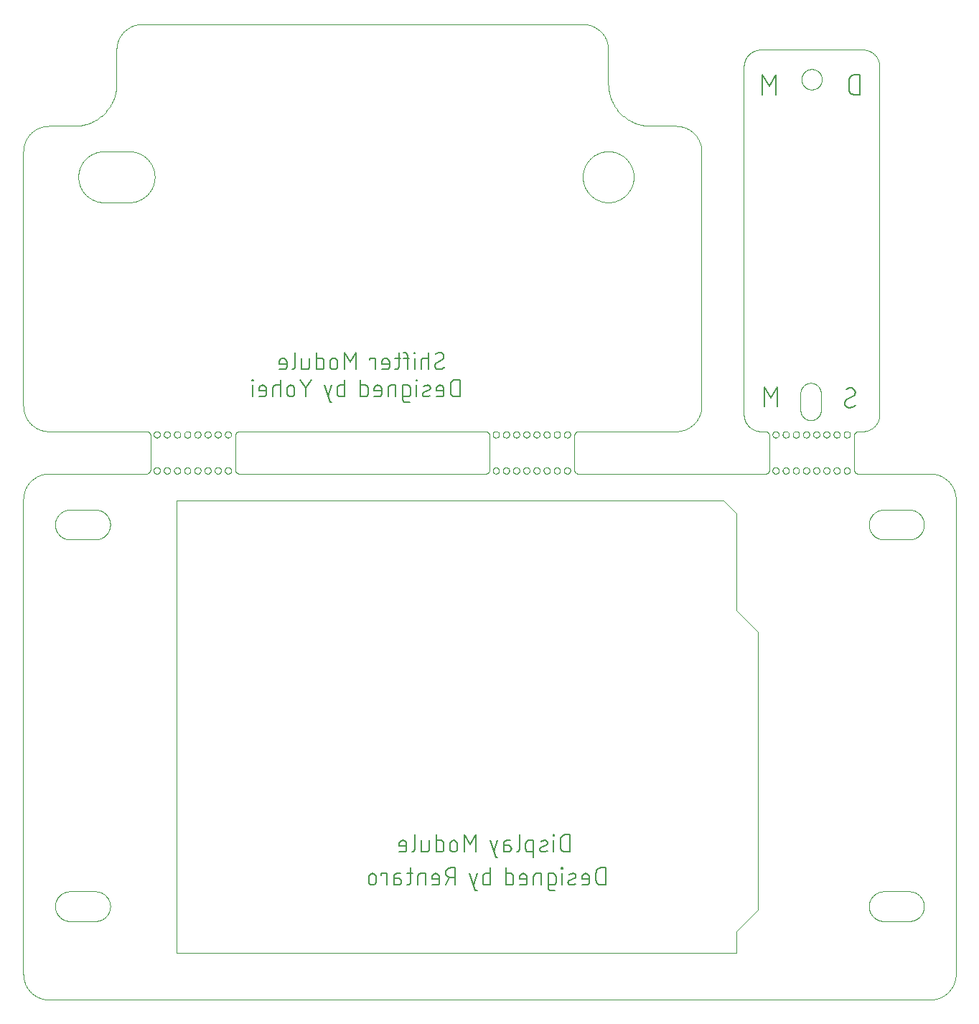
<source format=gbo>
G04 EAGLE Gerber RS-274X export*
G75*
%MOMM*%
%FSLAX34Y34*%
%LPD*%
%INSilk bottom*%
%IPPOS*%
%AMOC8*
5,1,8,0,0,1.08239X$1,22.5*%
G01*
%ADD10C,0.177800*%
%ADD11C,0.203200*%
%ADD12C,0.001000*%
%ADD13C,0.000000*%


D10*
X515165Y711045D02*
X515165Y731111D01*
X509591Y731111D01*
X509443Y731109D01*
X509294Y731103D01*
X509146Y731093D01*
X508999Y731079D01*
X508851Y731062D01*
X508704Y731040D01*
X508558Y731014D01*
X508413Y730985D01*
X508268Y730952D01*
X508124Y730915D01*
X507982Y730874D01*
X507840Y730829D01*
X507700Y730780D01*
X507561Y730728D01*
X507424Y730672D01*
X507288Y730613D01*
X507153Y730550D01*
X507021Y730483D01*
X506890Y730413D01*
X506761Y730339D01*
X506634Y730262D01*
X506510Y730182D01*
X506387Y730098D01*
X506267Y730011D01*
X506149Y729921D01*
X506033Y729828D01*
X505920Y729732D01*
X505810Y729633D01*
X505702Y729531D01*
X505597Y729426D01*
X505495Y729318D01*
X505396Y729208D01*
X505300Y729095D01*
X505207Y728979D01*
X505117Y728861D01*
X505030Y728741D01*
X504946Y728618D01*
X504866Y728494D01*
X504789Y728367D01*
X504715Y728238D01*
X504645Y728107D01*
X504578Y727975D01*
X504515Y727840D01*
X504456Y727704D01*
X504400Y727567D01*
X504348Y727428D01*
X504299Y727288D01*
X504254Y727146D01*
X504213Y727004D01*
X504176Y726860D01*
X504143Y726715D01*
X504114Y726570D01*
X504088Y726424D01*
X504066Y726277D01*
X504049Y726129D01*
X504035Y725982D01*
X504025Y725834D01*
X504019Y725685D01*
X504017Y725537D01*
X504017Y716619D01*
X504019Y716471D01*
X504025Y716322D01*
X504035Y716174D01*
X504049Y716027D01*
X504066Y715879D01*
X504088Y715732D01*
X504114Y715586D01*
X504143Y715441D01*
X504176Y715296D01*
X504213Y715152D01*
X504254Y715010D01*
X504299Y714868D01*
X504348Y714728D01*
X504400Y714589D01*
X504456Y714452D01*
X504515Y714316D01*
X504578Y714181D01*
X504645Y714049D01*
X504715Y713918D01*
X504789Y713789D01*
X504866Y713662D01*
X504946Y713538D01*
X505030Y713415D01*
X505117Y713295D01*
X505207Y713177D01*
X505300Y713061D01*
X505396Y712948D01*
X505495Y712838D01*
X505597Y712730D01*
X505702Y712625D01*
X505810Y712523D01*
X505920Y712424D01*
X506033Y712328D01*
X506149Y712235D01*
X506267Y712145D01*
X506387Y712058D01*
X506510Y711974D01*
X506634Y711894D01*
X506761Y711817D01*
X506890Y711743D01*
X507021Y711673D01*
X507153Y711606D01*
X507288Y711543D01*
X507424Y711484D01*
X507561Y711428D01*
X507700Y711376D01*
X507840Y711327D01*
X507982Y711282D01*
X508124Y711241D01*
X508268Y711204D01*
X508413Y711171D01*
X508558Y711142D01*
X508704Y711116D01*
X508851Y711094D01*
X508999Y711077D01*
X509146Y711063D01*
X509294Y711053D01*
X509443Y711047D01*
X509591Y711045D01*
X515165Y711045D01*
X492785Y711045D02*
X487211Y711045D01*
X492785Y711045D02*
X492899Y711047D01*
X493013Y711053D01*
X493127Y711063D01*
X493240Y711076D01*
X493353Y711094D01*
X493465Y711115D01*
X493577Y711140D01*
X493687Y711169D01*
X493797Y711202D01*
X493905Y711238D01*
X494012Y711278D01*
X494117Y711322D01*
X494221Y711369D01*
X494323Y711420D01*
X494424Y711474D01*
X494522Y711532D01*
X494619Y711593D01*
X494713Y711657D01*
X494806Y711724D01*
X494895Y711795D01*
X494983Y711869D01*
X495067Y711945D01*
X495150Y712024D01*
X495229Y712107D01*
X495305Y712191D01*
X495379Y712279D01*
X495450Y712368D01*
X495517Y712461D01*
X495581Y712555D01*
X495642Y712652D01*
X495700Y712750D01*
X495754Y712851D01*
X495805Y712953D01*
X495852Y713057D01*
X495896Y713162D01*
X495936Y713269D01*
X495972Y713377D01*
X496005Y713487D01*
X496034Y713597D01*
X496059Y713709D01*
X496080Y713821D01*
X496098Y713934D01*
X496111Y714047D01*
X496121Y714161D01*
X496127Y714275D01*
X496129Y714389D01*
X496129Y719963D01*
X496127Y720095D01*
X496121Y720227D01*
X496111Y720359D01*
X496098Y720490D01*
X496080Y720621D01*
X496059Y720752D01*
X496033Y720881D01*
X496004Y721010D01*
X495971Y721138D01*
X495935Y721265D01*
X495894Y721391D01*
X495850Y721516D01*
X495802Y721639D01*
X495751Y721761D01*
X495696Y721881D01*
X495637Y721999D01*
X495575Y722116D01*
X495509Y722231D01*
X495441Y722343D01*
X495368Y722454D01*
X495293Y722563D01*
X495214Y722669D01*
X495133Y722773D01*
X495048Y722874D01*
X494960Y722973D01*
X494869Y723069D01*
X494776Y723162D01*
X494680Y723253D01*
X494581Y723341D01*
X494480Y723426D01*
X494376Y723507D01*
X494270Y723586D01*
X494161Y723661D01*
X494050Y723734D01*
X493938Y723802D01*
X493823Y723868D01*
X493706Y723930D01*
X493588Y723989D01*
X493468Y724044D01*
X493346Y724095D01*
X493223Y724143D01*
X493098Y724187D01*
X492972Y724228D01*
X492845Y724264D01*
X492717Y724297D01*
X492588Y724326D01*
X492459Y724352D01*
X492328Y724373D01*
X492197Y724391D01*
X492066Y724404D01*
X491934Y724414D01*
X491802Y724420D01*
X491670Y724422D01*
X491538Y724420D01*
X491406Y724414D01*
X491274Y724404D01*
X491143Y724391D01*
X491012Y724373D01*
X490881Y724352D01*
X490752Y724326D01*
X490623Y724297D01*
X490495Y724264D01*
X490368Y724228D01*
X490242Y724187D01*
X490117Y724143D01*
X489994Y724095D01*
X489872Y724044D01*
X489752Y723989D01*
X489634Y723930D01*
X489517Y723868D01*
X489402Y723802D01*
X489290Y723734D01*
X489179Y723661D01*
X489070Y723586D01*
X488964Y723507D01*
X488860Y723426D01*
X488759Y723341D01*
X488660Y723253D01*
X488564Y723162D01*
X488471Y723069D01*
X488380Y722973D01*
X488292Y722874D01*
X488207Y722773D01*
X488126Y722669D01*
X488047Y722563D01*
X487972Y722454D01*
X487899Y722343D01*
X487831Y722231D01*
X487765Y722116D01*
X487703Y721999D01*
X487644Y721881D01*
X487589Y721761D01*
X487538Y721639D01*
X487490Y721516D01*
X487446Y721391D01*
X487405Y721265D01*
X487369Y721138D01*
X487336Y721010D01*
X487307Y720881D01*
X487281Y720752D01*
X487260Y720621D01*
X487242Y720490D01*
X487229Y720359D01*
X487219Y720227D01*
X487213Y720095D01*
X487211Y719963D01*
X487211Y717734D01*
X496129Y717734D01*
X478391Y718848D02*
X472817Y716619D01*
X478390Y718849D02*
X478489Y718890D01*
X478586Y718935D01*
X478681Y718984D01*
X478774Y719036D01*
X478866Y719092D01*
X478955Y719151D01*
X479042Y719213D01*
X479126Y719279D01*
X479209Y719347D01*
X479288Y719419D01*
X479365Y719493D01*
X479439Y719570D01*
X479510Y719650D01*
X479578Y719732D01*
X479643Y719817D01*
X479705Y719904D01*
X479764Y719994D01*
X479819Y720085D01*
X479871Y720179D01*
X479919Y720274D01*
X479964Y720372D01*
X480005Y720470D01*
X480042Y720570D01*
X480076Y720672D01*
X480106Y720775D01*
X480132Y720878D01*
X480154Y720983D01*
X480173Y721088D01*
X480187Y721194D01*
X480198Y721301D01*
X480204Y721407D01*
X480207Y721514D01*
X480206Y721621D01*
X480200Y721728D01*
X480191Y721835D01*
X480178Y721941D01*
X480161Y722046D01*
X480140Y722151D01*
X480115Y722255D01*
X480086Y722358D01*
X480054Y722460D01*
X480018Y722561D01*
X479978Y722660D01*
X479934Y722758D01*
X479887Y722854D01*
X479836Y722948D01*
X479782Y723040D01*
X479725Y723130D01*
X479664Y723218D01*
X479600Y723304D01*
X479533Y723387D01*
X479463Y723468D01*
X479390Y723546D01*
X479314Y723621D01*
X479235Y723694D01*
X479154Y723763D01*
X479070Y723830D01*
X478984Y723893D01*
X478895Y723953D01*
X478805Y724010D01*
X478712Y724063D01*
X478618Y724113D01*
X478521Y724159D01*
X478423Y724202D01*
X478324Y724241D01*
X478223Y724276D01*
X478121Y724308D01*
X478017Y724336D01*
X477913Y724360D01*
X477808Y724380D01*
X477702Y724396D01*
X477596Y724408D01*
X477490Y724417D01*
X477383Y724421D01*
X477276Y724422D01*
X476972Y724414D01*
X476668Y724398D01*
X476364Y724376D01*
X476061Y724346D01*
X475759Y724309D01*
X475458Y724264D01*
X475158Y724213D01*
X474860Y724154D01*
X474562Y724088D01*
X474267Y724014D01*
X473973Y723934D01*
X473682Y723847D01*
X473392Y723753D01*
X473105Y723652D01*
X472821Y723543D01*
X472539Y723429D01*
X472260Y723307D01*
X472817Y716618D02*
X472718Y716577D01*
X472621Y716532D01*
X472526Y716483D01*
X472433Y716431D01*
X472341Y716375D01*
X472252Y716316D01*
X472165Y716254D01*
X472081Y716188D01*
X471998Y716120D01*
X471919Y716048D01*
X471842Y715974D01*
X471768Y715897D01*
X471697Y715817D01*
X471629Y715735D01*
X471564Y715650D01*
X471502Y715563D01*
X471443Y715473D01*
X471388Y715382D01*
X471336Y715288D01*
X471288Y715193D01*
X471243Y715095D01*
X471202Y714997D01*
X471165Y714897D01*
X471131Y714795D01*
X471101Y714692D01*
X471075Y714589D01*
X471053Y714484D01*
X471034Y714379D01*
X471020Y714273D01*
X471009Y714166D01*
X471003Y714060D01*
X471000Y713953D01*
X471001Y713846D01*
X471007Y713739D01*
X471016Y713632D01*
X471029Y713526D01*
X471046Y713421D01*
X471067Y713316D01*
X471092Y713212D01*
X471121Y713109D01*
X471153Y713007D01*
X471189Y712906D01*
X471229Y712807D01*
X471273Y712709D01*
X471320Y712613D01*
X471371Y712519D01*
X471425Y712427D01*
X471482Y712337D01*
X471543Y712249D01*
X471607Y712163D01*
X471674Y712080D01*
X471744Y711999D01*
X471817Y711921D01*
X471893Y711846D01*
X471972Y711773D01*
X472053Y711704D01*
X472137Y711637D01*
X472223Y711574D01*
X472312Y711514D01*
X472402Y711457D01*
X472495Y711404D01*
X472589Y711354D01*
X472686Y711308D01*
X472784Y711265D01*
X472883Y711226D01*
X472984Y711191D01*
X473086Y711159D01*
X473190Y711131D01*
X473294Y711107D01*
X473399Y711087D01*
X473505Y711071D01*
X473611Y711059D01*
X473717Y711050D01*
X473824Y711046D01*
X473931Y711045D01*
X473932Y711045D02*
X474379Y711057D01*
X474826Y711079D01*
X475272Y711112D01*
X475717Y711155D01*
X476161Y711209D01*
X476603Y711273D01*
X477044Y711348D01*
X477483Y711433D01*
X477920Y711529D01*
X478354Y711635D01*
X478786Y711751D01*
X479215Y711877D01*
X479641Y712013D01*
X480063Y712160D01*
X463863Y711045D02*
X463863Y724422D01*
X464420Y729996D02*
X464420Y731111D01*
X463306Y731111D01*
X463306Y729996D01*
X464420Y729996D01*
X453302Y711045D02*
X447728Y711045D01*
X453302Y711045D02*
X453416Y711047D01*
X453530Y711053D01*
X453644Y711063D01*
X453757Y711076D01*
X453870Y711094D01*
X453982Y711115D01*
X454094Y711140D01*
X454204Y711169D01*
X454314Y711202D01*
X454422Y711238D01*
X454529Y711278D01*
X454634Y711322D01*
X454738Y711369D01*
X454840Y711420D01*
X454941Y711474D01*
X455039Y711532D01*
X455136Y711593D01*
X455230Y711657D01*
X455323Y711724D01*
X455412Y711795D01*
X455500Y711869D01*
X455584Y711945D01*
X455667Y712024D01*
X455746Y712107D01*
X455822Y712191D01*
X455896Y712279D01*
X455967Y712368D01*
X456034Y712461D01*
X456098Y712555D01*
X456159Y712652D01*
X456217Y712750D01*
X456271Y712851D01*
X456322Y712953D01*
X456369Y713057D01*
X456413Y713162D01*
X456453Y713269D01*
X456489Y713377D01*
X456522Y713487D01*
X456551Y713597D01*
X456576Y713709D01*
X456597Y713821D01*
X456615Y713934D01*
X456628Y714047D01*
X456638Y714161D01*
X456644Y714275D01*
X456646Y714389D01*
X456646Y721078D01*
X456644Y721192D01*
X456638Y721306D01*
X456628Y721420D01*
X456615Y721533D01*
X456597Y721646D01*
X456576Y721758D01*
X456551Y721870D01*
X456522Y721980D01*
X456489Y722090D01*
X456453Y722198D01*
X456413Y722305D01*
X456369Y722410D01*
X456322Y722514D01*
X456271Y722616D01*
X456217Y722717D01*
X456159Y722815D01*
X456098Y722912D01*
X456034Y723006D01*
X455967Y723099D01*
X455896Y723188D01*
X455822Y723276D01*
X455746Y723360D01*
X455667Y723443D01*
X455584Y723522D01*
X455500Y723598D01*
X455412Y723672D01*
X455323Y723743D01*
X455230Y723810D01*
X455136Y723874D01*
X455039Y723935D01*
X454941Y723993D01*
X454840Y724047D01*
X454738Y724098D01*
X454634Y724145D01*
X454529Y724189D01*
X454422Y724229D01*
X454314Y724265D01*
X454204Y724298D01*
X454094Y724327D01*
X453982Y724352D01*
X453870Y724373D01*
X453757Y724391D01*
X453644Y724404D01*
X453530Y724414D01*
X453416Y724420D01*
X453302Y724422D01*
X447728Y724422D01*
X447728Y707701D01*
X447730Y707587D01*
X447736Y707473D01*
X447746Y707359D01*
X447759Y707246D01*
X447777Y707133D01*
X447798Y707021D01*
X447823Y706909D01*
X447852Y706799D01*
X447885Y706689D01*
X447921Y706581D01*
X447961Y706474D01*
X448005Y706369D01*
X448052Y706265D01*
X448103Y706163D01*
X448157Y706062D01*
X448215Y705964D01*
X448276Y705867D01*
X448340Y705773D01*
X448407Y705680D01*
X448478Y705591D01*
X448552Y705503D01*
X448628Y705419D01*
X448707Y705336D01*
X448790Y705257D01*
X448874Y705181D01*
X448962Y705107D01*
X449051Y705036D01*
X449144Y704969D01*
X449238Y704905D01*
X449335Y704844D01*
X449433Y704786D01*
X449534Y704732D01*
X449636Y704681D01*
X449740Y704634D01*
X449845Y704590D01*
X449952Y704550D01*
X450060Y704514D01*
X450170Y704481D01*
X450280Y704452D01*
X450392Y704427D01*
X450504Y704406D01*
X450617Y704388D01*
X450730Y704375D01*
X450844Y704365D01*
X450958Y704359D01*
X451072Y704357D01*
X451072Y704356D02*
X455531Y704356D01*
X439279Y711045D02*
X439279Y724422D01*
X433705Y724422D01*
X433591Y724420D01*
X433477Y724414D01*
X433363Y724404D01*
X433250Y724391D01*
X433137Y724373D01*
X433025Y724352D01*
X432913Y724327D01*
X432803Y724298D01*
X432693Y724265D01*
X432585Y724229D01*
X432478Y724189D01*
X432373Y724145D01*
X432269Y724098D01*
X432167Y724047D01*
X432066Y723993D01*
X431968Y723935D01*
X431871Y723874D01*
X431777Y723810D01*
X431684Y723743D01*
X431595Y723672D01*
X431507Y723598D01*
X431423Y723522D01*
X431340Y723443D01*
X431261Y723360D01*
X431185Y723276D01*
X431111Y723188D01*
X431041Y723099D01*
X430973Y723006D01*
X430909Y722912D01*
X430848Y722816D01*
X430790Y722717D01*
X430736Y722616D01*
X430685Y722514D01*
X430638Y722410D01*
X430594Y722305D01*
X430554Y722198D01*
X430518Y722090D01*
X430485Y721980D01*
X430456Y721870D01*
X430431Y721758D01*
X430410Y721646D01*
X430392Y721533D01*
X430379Y721420D01*
X430369Y721306D01*
X430363Y721192D01*
X430361Y721078D01*
X430360Y721078D02*
X430360Y711045D01*
X419250Y711045D02*
X413676Y711045D01*
X419250Y711045D02*
X419364Y711047D01*
X419478Y711053D01*
X419592Y711063D01*
X419705Y711076D01*
X419818Y711094D01*
X419930Y711115D01*
X420042Y711140D01*
X420152Y711169D01*
X420262Y711202D01*
X420370Y711238D01*
X420477Y711278D01*
X420582Y711322D01*
X420686Y711369D01*
X420788Y711420D01*
X420889Y711474D01*
X420987Y711532D01*
X421084Y711593D01*
X421178Y711657D01*
X421271Y711724D01*
X421360Y711795D01*
X421448Y711869D01*
X421532Y711945D01*
X421615Y712024D01*
X421694Y712107D01*
X421770Y712191D01*
X421844Y712279D01*
X421915Y712368D01*
X421982Y712461D01*
X422046Y712555D01*
X422107Y712652D01*
X422165Y712750D01*
X422219Y712851D01*
X422270Y712953D01*
X422317Y713057D01*
X422361Y713162D01*
X422401Y713269D01*
X422437Y713377D01*
X422470Y713487D01*
X422499Y713597D01*
X422524Y713709D01*
X422545Y713821D01*
X422563Y713934D01*
X422576Y714047D01*
X422586Y714161D01*
X422592Y714275D01*
X422594Y714389D01*
X422594Y719963D01*
X422592Y720095D01*
X422586Y720227D01*
X422576Y720359D01*
X422563Y720490D01*
X422545Y720621D01*
X422524Y720752D01*
X422498Y720881D01*
X422469Y721010D01*
X422436Y721138D01*
X422400Y721265D01*
X422359Y721391D01*
X422315Y721516D01*
X422267Y721639D01*
X422216Y721761D01*
X422161Y721881D01*
X422102Y721999D01*
X422040Y722116D01*
X421974Y722231D01*
X421906Y722343D01*
X421833Y722454D01*
X421758Y722563D01*
X421679Y722669D01*
X421598Y722773D01*
X421513Y722874D01*
X421425Y722973D01*
X421334Y723069D01*
X421241Y723162D01*
X421145Y723253D01*
X421046Y723341D01*
X420945Y723426D01*
X420841Y723507D01*
X420735Y723586D01*
X420626Y723661D01*
X420515Y723734D01*
X420403Y723802D01*
X420288Y723868D01*
X420171Y723930D01*
X420053Y723989D01*
X419933Y724044D01*
X419811Y724095D01*
X419688Y724143D01*
X419563Y724187D01*
X419437Y724228D01*
X419310Y724264D01*
X419182Y724297D01*
X419053Y724326D01*
X418924Y724352D01*
X418793Y724373D01*
X418662Y724391D01*
X418531Y724404D01*
X418399Y724414D01*
X418267Y724420D01*
X418135Y724422D01*
X418003Y724420D01*
X417871Y724414D01*
X417739Y724404D01*
X417608Y724391D01*
X417477Y724373D01*
X417346Y724352D01*
X417217Y724326D01*
X417088Y724297D01*
X416960Y724264D01*
X416833Y724228D01*
X416707Y724187D01*
X416582Y724143D01*
X416459Y724095D01*
X416337Y724044D01*
X416217Y723989D01*
X416099Y723930D01*
X415982Y723868D01*
X415867Y723802D01*
X415755Y723734D01*
X415644Y723661D01*
X415535Y723586D01*
X415429Y723507D01*
X415325Y723426D01*
X415224Y723341D01*
X415125Y723253D01*
X415029Y723162D01*
X414936Y723069D01*
X414845Y722973D01*
X414757Y722874D01*
X414672Y722773D01*
X414591Y722669D01*
X414512Y722563D01*
X414437Y722454D01*
X414364Y722343D01*
X414296Y722231D01*
X414230Y722116D01*
X414168Y721999D01*
X414109Y721881D01*
X414054Y721761D01*
X414003Y721639D01*
X413955Y721516D01*
X413911Y721391D01*
X413870Y721265D01*
X413834Y721138D01*
X413801Y721010D01*
X413772Y720881D01*
X413746Y720752D01*
X413725Y720621D01*
X413707Y720490D01*
X413694Y720359D01*
X413684Y720227D01*
X413678Y720095D01*
X413676Y719963D01*
X413676Y717734D01*
X422594Y717734D01*
X397674Y711045D02*
X397674Y731111D01*
X397674Y711045D02*
X403248Y711045D01*
X403362Y711047D01*
X403476Y711053D01*
X403590Y711063D01*
X403703Y711076D01*
X403816Y711094D01*
X403928Y711115D01*
X404040Y711140D01*
X404150Y711169D01*
X404260Y711202D01*
X404368Y711238D01*
X404475Y711278D01*
X404580Y711322D01*
X404684Y711369D01*
X404786Y711420D01*
X404887Y711474D01*
X404985Y711532D01*
X405082Y711593D01*
X405176Y711657D01*
X405269Y711724D01*
X405358Y711795D01*
X405446Y711869D01*
X405530Y711945D01*
X405613Y712024D01*
X405692Y712107D01*
X405768Y712191D01*
X405842Y712279D01*
X405913Y712368D01*
X405980Y712461D01*
X406044Y712555D01*
X406105Y712652D01*
X406163Y712750D01*
X406217Y712851D01*
X406268Y712953D01*
X406315Y713057D01*
X406359Y713162D01*
X406399Y713269D01*
X406435Y713377D01*
X406468Y713487D01*
X406497Y713597D01*
X406522Y713709D01*
X406543Y713821D01*
X406561Y713934D01*
X406574Y714047D01*
X406584Y714161D01*
X406590Y714275D01*
X406592Y714389D01*
X406592Y721078D01*
X406590Y721192D01*
X406584Y721306D01*
X406574Y721420D01*
X406561Y721533D01*
X406543Y721646D01*
X406522Y721758D01*
X406497Y721870D01*
X406468Y721980D01*
X406435Y722090D01*
X406399Y722198D01*
X406359Y722305D01*
X406315Y722410D01*
X406268Y722514D01*
X406217Y722616D01*
X406163Y722717D01*
X406105Y722815D01*
X406044Y722912D01*
X405980Y723006D01*
X405913Y723099D01*
X405842Y723188D01*
X405768Y723276D01*
X405692Y723360D01*
X405613Y723443D01*
X405530Y723522D01*
X405446Y723598D01*
X405358Y723672D01*
X405269Y723743D01*
X405176Y723810D01*
X405082Y723874D01*
X404985Y723935D01*
X404887Y723993D01*
X404786Y724047D01*
X404684Y724098D01*
X404580Y724145D01*
X404475Y724189D01*
X404368Y724229D01*
X404260Y724265D01*
X404150Y724298D01*
X404040Y724327D01*
X403928Y724352D01*
X403816Y724373D01*
X403703Y724391D01*
X403590Y724404D01*
X403476Y724414D01*
X403362Y724420D01*
X403248Y724422D01*
X397674Y724422D01*
X379273Y731111D02*
X379273Y711045D01*
X373699Y711045D01*
X373585Y711047D01*
X373471Y711053D01*
X373357Y711063D01*
X373244Y711076D01*
X373131Y711094D01*
X373019Y711115D01*
X372907Y711140D01*
X372797Y711169D01*
X372687Y711202D01*
X372579Y711238D01*
X372472Y711278D01*
X372367Y711322D01*
X372263Y711369D01*
X372161Y711420D01*
X372060Y711474D01*
X371962Y711532D01*
X371865Y711593D01*
X371771Y711657D01*
X371678Y711724D01*
X371589Y711795D01*
X371501Y711869D01*
X371417Y711945D01*
X371334Y712024D01*
X371255Y712107D01*
X371179Y712191D01*
X371105Y712279D01*
X371035Y712368D01*
X370967Y712461D01*
X370903Y712555D01*
X370842Y712651D01*
X370784Y712750D01*
X370730Y712851D01*
X370679Y712953D01*
X370632Y713057D01*
X370588Y713162D01*
X370548Y713269D01*
X370512Y713377D01*
X370479Y713487D01*
X370450Y713597D01*
X370425Y713709D01*
X370404Y713821D01*
X370386Y713934D01*
X370373Y714047D01*
X370363Y714161D01*
X370357Y714275D01*
X370355Y714389D01*
X370355Y721078D01*
X370357Y721192D01*
X370363Y721306D01*
X370373Y721420D01*
X370386Y721533D01*
X370404Y721646D01*
X370425Y721758D01*
X370450Y721870D01*
X370479Y721980D01*
X370512Y722090D01*
X370548Y722198D01*
X370588Y722305D01*
X370632Y722410D01*
X370679Y722514D01*
X370730Y722616D01*
X370784Y722717D01*
X370842Y722815D01*
X370903Y722912D01*
X370967Y723006D01*
X371034Y723099D01*
X371105Y723188D01*
X371179Y723276D01*
X371255Y723360D01*
X371334Y723443D01*
X371417Y723522D01*
X371501Y723598D01*
X371589Y723672D01*
X371678Y723743D01*
X371771Y723810D01*
X371865Y723874D01*
X371962Y723935D01*
X372060Y723993D01*
X372161Y724047D01*
X372263Y724098D01*
X372367Y724145D01*
X372472Y724189D01*
X372579Y724229D01*
X372687Y724265D01*
X372797Y724298D01*
X372907Y724327D01*
X373019Y724352D01*
X373131Y724373D01*
X373244Y724391D01*
X373357Y724404D01*
X373471Y724414D01*
X373585Y724420D01*
X373699Y724422D01*
X379273Y724422D01*
X363889Y704356D02*
X361660Y704356D01*
X354971Y724422D01*
X363889Y724422D02*
X359430Y711045D01*
X339547Y731111D02*
X332859Y721635D01*
X326170Y731111D01*
X332859Y721635D02*
X332859Y711045D01*
X320015Y715504D02*
X320015Y719963D01*
X320013Y720095D01*
X320007Y720227D01*
X319997Y720359D01*
X319984Y720490D01*
X319966Y720621D01*
X319945Y720752D01*
X319919Y720881D01*
X319890Y721010D01*
X319857Y721138D01*
X319821Y721265D01*
X319780Y721391D01*
X319736Y721516D01*
X319688Y721639D01*
X319637Y721761D01*
X319582Y721881D01*
X319523Y721999D01*
X319461Y722116D01*
X319395Y722231D01*
X319327Y722343D01*
X319254Y722454D01*
X319179Y722563D01*
X319100Y722669D01*
X319019Y722773D01*
X318934Y722874D01*
X318846Y722973D01*
X318755Y723069D01*
X318662Y723162D01*
X318566Y723253D01*
X318467Y723341D01*
X318366Y723426D01*
X318262Y723507D01*
X318156Y723586D01*
X318047Y723661D01*
X317936Y723734D01*
X317824Y723802D01*
X317709Y723868D01*
X317592Y723930D01*
X317474Y723989D01*
X317354Y724044D01*
X317232Y724095D01*
X317109Y724143D01*
X316984Y724187D01*
X316858Y724228D01*
X316731Y724264D01*
X316603Y724297D01*
X316474Y724326D01*
X316345Y724352D01*
X316214Y724373D01*
X316083Y724391D01*
X315952Y724404D01*
X315820Y724414D01*
X315688Y724420D01*
X315556Y724422D01*
X315424Y724420D01*
X315292Y724414D01*
X315160Y724404D01*
X315029Y724391D01*
X314898Y724373D01*
X314767Y724352D01*
X314638Y724326D01*
X314509Y724297D01*
X314381Y724264D01*
X314254Y724228D01*
X314128Y724187D01*
X314003Y724143D01*
X313880Y724095D01*
X313758Y724044D01*
X313638Y723989D01*
X313520Y723930D01*
X313403Y723868D01*
X313288Y723802D01*
X313176Y723734D01*
X313065Y723661D01*
X312956Y723586D01*
X312850Y723507D01*
X312746Y723426D01*
X312645Y723341D01*
X312546Y723253D01*
X312450Y723162D01*
X312357Y723069D01*
X312266Y722973D01*
X312178Y722874D01*
X312093Y722773D01*
X312012Y722669D01*
X311933Y722563D01*
X311858Y722454D01*
X311785Y722343D01*
X311717Y722231D01*
X311651Y722116D01*
X311589Y721999D01*
X311530Y721881D01*
X311475Y721761D01*
X311424Y721639D01*
X311376Y721516D01*
X311332Y721391D01*
X311291Y721265D01*
X311255Y721138D01*
X311222Y721010D01*
X311193Y720881D01*
X311167Y720752D01*
X311146Y720621D01*
X311128Y720490D01*
X311115Y720359D01*
X311105Y720227D01*
X311099Y720095D01*
X311097Y719963D01*
X311097Y715504D01*
X311099Y715372D01*
X311105Y715240D01*
X311115Y715108D01*
X311128Y714977D01*
X311146Y714846D01*
X311167Y714715D01*
X311193Y714586D01*
X311222Y714457D01*
X311255Y714329D01*
X311291Y714202D01*
X311332Y714076D01*
X311376Y713951D01*
X311424Y713828D01*
X311475Y713706D01*
X311530Y713586D01*
X311589Y713468D01*
X311651Y713351D01*
X311717Y713236D01*
X311785Y713124D01*
X311858Y713013D01*
X311933Y712904D01*
X312012Y712798D01*
X312093Y712694D01*
X312178Y712593D01*
X312266Y712494D01*
X312357Y712398D01*
X312450Y712305D01*
X312546Y712214D01*
X312645Y712126D01*
X312746Y712041D01*
X312850Y711960D01*
X312956Y711881D01*
X313065Y711806D01*
X313176Y711733D01*
X313288Y711665D01*
X313403Y711599D01*
X313520Y711537D01*
X313638Y711478D01*
X313758Y711423D01*
X313880Y711372D01*
X314003Y711324D01*
X314128Y711280D01*
X314254Y711239D01*
X314381Y711203D01*
X314509Y711170D01*
X314638Y711141D01*
X314767Y711115D01*
X314898Y711094D01*
X315029Y711076D01*
X315160Y711063D01*
X315292Y711053D01*
X315424Y711047D01*
X315556Y711045D01*
X315688Y711047D01*
X315820Y711053D01*
X315952Y711063D01*
X316083Y711076D01*
X316214Y711094D01*
X316345Y711115D01*
X316474Y711141D01*
X316603Y711170D01*
X316731Y711203D01*
X316858Y711239D01*
X316984Y711280D01*
X317109Y711324D01*
X317232Y711372D01*
X317354Y711423D01*
X317474Y711478D01*
X317592Y711537D01*
X317709Y711599D01*
X317824Y711665D01*
X317936Y711733D01*
X318047Y711806D01*
X318156Y711881D01*
X318262Y711960D01*
X318366Y712041D01*
X318467Y712126D01*
X318566Y712214D01*
X318662Y712305D01*
X318755Y712398D01*
X318846Y712494D01*
X318934Y712593D01*
X319019Y712694D01*
X319100Y712798D01*
X319179Y712904D01*
X319254Y713013D01*
X319327Y713124D01*
X319395Y713236D01*
X319461Y713351D01*
X319523Y713468D01*
X319582Y713586D01*
X319637Y713706D01*
X319688Y713828D01*
X319736Y713951D01*
X319780Y714076D01*
X319821Y714202D01*
X319857Y714329D01*
X319890Y714457D01*
X319919Y714586D01*
X319945Y714715D01*
X319966Y714846D01*
X319984Y714977D01*
X319997Y715108D01*
X320007Y715240D01*
X320013Y715372D01*
X320015Y715504D01*
X303331Y711045D02*
X303331Y731111D01*
X303331Y724422D02*
X297757Y724422D01*
X297643Y724420D01*
X297529Y724414D01*
X297415Y724404D01*
X297302Y724391D01*
X297189Y724373D01*
X297077Y724352D01*
X296965Y724327D01*
X296855Y724298D01*
X296745Y724265D01*
X296637Y724229D01*
X296530Y724189D01*
X296425Y724145D01*
X296321Y724098D01*
X296219Y724047D01*
X296118Y723993D01*
X296020Y723935D01*
X295923Y723874D01*
X295829Y723810D01*
X295736Y723743D01*
X295647Y723672D01*
X295559Y723598D01*
X295475Y723522D01*
X295392Y723443D01*
X295313Y723360D01*
X295237Y723276D01*
X295163Y723188D01*
X295093Y723099D01*
X295025Y723006D01*
X294961Y722912D01*
X294900Y722816D01*
X294842Y722717D01*
X294788Y722616D01*
X294737Y722514D01*
X294690Y722410D01*
X294646Y722305D01*
X294606Y722198D01*
X294570Y722090D01*
X294537Y721980D01*
X294508Y721870D01*
X294483Y721758D01*
X294462Y721646D01*
X294444Y721533D01*
X294431Y721420D01*
X294421Y721306D01*
X294415Y721192D01*
X294413Y721078D01*
X294413Y711045D01*
X283302Y711045D02*
X277728Y711045D01*
X283302Y711045D02*
X283416Y711047D01*
X283530Y711053D01*
X283644Y711063D01*
X283757Y711076D01*
X283870Y711094D01*
X283982Y711115D01*
X284094Y711140D01*
X284204Y711169D01*
X284314Y711202D01*
X284422Y711238D01*
X284529Y711278D01*
X284634Y711322D01*
X284738Y711369D01*
X284840Y711420D01*
X284941Y711474D01*
X285039Y711532D01*
X285136Y711593D01*
X285230Y711657D01*
X285323Y711724D01*
X285412Y711795D01*
X285500Y711869D01*
X285584Y711945D01*
X285667Y712024D01*
X285746Y712107D01*
X285822Y712191D01*
X285896Y712279D01*
X285967Y712368D01*
X286034Y712461D01*
X286098Y712555D01*
X286159Y712652D01*
X286217Y712750D01*
X286271Y712851D01*
X286322Y712953D01*
X286369Y713057D01*
X286413Y713162D01*
X286453Y713269D01*
X286489Y713377D01*
X286522Y713487D01*
X286551Y713597D01*
X286576Y713709D01*
X286597Y713821D01*
X286615Y713934D01*
X286628Y714047D01*
X286638Y714161D01*
X286644Y714275D01*
X286646Y714389D01*
X286646Y719963D01*
X286644Y720095D01*
X286638Y720227D01*
X286628Y720359D01*
X286615Y720490D01*
X286597Y720621D01*
X286576Y720752D01*
X286550Y720881D01*
X286521Y721010D01*
X286488Y721138D01*
X286452Y721265D01*
X286411Y721391D01*
X286367Y721516D01*
X286319Y721639D01*
X286268Y721761D01*
X286213Y721881D01*
X286154Y721999D01*
X286092Y722116D01*
X286026Y722231D01*
X285958Y722343D01*
X285885Y722454D01*
X285810Y722563D01*
X285731Y722669D01*
X285650Y722773D01*
X285565Y722874D01*
X285477Y722973D01*
X285386Y723069D01*
X285293Y723162D01*
X285197Y723253D01*
X285098Y723341D01*
X284997Y723426D01*
X284893Y723507D01*
X284787Y723586D01*
X284678Y723661D01*
X284567Y723734D01*
X284455Y723802D01*
X284340Y723868D01*
X284223Y723930D01*
X284105Y723989D01*
X283985Y724044D01*
X283863Y724095D01*
X283740Y724143D01*
X283615Y724187D01*
X283489Y724228D01*
X283362Y724264D01*
X283234Y724297D01*
X283105Y724326D01*
X282976Y724352D01*
X282845Y724373D01*
X282714Y724391D01*
X282583Y724404D01*
X282451Y724414D01*
X282319Y724420D01*
X282187Y724422D01*
X282055Y724420D01*
X281923Y724414D01*
X281791Y724404D01*
X281660Y724391D01*
X281529Y724373D01*
X281398Y724352D01*
X281269Y724326D01*
X281140Y724297D01*
X281012Y724264D01*
X280885Y724228D01*
X280759Y724187D01*
X280634Y724143D01*
X280511Y724095D01*
X280389Y724044D01*
X280269Y723989D01*
X280151Y723930D01*
X280034Y723868D01*
X279919Y723802D01*
X279807Y723734D01*
X279696Y723661D01*
X279587Y723586D01*
X279481Y723507D01*
X279377Y723426D01*
X279276Y723341D01*
X279177Y723253D01*
X279081Y723162D01*
X278988Y723069D01*
X278897Y722973D01*
X278809Y722874D01*
X278724Y722773D01*
X278643Y722669D01*
X278564Y722563D01*
X278489Y722454D01*
X278416Y722343D01*
X278348Y722231D01*
X278282Y722116D01*
X278220Y721999D01*
X278161Y721881D01*
X278106Y721761D01*
X278055Y721639D01*
X278007Y721516D01*
X277963Y721391D01*
X277922Y721265D01*
X277886Y721138D01*
X277853Y721010D01*
X277824Y720881D01*
X277798Y720752D01*
X277777Y720621D01*
X277759Y720490D01*
X277746Y720359D01*
X277736Y720227D01*
X277730Y720095D01*
X277728Y719963D01*
X277728Y717734D01*
X286646Y717734D01*
X270446Y711045D02*
X270446Y724422D01*
X271004Y729996D02*
X271004Y731111D01*
X269889Y731111D01*
X269889Y729996D01*
X271004Y729996D01*
X686777Y155427D02*
X686777Y135361D01*
X686777Y155427D02*
X681203Y155427D01*
X681055Y155425D01*
X680906Y155419D01*
X680758Y155409D01*
X680611Y155395D01*
X680463Y155378D01*
X680316Y155356D01*
X680170Y155330D01*
X680025Y155301D01*
X679880Y155268D01*
X679736Y155231D01*
X679594Y155190D01*
X679452Y155145D01*
X679312Y155096D01*
X679173Y155044D01*
X679036Y154988D01*
X678900Y154929D01*
X678765Y154866D01*
X678633Y154799D01*
X678502Y154729D01*
X678373Y154655D01*
X678246Y154578D01*
X678122Y154498D01*
X677999Y154414D01*
X677879Y154327D01*
X677761Y154237D01*
X677645Y154144D01*
X677532Y154048D01*
X677422Y153949D01*
X677314Y153847D01*
X677209Y153742D01*
X677107Y153634D01*
X677008Y153524D01*
X676912Y153411D01*
X676819Y153295D01*
X676729Y153177D01*
X676642Y153057D01*
X676558Y152934D01*
X676478Y152810D01*
X676401Y152683D01*
X676327Y152554D01*
X676257Y152423D01*
X676190Y152291D01*
X676127Y152156D01*
X676068Y152020D01*
X676012Y151883D01*
X675960Y151744D01*
X675911Y151604D01*
X675866Y151462D01*
X675825Y151320D01*
X675788Y151176D01*
X675755Y151031D01*
X675726Y150886D01*
X675700Y150740D01*
X675678Y150593D01*
X675661Y150445D01*
X675647Y150298D01*
X675637Y150150D01*
X675631Y150001D01*
X675629Y149853D01*
X675629Y140935D01*
X675631Y140787D01*
X675637Y140638D01*
X675647Y140490D01*
X675661Y140343D01*
X675678Y140195D01*
X675700Y140048D01*
X675726Y139902D01*
X675755Y139757D01*
X675788Y139612D01*
X675825Y139468D01*
X675866Y139326D01*
X675911Y139184D01*
X675960Y139044D01*
X676012Y138905D01*
X676068Y138768D01*
X676127Y138632D01*
X676190Y138497D01*
X676257Y138365D01*
X676327Y138234D01*
X676401Y138105D01*
X676478Y137978D01*
X676558Y137854D01*
X676642Y137731D01*
X676729Y137611D01*
X676819Y137493D01*
X676912Y137377D01*
X677008Y137264D01*
X677107Y137154D01*
X677209Y137046D01*
X677314Y136941D01*
X677422Y136839D01*
X677532Y136740D01*
X677645Y136644D01*
X677761Y136551D01*
X677879Y136461D01*
X677999Y136374D01*
X678122Y136290D01*
X678246Y136210D01*
X678373Y136133D01*
X678502Y136059D01*
X678633Y135989D01*
X678765Y135922D01*
X678900Y135859D01*
X679036Y135800D01*
X679173Y135744D01*
X679312Y135692D01*
X679452Y135643D01*
X679594Y135598D01*
X679736Y135557D01*
X679880Y135520D01*
X680025Y135487D01*
X680170Y135458D01*
X680316Y135432D01*
X680463Y135410D01*
X680611Y135393D01*
X680758Y135379D01*
X680906Y135369D01*
X681055Y135363D01*
X681203Y135361D01*
X686777Y135361D01*
X664398Y135361D02*
X658824Y135361D01*
X664398Y135361D02*
X664512Y135363D01*
X664626Y135369D01*
X664740Y135379D01*
X664853Y135392D01*
X664966Y135410D01*
X665078Y135431D01*
X665190Y135456D01*
X665300Y135485D01*
X665410Y135518D01*
X665518Y135554D01*
X665625Y135594D01*
X665730Y135638D01*
X665834Y135685D01*
X665936Y135736D01*
X666037Y135790D01*
X666135Y135848D01*
X666232Y135909D01*
X666326Y135973D01*
X666419Y136040D01*
X666508Y136111D01*
X666596Y136185D01*
X666680Y136261D01*
X666763Y136340D01*
X666842Y136423D01*
X666918Y136507D01*
X666992Y136595D01*
X667063Y136684D01*
X667130Y136777D01*
X667194Y136871D01*
X667255Y136968D01*
X667313Y137066D01*
X667367Y137167D01*
X667418Y137269D01*
X667465Y137373D01*
X667509Y137478D01*
X667549Y137585D01*
X667585Y137693D01*
X667618Y137803D01*
X667647Y137913D01*
X667672Y138025D01*
X667693Y138137D01*
X667711Y138250D01*
X667724Y138363D01*
X667734Y138477D01*
X667740Y138591D01*
X667742Y138705D01*
X667742Y144279D01*
X667740Y144411D01*
X667734Y144543D01*
X667724Y144675D01*
X667711Y144806D01*
X667693Y144937D01*
X667672Y145068D01*
X667646Y145197D01*
X667617Y145326D01*
X667584Y145454D01*
X667548Y145581D01*
X667507Y145707D01*
X667463Y145832D01*
X667415Y145955D01*
X667364Y146077D01*
X667309Y146197D01*
X667250Y146315D01*
X667188Y146432D01*
X667122Y146547D01*
X667054Y146659D01*
X666981Y146770D01*
X666906Y146879D01*
X666827Y146985D01*
X666746Y147089D01*
X666661Y147190D01*
X666573Y147289D01*
X666482Y147385D01*
X666389Y147478D01*
X666293Y147569D01*
X666194Y147657D01*
X666093Y147742D01*
X665989Y147823D01*
X665883Y147902D01*
X665774Y147977D01*
X665663Y148050D01*
X665551Y148118D01*
X665436Y148184D01*
X665319Y148246D01*
X665201Y148305D01*
X665081Y148360D01*
X664959Y148411D01*
X664836Y148459D01*
X664711Y148503D01*
X664585Y148544D01*
X664458Y148580D01*
X664330Y148613D01*
X664201Y148642D01*
X664072Y148668D01*
X663941Y148689D01*
X663810Y148707D01*
X663679Y148720D01*
X663547Y148730D01*
X663415Y148736D01*
X663283Y148738D01*
X663151Y148736D01*
X663019Y148730D01*
X662887Y148720D01*
X662756Y148707D01*
X662625Y148689D01*
X662494Y148668D01*
X662365Y148642D01*
X662236Y148613D01*
X662108Y148580D01*
X661981Y148544D01*
X661855Y148503D01*
X661730Y148459D01*
X661607Y148411D01*
X661485Y148360D01*
X661365Y148305D01*
X661247Y148246D01*
X661130Y148184D01*
X661015Y148118D01*
X660903Y148050D01*
X660792Y147977D01*
X660683Y147902D01*
X660577Y147823D01*
X660473Y147742D01*
X660372Y147657D01*
X660273Y147569D01*
X660177Y147478D01*
X660084Y147385D01*
X659993Y147289D01*
X659905Y147190D01*
X659820Y147089D01*
X659739Y146985D01*
X659660Y146879D01*
X659585Y146770D01*
X659512Y146659D01*
X659444Y146547D01*
X659378Y146432D01*
X659316Y146315D01*
X659257Y146197D01*
X659202Y146077D01*
X659151Y145955D01*
X659103Y145832D01*
X659059Y145707D01*
X659018Y145581D01*
X658982Y145454D01*
X658949Y145326D01*
X658920Y145197D01*
X658894Y145068D01*
X658873Y144937D01*
X658855Y144806D01*
X658842Y144675D01*
X658832Y144543D01*
X658826Y144411D01*
X658824Y144279D01*
X658824Y142050D01*
X667742Y142050D01*
X650003Y143164D02*
X644429Y140935D01*
X650003Y143165D02*
X650102Y143206D01*
X650199Y143251D01*
X650294Y143300D01*
X650387Y143352D01*
X650479Y143408D01*
X650568Y143467D01*
X650655Y143529D01*
X650739Y143595D01*
X650822Y143663D01*
X650901Y143735D01*
X650978Y143809D01*
X651052Y143886D01*
X651123Y143966D01*
X651191Y144048D01*
X651256Y144133D01*
X651318Y144220D01*
X651377Y144310D01*
X651432Y144401D01*
X651484Y144495D01*
X651532Y144590D01*
X651577Y144688D01*
X651618Y144786D01*
X651655Y144886D01*
X651689Y144988D01*
X651719Y145091D01*
X651745Y145194D01*
X651767Y145299D01*
X651786Y145404D01*
X651800Y145510D01*
X651811Y145617D01*
X651817Y145723D01*
X651820Y145830D01*
X651819Y145937D01*
X651813Y146044D01*
X651804Y146151D01*
X651791Y146257D01*
X651774Y146362D01*
X651753Y146467D01*
X651728Y146571D01*
X651699Y146674D01*
X651667Y146776D01*
X651631Y146877D01*
X651591Y146976D01*
X651547Y147074D01*
X651500Y147170D01*
X651449Y147264D01*
X651395Y147356D01*
X651338Y147446D01*
X651277Y147534D01*
X651213Y147620D01*
X651146Y147703D01*
X651076Y147784D01*
X651003Y147862D01*
X650927Y147937D01*
X650848Y148010D01*
X650767Y148079D01*
X650683Y148146D01*
X650597Y148209D01*
X650508Y148269D01*
X650418Y148326D01*
X650325Y148379D01*
X650231Y148429D01*
X650134Y148475D01*
X650036Y148518D01*
X649937Y148557D01*
X649836Y148592D01*
X649734Y148624D01*
X649630Y148652D01*
X649526Y148676D01*
X649421Y148696D01*
X649315Y148712D01*
X649209Y148724D01*
X649103Y148733D01*
X648996Y148737D01*
X648889Y148738D01*
X648888Y148738D02*
X648584Y148730D01*
X648280Y148714D01*
X647976Y148692D01*
X647673Y148662D01*
X647371Y148625D01*
X647070Y148580D01*
X646770Y148529D01*
X646472Y148470D01*
X646174Y148404D01*
X645879Y148330D01*
X645585Y148250D01*
X645294Y148163D01*
X645004Y148069D01*
X644717Y147968D01*
X644433Y147859D01*
X644151Y147745D01*
X643872Y147623D01*
X644430Y140934D02*
X644331Y140893D01*
X644234Y140848D01*
X644139Y140799D01*
X644046Y140747D01*
X643954Y140691D01*
X643865Y140632D01*
X643778Y140570D01*
X643694Y140504D01*
X643611Y140436D01*
X643532Y140364D01*
X643455Y140290D01*
X643381Y140213D01*
X643310Y140133D01*
X643242Y140051D01*
X643177Y139966D01*
X643115Y139879D01*
X643056Y139789D01*
X643001Y139698D01*
X642949Y139604D01*
X642901Y139509D01*
X642856Y139411D01*
X642815Y139313D01*
X642778Y139213D01*
X642744Y139111D01*
X642714Y139008D01*
X642688Y138905D01*
X642666Y138800D01*
X642647Y138695D01*
X642633Y138589D01*
X642622Y138482D01*
X642616Y138376D01*
X642613Y138269D01*
X642614Y138162D01*
X642620Y138055D01*
X642629Y137948D01*
X642642Y137842D01*
X642659Y137737D01*
X642680Y137632D01*
X642705Y137528D01*
X642734Y137425D01*
X642766Y137323D01*
X642802Y137222D01*
X642842Y137123D01*
X642886Y137025D01*
X642933Y136929D01*
X642984Y136835D01*
X643038Y136743D01*
X643095Y136653D01*
X643156Y136565D01*
X643220Y136479D01*
X643287Y136396D01*
X643357Y136315D01*
X643430Y136237D01*
X643506Y136162D01*
X643585Y136089D01*
X643666Y136020D01*
X643750Y135953D01*
X643836Y135890D01*
X643925Y135830D01*
X644015Y135773D01*
X644108Y135720D01*
X644202Y135670D01*
X644299Y135624D01*
X644397Y135581D01*
X644496Y135542D01*
X644597Y135507D01*
X644699Y135475D01*
X644803Y135447D01*
X644907Y135423D01*
X645012Y135403D01*
X645118Y135387D01*
X645224Y135375D01*
X645330Y135366D01*
X645437Y135362D01*
X645544Y135361D01*
X645991Y135373D01*
X646438Y135395D01*
X646884Y135428D01*
X647329Y135471D01*
X647773Y135525D01*
X648215Y135589D01*
X648656Y135664D01*
X649095Y135749D01*
X649532Y135845D01*
X649966Y135951D01*
X650398Y136067D01*
X650827Y136193D01*
X651253Y136329D01*
X651675Y136476D01*
X635475Y135361D02*
X635475Y148738D01*
X636033Y154312D02*
X636033Y155427D01*
X634918Y155427D01*
X634918Y154312D01*
X636033Y154312D01*
X624914Y135361D02*
X619340Y135361D01*
X624914Y135361D02*
X625028Y135363D01*
X625142Y135369D01*
X625256Y135379D01*
X625369Y135392D01*
X625482Y135410D01*
X625594Y135431D01*
X625706Y135456D01*
X625816Y135485D01*
X625926Y135518D01*
X626034Y135554D01*
X626141Y135594D01*
X626246Y135638D01*
X626350Y135685D01*
X626452Y135736D01*
X626553Y135790D01*
X626651Y135848D01*
X626748Y135909D01*
X626842Y135973D01*
X626935Y136040D01*
X627024Y136111D01*
X627112Y136185D01*
X627196Y136261D01*
X627279Y136340D01*
X627358Y136423D01*
X627434Y136507D01*
X627508Y136595D01*
X627579Y136684D01*
X627646Y136777D01*
X627710Y136871D01*
X627771Y136968D01*
X627829Y137066D01*
X627883Y137167D01*
X627934Y137269D01*
X627981Y137373D01*
X628025Y137478D01*
X628065Y137585D01*
X628101Y137693D01*
X628134Y137803D01*
X628163Y137913D01*
X628188Y138025D01*
X628209Y138137D01*
X628227Y138250D01*
X628240Y138363D01*
X628250Y138477D01*
X628256Y138591D01*
X628258Y138705D01*
X628258Y145394D01*
X628256Y145508D01*
X628250Y145622D01*
X628240Y145736D01*
X628227Y145849D01*
X628209Y145962D01*
X628188Y146074D01*
X628163Y146186D01*
X628134Y146296D01*
X628101Y146406D01*
X628065Y146514D01*
X628025Y146621D01*
X627981Y146726D01*
X627934Y146830D01*
X627883Y146932D01*
X627829Y147033D01*
X627771Y147131D01*
X627710Y147228D01*
X627646Y147322D01*
X627579Y147415D01*
X627508Y147504D01*
X627434Y147592D01*
X627358Y147676D01*
X627279Y147759D01*
X627196Y147838D01*
X627112Y147914D01*
X627024Y147988D01*
X626935Y148059D01*
X626842Y148126D01*
X626748Y148190D01*
X626651Y148251D01*
X626553Y148309D01*
X626452Y148363D01*
X626350Y148414D01*
X626246Y148461D01*
X626141Y148505D01*
X626034Y148545D01*
X625926Y148581D01*
X625816Y148614D01*
X625706Y148643D01*
X625594Y148668D01*
X625482Y148689D01*
X625369Y148707D01*
X625256Y148720D01*
X625142Y148730D01*
X625028Y148736D01*
X624914Y148738D01*
X619340Y148738D01*
X619340Y132017D01*
X619342Y131903D01*
X619348Y131789D01*
X619358Y131675D01*
X619371Y131562D01*
X619389Y131449D01*
X619410Y131337D01*
X619435Y131225D01*
X619464Y131115D01*
X619497Y131005D01*
X619533Y130897D01*
X619573Y130790D01*
X619617Y130685D01*
X619664Y130581D01*
X619715Y130479D01*
X619769Y130378D01*
X619827Y130280D01*
X619888Y130183D01*
X619952Y130089D01*
X620019Y129996D01*
X620090Y129907D01*
X620164Y129819D01*
X620240Y129735D01*
X620319Y129652D01*
X620402Y129573D01*
X620486Y129497D01*
X620574Y129423D01*
X620663Y129352D01*
X620756Y129285D01*
X620850Y129221D01*
X620947Y129160D01*
X621045Y129102D01*
X621146Y129048D01*
X621248Y128997D01*
X621352Y128950D01*
X621457Y128906D01*
X621564Y128866D01*
X621672Y128830D01*
X621782Y128797D01*
X621892Y128768D01*
X622004Y128743D01*
X622116Y128722D01*
X622229Y128704D01*
X622342Y128691D01*
X622456Y128681D01*
X622570Y128675D01*
X622684Y128673D01*
X622684Y128672D02*
X627144Y128672D01*
X610891Y135361D02*
X610891Y148738D01*
X605317Y148738D01*
X605203Y148736D01*
X605089Y148730D01*
X604975Y148720D01*
X604862Y148707D01*
X604749Y148689D01*
X604637Y148668D01*
X604525Y148643D01*
X604415Y148614D01*
X604305Y148581D01*
X604197Y148545D01*
X604090Y148505D01*
X603985Y148461D01*
X603881Y148414D01*
X603779Y148363D01*
X603678Y148309D01*
X603580Y148251D01*
X603483Y148190D01*
X603389Y148126D01*
X603296Y148059D01*
X603207Y147988D01*
X603119Y147914D01*
X603035Y147838D01*
X602952Y147759D01*
X602873Y147676D01*
X602797Y147592D01*
X602723Y147504D01*
X602653Y147415D01*
X602585Y147322D01*
X602521Y147228D01*
X602460Y147132D01*
X602402Y147033D01*
X602348Y146932D01*
X602297Y146830D01*
X602250Y146726D01*
X602206Y146621D01*
X602166Y146514D01*
X602130Y146406D01*
X602097Y146296D01*
X602068Y146186D01*
X602043Y146074D01*
X602022Y145962D01*
X602004Y145849D01*
X601991Y145736D01*
X601981Y145622D01*
X601975Y145508D01*
X601973Y145394D01*
X601973Y135361D01*
X590862Y135361D02*
X585288Y135361D01*
X590862Y135361D02*
X590976Y135363D01*
X591090Y135369D01*
X591204Y135379D01*
X591317Y135392D01*
X591430Y135410D01*
X591542Y135431D01*
X591654Y135456D01*
X591764Y135485D01*
X591874Y135518D01*
X591982Y135554D01*
X592089Y135594D01*
X592194Y135638D01*
X592298Y135685D01*
X592400Y135736D01*
X592501Y135790D01*
X592599Y135848D01*
X592696Y135909D01*
X592790Y135973D01*
X592883Y136040D01*
X592972Y136111D01*
X593060Y136185D01*
X593144Y136261D01*
X593227Y136340D01*
X593306Y136423D01*
X593382Y136507D01*
X593456Y136595D01*
X593527Y136684D01*
X593594Y136777D01*
X593658Y136871D01*
X593719Y136968D01*
X593777Y137066D01*
X593831Y137167D01*
X593882Y137269D01*
X593929Y137373D01*
X593973Y137478D01*
X594013Y137585D01*
X594049Y137693D01*
X594082Y137803D01*
X594111Y137913D01*
X594136Y138025D01*
X594157Y138137D01*
X594175Y138250D01*
X594188Y138363D01*
X594198Y138477D01*
X594204Y138591D01*
X594206Y138705D01*
X594206Y144279D01*
X594204Y144411D01*
X594198Y144543D01*
X594188Y144675D01*
X594175Y144806D01*
X594157Y144937D01*
X594136Y145068D01*
X594110Y145197D01*
X594081Y145326D01*
X594048Y145454D01*
X594012Y145581D01*
X593971Y145707D01*
X593927Y145832D01*
X593879Y145955D01*
X593828Y146077D01*
X593773Y146197D01*
X593714Y146315D01*
X593652Y146432D01*
X593586Y146547D01*
X593518Y146659D01*
X593445Y146770D01*
X593370Y146879D01*
X593291Y146985D01*
X593210Y147089D01*
X593125Y147190D01*
X593037Y147289D01*
X592946Y147385D01*
X592853Y147478D01*
X592757Y147569D01*
X592658Y147657D01*
X592557Y147742D01*
X592453Y147823D01*
X592347Y147902D01*
X592238Y147977D01*
X592127Y148050D01*
X592015Y148118D01*
X591900Y148184D01*
X591783Y148246D01*
X591665Y148305D01*
X591545Y148360D01*
X591423Y148411D01*
X591300Y148459D01*
X591175Y148503D01*
X591049Y148544D01*
X590922Y148580D01*
X590794Y148613D01*
X590665Y148642D01*
X590536Y148668D01*
X590405Y148689D01*
X590274Y148707D01*
X590143Y148720D01*
X590011Y148730D01*
X589879Y148736D01*
X589747Y148738D01*
X589615Y148736D01*
X589483Y148730D01*
X589351Y148720D01*
X589220Y148707D01*
X589089Y148689D01*
X588958Y148668D01*
X588829Y148642D01*
X588700Y148613D01*
X588572Y148580D01*
X588445Y148544D01*
X588319Y148503D01*
X588194Y148459D01*
X588071Y148411D01*
X587949Y148360D01*
X587829Y148305D01*
X587711Y148246D01*
X587594Y148184D01*
X587479Y148118D01*
X587367Y148050D01*
X587256Y147977D01*
X587147Y147902D01*
X587041Y147823D01*
X586937Y147742D01*
X586836Y147657D01*
X586737Y147569D01*
X586641Y147478D01*
X586548Y147385D01*
X586457Y147289D01*
X586369Y147190D01*
X586284Y147089D01*
X586203Y146985D01*
X586124Y146879D01*
X586049Y146770D01*
X585976Y146659D01*
X585908Y146547D01*
X585842Y146432D01*
X585780Y146315D01*
X585721Y146197D01*
X585666Y146077D01*
X585615Y145955D01*
X585567Y145832D01*
X585523Y145707D01*
X585482Y145581D01*
X585446Y145454D01*
X585413Y145326D01*
X585384Y145197D01*
X585358Y145068D01*
X585337Y144937D01*
X585319Y144806D01*
X585306Y144675D01*
X585296Y144543D01*
X585290Y144411D01*
X585288Y144279D01*
X585288Y142050D01*
X594206Y142050D01*
X569287Y135361D02*
X569287Y155427D01*
X569287Y135361D02*
X574861Y135361D01*
X574975Y135363D01*
X575089Y135369D01*
X575203Y135379D01*
X575316Y135392D01*
X575429Y135410D01*
X575541Y135431D01*
X575653Y135456D01*
X575763Y135485D01*
X575873Y135518D01*
X575981Y135554D01*
X576088Y135594D01*
X576193Y135638D01*
X576297Y135685D01*
X576399Y135736D01*
X576500Y135790D01*
X576598Y135848D01*
X576695Y135909D01*
X576789Y135973D01*
X576882Y136040D01*
X576971Y136111D01*
X577059Y136185D01*
X577143Y136261D01*
X577226Y136340D01*
X577305Y136423D01*
X577381Y136507D01*
X577455Y136595D01*
X577526Y136684D01*
X577593Y136777D01*
X577657Y136871D01*
X577718Y136968D01*
X577776Y137066D01*
X577830Y137167D01*
X577881Y137269D01*
X577928Y137373D01*
X577972Y137478D01*
X578012Y137585D01*
X578048Y137693D01*
X578081Y137803D01*
X578110Y137913D01*
X578135Y138025D01*
X578156Y138137D01*
X578174Y138250D01*
X578187Y138363D01*
X578197Y138477D01*
X578203Y138591D01*
X578205Y138705D01*
X578205Y145394D01*
X578203Y145508D01*
X578197Y145622D01*
X578187Y145736D01*
X578174Y145849D01*
X578156Y145962D01*
X578135Y146074D01*
X578110Y146186D01*
X578081Y146296D01*
X578048Y146406D01*
X578012Y146514D01*
X577972Y146621D01*
X577928Y146726D01*
X577881Y146830D01*
X577830Y146932D01*
X577776Y147033D01*
X577718Y147131D01*
X577657Y147228D01*
X577593Y147322D01*
X577526Y147415D01*
X577455Y147504D01*
X577381Y147592D01*
X577305Y147676D01*
X577226Y147759D01*
X577143Y147838D01*
X577059Y147914D01*
X576971Y147988D01*
X576882Y148059D01*
X576789Y148126D01*
X576695Y148190D01*
X576598Y148251D01*
X576500Y148309D01*
X576399Y148363D01*
X576297Y148414D01*
X576193Y148461D01*
X576088Y148505D01*
X575981Y148545D01*
X575873Y148581D01*
X575763Y148614D01*
X575653Y148643D01*
X575541Y148668D01*
X575429Y148689D01*
X575316Y148707D01*
X575203Y148720D01*
X575089Y148730D01*
X574975Y148736D01*
X574861Y148738D01*
X569287Y148738D01*
X550886Y155427D02*
X550886Y135361D01*
X545312Y135361D01*
X545198Y135363D01*
X545084Y135369D01*
X544970Y135379D01*
X544857Y135392D01*
X544744Y135410D01*
X544632Y135431D01*
X544520Y135456D01*
X544410Y135485D01*
X544300Y135518D01*
X544192Y135554D01*
X544085Y135594D01*
X543980Y135638D01*
X543876Y135685D01*
X543774Y135736D01*
X543673Y135790D01*
X543575Y135848D01*
X543478Y135909D01*
X543384Y135973D01*
X543291Y136040D01*
X543202Y136111D01*
X543114Y136185D01*
X543030Y136261D01*
X542947Y136340D01*
X542868Y136423D01*
X542792Y136507D01*
X542718Y136595D01*
X542648Y136684D01*
X542580Y136777D01*
X542516Y136871D01*
X542455Y136967D01*
X542397Y137066D01*
X542343Y137167D01*
X542292Y137269D01*
X542245Y137373D01*
X542201Y137478D01*
X542161Y137585D01*
X542125Y137693D01*
X542092Y137803D01*
X542063Y137913D01*
X542038Y138025D01*
X542017Y138137D01*
X541999Y138250D01*
X541986Y138363D01*
X541976Y138477D01*
X541970Y138591D01*
X541968Y138705D01*
X541967Y138705D02*
X541967Y145394D01*
X541968Y145394D02*
X541970Y145508D01*
X541976Y145622D01*
X541986Y145736D01*
X541999Y145849D01*
X542017Y145962D01*
X542038Y146074D01*
X542063Y146186D01*
X542092Y146296D01*
X542125Y146406D01*
X542161Y146514D01*
X542201Y146621D01*
X542245Y146726D01*
X542292Y146830D01*
X542343Y146932D01*
X542397Y147033D01*
X542455Y147131D01*
X542516Y147228D01*
X542580Y147322D01*
X542647Y147415D01*
X542718Y147504D01*
X542792Y147592D01*
X542868Y147676D01*
X542947Y147759D01*
X543030Y147838D01*
X543114Y147914D01*
X543202Y147988D01*
X543291Y148059D01*
X543384Y148126D01*
X543478Y148190D01*
X543575Y148251D01*
X543673Y148309D01*
X543774Y148363D01*
X543876Y148414D01*
X543980Y148461D01*
X544085Y148505D01*
X544192Y148545D01*
X544300Y148581D01*
X544410Y148614D01*
X544520Y148643D01*
X544632Y148668D01*
X544744Y148689D01*
X544857Y148707D01*
X544970Y148720D01*
X545084Y148730D01*
X545198Y148736D01*
X545312Y148738D01*
X550886Y148738D01*
X535502Y128672D02*
X533272Y128672D01*
X526584Y148738D01*
X535502Y148738D02*
X531043Y135361D01*
X509346Y135361D02*
X509346Y155427D01*
X503772Y155427D01*
X503624Y155425D01*
X503475Y155419D01*
X503327Y155409D01*
X503180Y155395D01*
X503032Y155378D01*
X502885Y155356D01*
X502739Y155330D01*
X502594Y155301D01*
X502449Y155268D01*
X502305Y155231D01*
X502163Y155190D01*
X502021Y155145D01*
X501881Y155096D01*
X501742Y155044D01*
X501605Y154988D01*
X501469Y154929D01*
X501334Y154866D01*
X501202Y154799D01*
X501071Y154729D01*
X500942Y154655D01*
X500815Y154578D01*
X500691Y154498D01*
X500568Y154414D01*
X500448Y154327D01*
X500330Y154237D01*
X500214Y154144D01*
X500101Y154048D01*
X499991Y153949D01*
X499883Y153847D01*
X499778Y153742D01*
X499676Y153634D01*
X499577Y153524D01*
X499481Y153411D01*
X499388Y153295D01*
X499298Y153177D01*
X499211Y153057D01*
X499127Y152934D01*
X499047Y152810D01*
X498970Y152683D01*
X498896Y152554D01*
X498826Y152423D01*
X498759Y152291D01*
X498696Y152156D01*
X498637Y152020D01*
X498581Y151883D01*
X498529Y151744D01*
X498480Y151604D01*
X498435Y151462D01*
X498394Y151320D01*
X498357Y151176D01*
X498324Y151031D01*
X498295Y150886D01*
X498269Y150740D01*
X498247Y150593D01*
X498230Y150445D01*
X498216Y150298D01*
X498206Y150150D01*
X498200Y150001D01*
X498198Y149853D01*
X498200Y149705D01*
X498206Y149556D01*
X498216Y149408D01*
X498230Y149261D01*
X498247Y149113D01*
X498269Y148966D01*
X498295Y148820D01*
X498324Y148675D01*
X498357Y148530D01*
X498394Y148386D01*
X498435Y148244D01*
X498480Y148102D01*
X498529Y147962D01*
X498581Y147823D01*
X498637Y147686D01*
X498696Y147550D01*
X498759Y147415D01*
X498826Y147283D01*
X498896Y147152D01*
X498970Y147023D01*
X499047Y146896D01*
X499127Y146772D01*
X499211Y146649D01*
X499298Y146529D01*
X499388Y146411D01*
X499481Y146295D01*
X499577Y146182D01*
X499676Y146072D01*
X499778Y145964D01*
X499883Y145859D01*
X499991Y145757D01*
X500101Y145658D01*
X500214Y145562D01*
X500330Y145469D01*
X500448Y145379D01*
X500568Y145292D01*
X500691Y145208D01*
X500815Y145128D01*
X500942Y145051D01*
X501071Y144977D01*
X501202Y144907D01*
X501334Y144840D01*
X501469Y144777D01*
X501605Y144718D01*
X501742Y144662D01*
X501881Y144610D01*
X502021Y144561D01*
X502163Y144516D01*
X502305Y144475D01*
X502449Y144438D01*
X502594Y144405D01*
X502739Y144376D01*
X502885Y144350D01*
X503032Y144328D01*
X503180Y144311D01*
X503327Y144297D01*
X503475Y144287D01*
X503624Y144281D01*
X503772Y144279D01*
X509346Y144279D01*
X502657Y144279D02*
X498198Y135361D01*
X487666Y135361D02*
X482092Y135361D01*
X487666Y135361D02*
X487780Y135363D01*
X487894Y135369D01*
X488008Y135379D01*
X488121Y135392D01*
X488234Y135410D01*
X488346Y135431D01*
X488458Y135456D01*
X488568Y135485D01*
X488678Y135518D01*
X488786Y135554D01*
X488893Y135594D01*
X488998Y135638D01*
X489102Y135685D01*
X489204Y135736D01*
X489305Y135790D01*
X489403Y135848D01*
X489500Y135909D01*
X489594Y135973D01*
X489687Y136040D01*
X489776Y136111D01*
X489864Y136185D01*
X489948Y136261D01*
X490031Y136340D01*
X490110Y136423D01*
X490186Y136507D01*
X490260Y136595D01*
X490331Y136684D01*
X490398Y136777D01*
X490462Y136871D01*
X490523Y136968D01*
X490581Y137066D01*
X490635Y137167D01*
X490686Y137269D01*
X490733Y137373D01*
X490777Y137478D01*
X490817Y137585D01*
X490853Y137693D01*
X490886Y137803D01*
X490915Y137913D01*
X490940Y138025D01*
X490961Y138137D01*
X490979Y138250D01*
X490992Y138363D01*
X491002Y138477D01*
X491008Y138591D01*
X491010Y138705D01*
X491010Y144279D01*
X491008Y144411D01*
X491002Y144543D01*
X490992Y144675D01*
X490979Y144806D01*
X490961Y144937D01*
X490940Y145068D01*
X490914Y145197D01*
X490885Y145326D01*
X490852Y145454D01*
X490816Y145581D01*
X490775Y145707D01*
X490731Y145832D01*
X490683Y145955D01*
X490632Y146077D01*
X490577Y146197D01*
X490518Y146315D01*
X490456Y146432D01*
X490390Y146547D01*
X490322Y146659D01*
X490249Y146770D01*
X490174Y146879D01*
X490095Y146985D01*
X490014Y147089D01*
X489929Y147190D01*
X489841Y147289D01*
X489750Y147385D01*
X489657Y147478D01*
X489561Y147569D01*
X489462Y147657D01*
X489361Y147742D01*
X489257Y147823D01*
X489151Y147902D01*
X489042Y147977D01*
X488931Y148050D01*
X488819Y148118D01*
X488704Y148184D01*
X488587Y148246D01*
X488469Y148305D01*
X488349Y148360D01*
X488227Y148411D01*
X488104Y148459D01*
X487979Y148503D01*
X487853Y148544D01*
X487726Y148580D01*
X487598Y148613D01*
X487469Y148642D01*
X487340Y148668D01*
X487209Y148689D01*
X487078Y148707D01*
X486947Y148720D01*
X486815Y148730D01*
X486683Y148736D01*
X486551Y148738D01*
X486419Y148736D01*
X486287Y148730D01*
X486155Y148720D01*
X486024Y148707D01*
X485893Y148689D01*
X485762Y148668D01*
X485633Y148642D01*
X485504Y148613D01*
X485376Y148580D01*
X485249Y148544D01*
X485123Y148503D01*
X484998Y148459D01*
X484875Y148411D01*
X484753Y148360D01*
X484633Y148305D01*
X484515Y148246D01*
X484398Y148184D01*
X484283Y148118D01*
X484171Y148050D01*
X484060Y147977D01*
X483951Y147902D01*
X483845Y147823D01*
X483741Y147742D01*
X483640Y147657D01*
X483541Y147569D01*
X483445Y147478D01*
X483352Y147385D01*
X483261Y147289D01*
X483173Y147190D01*
X483088Y147089D01*
X483007Y146985D01*
X482928Y146879D01*
X482853Y146770D01*
X482780Y146659D01*
X482712Y146547D01*
X482646Y146432D01*
X482584Y146315D01*
X482525Y146197D01*
X482470Y146077D01*
X482419Y145955D01*
X482371Y145832D01*
X482327Y145707D01*
X482286Y145581D01*
X482250Y145454D01*
X482217Y145326D01*
X482188Y145197D01*
X482162Y145068D01*
X482141Y144937D01*
X482123Y144806D01*
X482110Y144675D01*
X482100Y144543D01*
X482094Y144411D01*
X482092Y144279D01*
X482092Y142050D01*
X491010Y142050D01*
X474325Y135361D02*
X474325Y148738D01*
X468751Y148738D01*
X468637Y148736D01*
X468523Y148730D01*
X468409Y148720D01*
X468296Y148707D01*
X468183Y148689D01*
X468071Y148668D01*
X467959Y148643D01*
X467849Y148614D01*
X467739Y148581D01*
X467631Y148545D01*
X467524Y148505D01*
X467419Y148461D01*
X467315Y148414D01*
X467213Y148363D01*
X467112Y148309D01*
X467014Y148251D01*
X466917Y148190D01*
X466823Y148126D01*
X466730Y148059D01*
X466641Y147988D01*
X466553Y147914D01*
X466469Y147838D01*
X466386Y147759D01*
X466307Y147676D01*
X466231Y147592D01*
X466157Y147504D01*
X466087Y147415D01*
X466019Y147322D01*
X465955Y147228D01*
X465894Y147132D01*
X465836Y147033D01*
X465782Y146932D01*
X465731Y146830D01*
X465684Y146726D01*
X465640Y146621D01*
X465600Y146514D01*
X465564Y146406D01*
X465531Y146296D01*
X465502Y146186D01*
X465477Y146074D01*
X465456Y145962D01*
X465438Y145849D01*
X465425Y145736D01*
X465415Y145622D01*
X465409Y145508D01*
X465407Y145394D01*
X465407Y135361D01*
X459103Y148738D02*
X452414Y148738D01*
X456873Y155427D02*
X456873Y138705D01*
X456871Y138591D01*
X456865Y138477D01*
X456855Y138363D01*
X456842Y138250D01*
X456824Y138137D01*
X456803Y138025D01*
X456778Y137913D01*
X456749Y137803D01*
X456716Y137693D01*
X456680Y137585D01*
X456640Y137478D01*
X456596Y137373D01*
X456549Y137269D01*
X456498Y137167D01*
X456444Y137066D01*
X456386Y136968D01*
X456325Y136871D01*
X456261Y136777D01*
X456194Y136684D01*
X456123Y136595D01*
X456049Y136507D01*
X455973Y136423D01*
X455894Y136340D01*
X455811Y136261D01*
X455727Y136185D01*
X455639Y136111D01*
X455550Y136040D01*
X455457Y135973D01*
X455363Y135909D01*
X455266Y135848D01*
X455168Y135790D01*
X455067Y135736D01*
X454965Y135685D01*
X454861Y135638D01*
X454756Y135594D01*
X454649Y135554D01*
X454541Y135518D01*
X454431Y135485D01*
X454321Y135456D01*
X454209Y135431D01*
X454097Y135410D01*
X453984Y135392D01*
X453871Y135379D01*
X453757Y135369D01*
X453643Y135363D01*
X453529Y135361D01*
X452414Y135361D01*
X442063Y143164D02*
X437047Y143164D01*
X442063Y143165D02*
X442187Y143163D01*
X442310Y143157D01*
X442434Y143147D01*
X442557Y143134D01*
X442680Y143116D01*
X442801Y143094D01*
X442923Y143069D01*
X443043Y143040D01*
X443162Y143007D01*
X443281Y142970D01*
X443398Y142930D01*
X443513Y142885D01*
X443627Y142838D01*
X443740Y142786D01*
X443851Y142731D01*
X443960Y142673D01*
X444067Y142611D01*
X444173Y142546D01*
X444276Y142477D01*
X444377Y142405D01*
X444475Y142330D01*
X444571Y142252D01*
X444665Y142171D01*
X444756Y142087D01*
X444844Y142000D01*
X444929Y141911D01*
X445012Y141818D01*
X445092Y141723D01*
X445168Y141626D01*
X445241Y141526D01*
X445312Y141424D01*
X445379Y141320D01*
X445442Y141214D01*
X445502Y141106D01*
X445559Y140996D01*
X445612Y140884D01*
X445662Y140771D01*
X445708Y140656D01*
X445750Y140539D01*
X445789Y140422D01*
X445824Y140303D01*
X445855Y140183D01*
X445882Y140062D01*
X445906Y139941D01*
X445925Y139818D01*
X445941Y139695D01*
X445953Y139572D01*
X445961Y139449D01*
X445965Y139325D01*
X445965Y139201D01*
X445961Y139077D01*
X445953Y138954D01*
X445941Y138831D01*
X445925Y138708D01*
X445906Y138585D01*
X445882Y138464D01*
X445855Y138343D01*
X445824Y138223D01*
X445789Y138104D01*
X445750Y137987D01*
X445708Y137870D01*
X445662Y137755D01*
X445612Y137642D01*
X445559Y137530D01*
X445502Y137420D01*
X445442Y137312D01*
X445379Y137206D01*
X445312Y137102D01*
X445241Y137000D01*
X445168Y136900D01*
X445092Y136803D01*
X445012Y136708D01*
X444929Y136615D01*
X444844Y136526D01*
X444756Y136439D01*
X444665Y136355D01*
X444571Y136274D01*
X444475Y136196D01*
X444377Y136121D01*
X444276Y136049D01*
X444173Y135980D01*
X444067Y135915D01*
X443960Y135853D01*
X443851Y135795D01*
X443740Y135740D01*
X443627Y135688D01*
X443513Y135641D01*
X443398Y135596D01*
X443281Y135556D01*
X443162Y135519D01*
X443043Y135486D01*
X442923Y135457D01*
X442801Y135432D01*
X442680Y135410D01*
X442557Y135392D01*
X442434Y135379D01*
X442310Y135369D01*
X442187Y135363D01*
X442063Y135361D01*
X437047Y135361D01*
X437047Y145394D01*
X437049Y145508D01*
X437055Y145622D01*
X437065Y145736D01*
X437078Y145849D01*
X437096Y145962D01*
X437117Y146074D01*
X437142Y146186D01*
X437171Y146296D01*
X437204Y146406D01*
X437240Y146514D01*
X437280Y146621D01*
X437324Y146726D01*
X437371Y146830D01*
X437422Y146932D01*
X437476Y147033D01*
X437534Y147131D01*
X437595Y147228D01*
X437659Y147322D01*
X437726Y147415D01*
X437797Y147504D01*
X437871Y147592D01*
X437947Y147676D01*
X438026Y147759D01*
X438109Y147838D01*
X438193Y147914D01*
X438281Y147988D01*
X438370Y148059D01*
X438463Y148126D01*
X438557Y148190D01*
X438654Y148251D01*
X438752Y148309D01*
X438853Y148363D01*
X438955Y148414D01*
X439059Y148461D01*
X439164Y148505D01*
X439271Y148545D01*
X439379Y148581D01*
X439489Y148614D01*
X439599Y148643D01*
X439711Y148668D01*
X439823Y148689D01*
X439936Y148707D01*
X440049Y148720D01*
X440163Y148730D01*
X440277Y148736D01*
X440391Y148738D01*
X444850Y148738D01*
X428519Y148738D02*
X428519Y135361D01*
X428519Y148738D02*
X421830Y148738D01*
X421830Y146509D01*
X416239Y144279D02*
X416239Y139820D01*
X416238Y144279D02*
X416236Y144411D01*
X416230Y144543D01*
X416220Y144675D01*
X416207Y144806D01*
X416189Y144937D01*
X416168Y145068D01*
X416142Y145197D01*
X416113Y145326D01*
X416080Y145454D01*
X416044Y145581D01*
X416003Y145707D01*
X415959Y145832D01*
X415911Y145955D01*
X415860Y146077D01*
X415805Y146197D01*
X415746Y146315D01*
X415684Y146432D01*
X415618Y146547D01*
X415550Y146659D01*
X415477Y146770D01*
X415402Y146879D01*
X415323Y146985D01*
X415242Y147089D01*
X415157Y147190D01*
X415069Y147289D01*
X414978Y147385D01*
X414885Y147478D01*
X414789Y147569D01*
X414690Y147657D01*
X414589Y147742D01*
X414485Y147823D01*
X414379Y147902D01*
X414270Y147977D01*
X414159Y148050D01*
X414047Y148118D01*
X413932Y148184D01*
X413815Y148246D01*
X413697Y148305D01*
X413577Y148360D01*
X413455Y148411D01*
X413332Y148459D01*
X413207Y148503D01*
X413081Y148544D01*
X412954Y148580D01*
X412826Y148613D01*
X412697Y148642D01*
X412568Y148668D01*
X412437Y148689D01*
X412306Y148707D01*
X412175Y148720D01*
X412043Y148730D01*
X411911Y148736D01*
X411779Y148738D01*
X411647Y148736D01*
X411515Y148730D01*
X411383Y148720D01*
X411252Y148707D01*
X411121Y148689D01*
X410990Y148668D01*
X410861Y148642D01*
X410732Y148613D01*
X410604Y148580D01*
X410477Y148544D01*
X410351Y148503D01*
X410226Y148459D01*
X410103Y148411D01*
X409981Y148360D01*
X409861Y148305D01*
X409743Y148246D01*
X409626Y148184D01*
X409511Y148118D01*
X409399Y148050D01*
X409288Y147977D01*
X409179Y147902D01*
X409073Y147823D01*
X408969Y147742D01*
X408868Y147657D01*
X408769Y147569D01*
X408673Y147478D01*
X408580Y147385D01*
X408489Y147289D01*
X408401Y147190D01*
X408316Y147089D01*
X408235Y146985D01*
X408156Y146879D01*
X408081Y146770D01*
X408008Y146659D01*
X407940Y146547D01*
X407874Y146432D01*
X407812Y146315D01*
X407753Y146197D01*
X407698Y146077D01*
X407647Y145955D01*
X407599Y145832D01*
X407555Y145707D01*
X407514Y145581D01*
X407478Y145454D01*
X407445Y145326D01*
X407416Y145197D01*
X407390Y145068D01*
X407369Y144937D01*
X407351Y144806D01*
X407338Y144675D01*
X407328Y144543D01*
X407322Y144411D01*
X407320Y144279D01*
X407320Y139820D01*
X407322Y139688D01*
X407328Y139556D01*
X407338Y139424D01*
X407351Y139293D01*
X407369Y139162D01*
X407390Y139031D01*
X407416Y138902D01*
X407445Y138773D01*
X407478Y138645D01*
X407514Y138518D01*
X407555Y138392D01*
X407599Y138267D01*
X407647Y138144D01*
X407698Y138022D01*
X407753Y137902D01*
X407812Y137784D01*
X407874Y137667D01*
X407940Y137552D01*
X408008Y137440D01*
X408081Y137329D01*
X408156Y137220D01*
X408235Y137114D01*
X408316Y137010D01*
X408401Y136909D01*
X408489Y136810D01*
X408580Y136714D01*
X408673Y136621D01*
X408769Y136530D01*
X408868Y136442D01*
X408969Y136357D01*
X409073Y136276D01*
X409179Y136197D01*
X409288Y136122D01*
X409399Y136049D01*
X409511Y135981D01*
X409626Y135915D01*
X409743Y135853D01*
X409861Y135794D01*
X409981Y135739D01*
X410103Y135688D01*
X410226Y135640D01*
X410351Y135596D01*
X410477Y135555D01*
X410604Y135519D01*
X410732Y135486D01*
X410861Y135457D01*
X410990Y135431D01*
X411121Y135410D01*
X411252Y135392D01*
X411383Y135379D01*
X411515Y135369D01*
X411647Y135363D01*
X411779Y135361D01*
X411911Y135363D01*
X412043Y135369D01*
X412175Y135379D01*
X412306Y135392D01*
X412437Y135410D01*
X412568Y135431D01*
X412697Y135457D01*
X412826Y135486D01*
X412954Y135519D01*
X413081Y135555D01*
X413207Y135596D01*
X413332Y135640D01*
X413455Y135688D01*
X413577Y135739D01*
X413697Y135794D01*
X413815Y135853D01*
X413932Y135915D01*
X414047Y135981D01*
X414159Y136049D01*
X414270Y136122D01*
X414379Y136197D01*
X414485Y136276D01*
X414589Y136357D01*
X414690Y136442D01*
X414789Y136530D01*
X414885Y136621D01*
X414978Y136714D01*
X415069Y136810D01*
X415157Y136909D01*
X415242Y137010D01*
X415323Y137114D01*
X415402Y137220D01*
X415477Y137329D01*
X415550Y137440D01*
X415618Y137552D01*
X415684Y137667D01*
X415746Y137784D01*
X415805Y137902D01*
X415860Y138022D01*
X415911Y138144D01*
X415959Y138267D01*
X416003Y138392D01*
X416044Y138518D01*
X416080Y138645D01*
X416113Y138773D01*
X416142Y138902D01*
X416168Y139031D01*
X416189Y139162D01*
X416207Y139293D01*
X416220Y139424D01*
X416230Y139556D01*
X416236Y139688D01*
X416238Y139820D01*
X644777Y174361D02*
X644777Y194427D01*
X639203Y194427D01*
X639055Y194425D01*
X638906Y194419D01*
X638758Y194409D01*
X638611Y194395D01*
X638463Y194378D01*
X638316Y194356D01*
X638170Y194330D01*
X638025Y194301D01*
X637880Y194268D01*
X637736Y194231D01*
X637594Y194190D01*
X637452Y194145D01*
X637312Y194096D01*
X637173Y194044D01*
X637036Y193988D01*
X636900Y193929D01*
X636765Y193866D01*
X636633Y193799D01*
X636502Y193729D01*
X636373Y193655D01*
X636246Y193578D01*
X636122Y193498D01*
X635999Y193414D01*
X635879Y193327D01*
X635761Y193237D01*
X635645Y193144D01*
X635532Y193048D01*
X635422Y192949D01*
X635314Y192847D01*
X635209Y192742D01*
X635107Y192634D01*
X635008Y192524D01*
X634912Y192411D01*
X634819Y192295D01*
X634729Y192177D01*
X634642Y192057D01*
X634558Y191934D01*
X634478Y191810D01*
X634401Y191683D01*
X634327Y191554D01*
X634257Y191423D01*
X634190Y191291D01*
X634127Y191156D01*
X634068Y191020D01*
X634012Y190883D01*
X633960Y190744D01*
X633911Y190604D01*
X633866Y190462D01*
X633825Y190320D01*
X633788Y190176D01*
X633755Y190031D01*
X633726Y189886D01*
X633700Y189740D01*
X633678Y189593D01*
X633661Y189445D01*
X633647Y189298D01*
X633637Y189150D01*
X633631Y189001D01*
X633629Y188853D01*
X633629Y179935D01*
X633631Y179787D01*
X633637Y179638D01*
X633647Y179490D01*
X633661Y179343D01*
X633678Y179195D01*
X633700Y179048D01*
X633726Y178902D01*
X633755Y178757D01*
X633788Y178612D01*
X633825Y178468D01*
X633866Y178326D01*
X633911Y178184D01*
X633960Y178044D01*
X634012Y177905D01*
X634068Y177768D01*
X634127Y177632D01*
X634190Y177497D01*
X634257Y177365D01*
X634327Y177234D01*
X634401Y177105D01*
X634478Y176978D01*
X634558Y176854D01*
X634642Y176731D01*
X634729Y176611D01*
X634819Y176493D01*
X634912Y176377D01*
X635008Y176264D01*
X635107Y176154D01*
X635209Y176046D01*
X635314Y175941D01*
X635422Y175839D01*
X635532Y175740D01*
X635645Y175644D01*
X635761Y175551D01*
X635879Y175461D01*
X635999Y175374D01*
X636122Y175290D01*
X636246Y175210D01*
X636373Y175133D01*
X636502Y175059D01*
X636633Y174989D01*
X636765Y174922D01*
X636900Y174859D01*
X637036Y174800D01*
X637173Y174744D01*
X637312Y174692D01*
X637452Y174643D01*
X637594Y174598D01*
X637736Y174557D01*
X637880Y174520D01*
X638025Y174487D01*
X638170Y174458D01*
X638316Y174432D01*
X638463Y174410D01*
X638611Y174393D01*
X638758Y174379D01*
X638906Y174369D01*
X639055Y174363D01*
X639203Y174361D01*
X644777Y174361D01*
X625608Y174361D02*
X625608Y187738D01*
X626166Y193312D02*
X626166Y194427D01*
X625051Y194427D01*
X625051Y193312D01*
X626166Y193312D01*
X616654Y182164D02*
X611080Y179935D01*
X616654Y182165D02*
X616753Y182206D01*
X616850Y182251D01*
X616945Y182300D01*
X617038Y182352D01*
X617130Y182408D01*
X617219Y182467D01*
X617306Y182529D01*
X617390Y182595D01*
X617473Y182663D01*
X617552Y182735D01*
X617629Y182809D01*
X617703Y182886D01*
X617774Y182966D01*
X617842Y183048D01*
X617907Y183133D01*
X617969Y183220D01*
X618028Y183310D01*
X618083Y183401D01*
X618135Y183495D01*
X618183Y183590D01*
X618228Y183688D01*
X618269Y183786D01*
X618306Y183886D01*
X618340Y183988D01*
X618370Y184091D01*
X618396Y184194D01*
X618418Y184299D01*
X618437Y184404D01*
X618451Y184510D01*
X618462Y184617D01*
X618468Y184723D01*
X618471Y184830D01*
X618470Y184937D01*
X618464Y185044D01*
X618455Y185151D01*
X618442Y185257D01*
X618425Y185362D01*
X618404Y185467D01*
X618379Y185571D01*
X618350Y185674D01*
X618318Y185776D01*
X618282Y185877D01*
X618242Y185976D01*
X618198Y186074D01*
X618151Y186170D01*
X618100Y186264D01*
X618046Y186356D01*
X617989Y186446D01*
X617928Y186534D01*
X617864Y186620D01*
X617797Y186703D01*
X617727Y186784D01*
X617654Y186862D01*
X617578Y186937D01*
X617499Y187010D01*
X617418Y187079D01*
X617334Y187146D01*
X617248Y187209D01*
X617159Y187269D01*
X617069Y187326D01*
X616976Y187379D01*
X616882Y187429D01*
X616785Y187475D01*
X616687Y187518D01*
X616588Y187557D01*
X616487Y187592D01*
X616385Y187624D01*
X616281Y187652D01*
X616177Y187676D01*
X616072Y187696D01*
X615966Y187712D01*
X615860Y187724D01*
X615754Y187733D01*
X615647Y187737D01*
X615540Y187738D01*
X615539Y187738D02*
X615235Y187730D01*
X614931Y187714D01*
X614627Y187692D01*
X614324Y187662D01*
X614022Y187625D01*
X613721Y187580D01*
X613421Y187529D01*
X613123Y187470D01*
X612825Y187404D01*
X612530Y187330D01*
X612236Y187250D01*
X611945Y187163D01*
X611655Y187069D01*
X611368Y186968D01*
X611084Y186859D01*
X610802Y186745D01*
X610523Y186623D01*
X611081Y179934D02*
X610982Y179893D01*
X610885Y179848D01*
X610790Y179799D01*
X610697Y179747D01*
X610605Y179691D01*
X610516Y179632D01*
X610429Y179570D01*
X610345Y179504D01*
X610262Y179436D01*
X610183Y179364D01*
X610106Y179290D01*
X610032Y179213D01*
X609961Y179133D01*
X609893Y179051D01*
X609828Y178966D01*
X609766Y178879D01*
X609707Y178789D01*
X609652Y178698D01*
X609600Y178604D01*
X609552Y178509D01*
X609507Y178411D01*
X609466Y178313D01*
X609429Y178213D01*
X609395Y178111D01*
X609365Y178008D01*
X609339Y177905D01*
X609317Y177800D01*
X609298Y177695D01*
X609284Y177589D01*
X609273Y177482D01*
X609267Y177376D01*
X609264Y177269D01*
X609265Y177162D01*
X609271Y177055D01*
X609280Y176948D01*
X609293Y176842D01*
X609310Y176737D01*
X609331Y176632D01*
X609356Y176528D01*
X609385Y176425D01*
X609417Y176323D01*
X609453Y176222D01*
X609493Y176123D01*
X609537Y176025D01*
X609584Y175929D01*
X609635Y175835D01*
X609689Y175743D01*
X609746Y175653D01*
X609807Y175565D01*
X609871Y175479D01*
X609938Y175396D01*
X610008Y175315D01*
X610081Y175237D01*
X610157Y175162D01*
X610236Y175089D01*
X610317Y175020D01*
X610401Y174953D01*
X610487Y174890D01*
X610576Y174830D01*
X610666Y174773D01*
X610759Y174720D01*
X610853Y174670D01*
X610950Y174624D01*
X611048Y174581D01*
X611147Y174542D01*
X611248Y174507D01*
X611350Y174475D01*
X611454Y174447D01*
X611558Y174423D01*
X611663Y174403D01*
X611769Y174387D01*
X611875Y174375D01*
X611981Y174366D01*
X612088Y174362D01*
X612195Y174361D01*
X612642Y174373D01*
X613089Y174395D01*
X613535Y174428D01*
X613980Y174471D01*
X614424Y174525D01*
X614866Y174589D01*
X615307Y174664D01*
X615746Y174749D01*
X616183Y174845D01*
X616617Y174951D01*
X617049Y175067D01*
X617478Y175193D01*
X617904Y175329D01*
X618326Y175476D01*
X601577Y167672D02*
X601577Y187738D01*
X596003Y187738D01*
X595889Y187736D01*
X595775Y187730D01*
X595661Y187720D01*
X595548Y187707D01*
X595435Y187689D01*
X595323Y187668D01*
X595211Y187643D01*
X595101Y187614D01*
X594991Y187581D01*
X594883Y187545D01*
X594776Y187505D01*
X594671Y187461D01*
X594567Y187414D01*
X594465Y187363D01*
X594364Y187309D01*
X594266Y187251D01*
X594169Y187190D01*
X594075Y187126D01*
X593982Y187059D01*
X593893Y186988D01*
X593805Y186914D01*
X593721Y186838D01*
X593638Y186759D01*
X593559Y186676D01*
X593483Y186592D01*
X593409Y186504D01*
X593339Y186415D01*
X593271Y186322D01*
X593207Y186228D01*
X593146Y186132D01*
X593088Y186033D01*
X593034Y185932D01*
X592983Y185830D01*
X592936Y185726D01*
X592892Y185621D01*
X592852Y185514D01*
X592816Y185406D01*
X592783Y185296D01*
X592754Y185186D01*
X592729Y185074D01*
X592708Y184962D01*
X592690Y184849D01*
X592677Y184736D01*
X592667Y184622D01*
X592661Y184508D01*
X592659Y184394D01*
X592659Y177705D01*
X592661Y177591D01*
X592667Y177477D01*
X592677Y177363D01*
X592690Y177250D01*
X592708Y177137D01*
X592729Y177025D01*
X592754Y176913D01*
X592783Y176803D01*
X592816Y176693D01*
X592852Y176585D01*
X592892Y176478D01*
X592936Y176373D01*
X592983Y176269D01*
X593034Y176167D01*
X593088Y176066D01*
X593146Y175968D01*
X593207Y175871D01*
X593271Y175777D01*
X593338Y175684D01*
X593409Y175595D01*
X593483Y175507D01*
X593559Y175423D01*
X593638Y175340D01*
X593721Y175261D01*
X593805Y175185D01*
X593893Y175111D01*
X593982Y175040D01*
X594075Y174973D01*
X594169Y174909D01*
X594266Y174848D01*
X594364Y174790D01*
X594465Y174736D01*
X594567Y174685D01*
X594671Y174638D01*
X594776Y174594D01*
X594883Y174554D01*
X594991Y174518D01*
X595101Y174485D01*
X595211Y174456D01*
X595323Y174431D01*
X595435Y174410D01*
X595548Y174392D01*
X595661Y174379D01*
X595775Y174369D01*
X595889Y174363D01*
X596003Y174361D01*
X601577Y174361D01*
X585204Y177705D02*
X585204Y194427D01*
X585204Y177705D02*
X585202Y177591D01*
X585196Y177477D01*
X585186Y177363D01*
X585173Y177250D01*
X585155Y177137D01*
X585134Y177025D01*
X585109Y176913D01*
X585080Y176803D01*
X585047Y176693D01*
X585011Y176585D01*
X584971Y176478D01*
X584927Y176373D01*
X584880Y176269D01*
X584829Y176167D01*
X584775Y176066D01*
X584717Y175968D01*
X584656Y175871D01*
X584592Y175777D01*
X584525Y175684D01*
X584454Y175595D01*
X584380Y175507D01*
X584304Y175423D01*
X584225Y175340D01*
X584142Y175261D01*
X584058Y175185D01*
X583970Y175111D01*
X583881Y175040D01*
X583788Y174973D01*
X583694Y174909D01*
X583597Y174848D01*
X583499Y174790D01*
X583398Y174736D01*
X583296Y174685D01*
X583192Y174638D01*
X583087Y174594D01*
X582980Y174554D01*
X582872Y174518D01*
X582762Y174485D01*
X582652Y174456D01*
X582540Y174431D01*
X582428Y174410D01*
X582315Y174392D01*
X582202Y174379D01*
X582088Y174369D01*
X581974Y174363D01*
X581860Y174361D01*
X571852Y182164D02*
X566835Y182164D01*
X571852Y182165D02*
X571976Y182163D01*
X572099Y182157D01*
X572223Y182147D01*
X572346Y182134D01*
X572469Y182116D01*
X572590Y182094D01*
X572712Y182069D01*
X572832Y182040D01*
X572951Y182007D01*
X573070Y181970D01*
X573187Y181930D01*
X573302Y181885D01*
X573416Y181838D01*
X573529Y181786D01*
X573640Y181731D01*
X573749Y181673D01*
X573856Y181611D01*
X573962Y181546D01*
X574065Y181477D01*
X574166Y181405D01*
X574264Y181330D01*
X574360Y181252D01*
X574454Y181171D01*
X574545Y181087D01*
X574633Y181000D01*
X574718Y180911D01*
X574801Y180818D01*
X574881Y180723D01*
X574957Y180626D01*
X575030Y180526D01*
X575101Y180424D01*
X575168Y180320D01*
X575231Y180214D01*
X575291Y180106D01*
X575348Y179996D01*
X575401Y179884D01*
X575451Y179771D01*
X575497Y179656D01*
X575539Y179539D01*
X575578Y179422D01*
X575613Y179303D01*
X575644Y179183D01*
X575671Y179062D01*
X575695Y178941D01*
X575714Y178818D01*
X575730Y178695D01*
X575742Y178572D01*
X575750Y178449D01*
X575754Y178325D01*
X575754Y178201D01*
X575750Y178077D01*
X575742Y177954D01*
X575730Y177831D01*
X575714Y177708D01*
X575695Y177585D01*
X575671Y177464D01*
X575644Y177343D01*
X575613Y177223D01*
X575578Y177104D01*
X575539Y176987D01*
X575497Y176870D01*
X575451Y176755D01*
X575401Y176642D01*
X575348Y176530D01*
X575291Y176420D01*
X575231Y176312D01*
X575168Y176206D01*
X575101Y176102D01*
X575030Y176000D01*
X574957Y175900D01*
X574881Y175803D01*
X574801Y175708D01*
X574718Y175615D01*
X574633Y175526D01*
X574545Y175439D01*
X574454Y175355D01*
X574360Y175274D01*
X574264Y175196D01*
X574166Y175121D01*
X574065Y175049D01*
X573962Y174980D01*
X573856Y174915D01*
X573749Y174853D01*
X573640Y174795D01*
X573529Y174740D01*
X573416Y174688D01*
X573302Y174641D01*
X573187Y174596D01*
X573070Y174556D01*
X572951Y174519D01*
X572832Y174486D01*
X572712Y174457D01*
X572590Y174432D01*
X572469Y174410D01*
X572346Y174392D01*
X572223Y174379D01*
X572099Y174369D01*
X571976Y174363D01*
X571852Y174361D01*
X566835Y174361D01*
X566835Y184394D01*
X566837Y184508D01*
X566843Y184622D01*
X566853Y184736D01*
X566866Y184849D01*
X566884Y184962D01*
X566905Y185074D01*
X566930Y185186D01*
X566959Y185296D01*
X566992Y185406D01*
X567028Y185514D01*
X567068Y185621D01*
X567112Y185726D01*
X567159Y185830D01*
X567210Y185932D01*
X567264Y186033D01*
X567322Y186131D01*
X567383Y186228D01*
X567447Y186322D01*
X567514Y186415D01*
X567585Y186504D01*
X567659Y186592D01*
X567735Y186676D01*
X567814Y186759D01*
X567897Y186838D01*
X567981Y186914D01*
X568069Y186988D01*
X568158Y187059D01*
X568251Y187126D01*
X568345Y187190D01*
X568442Y187251D01*
X568540Y187309D01*
X568641Y187363D01*
X568743Y187414D01*
X568847Y187461D01*
X568952Y187505D01*
X569059Y187545D01*
X569167Y187581D01*
X569277Y187614D01*
X569387Y187643D01*
X569499Y187668D01*
X569611Y187689D01*
X569724Y187707D01*
X569837Y187720D01*
X569951Y187730D01*
X570065Y187736D01*
X570179Y187738D01*
X574639Y187738D01*
X559622Y167672D02*
X557392Y167672D01*
X550704Y187738D01*
X559622Y187738D02*
X555163Y174361D01*
X533426Y174361D02*
X533426Y194427D01*
X526737Y183279D01*
X520049Y194427D01*
X520049Y174361D01*
X512040Y178820D02*
X512040Y183279D01*
X512038Y183411D01*
X512032Y183543D01*
X512022Y183675D01*
X512009Y183806D01*
X511991Y183937D01*
X511970Y184068D01*
X511944Y184197D01*
X511915Y184326D01*
X511882Y184454D01*
X511846Y184581D01*
X511805Y184707D01*
X511761Y184832D01*
X511713Y184955D01*
X511662Y185077D01*
X511607Y185197D01*
X511548Y185315D01*
X511486Y185432D01*
X511420Y185547D01*
X511352Y185659D01*
X511279Y185770D01*
X511204Y185879D01*
X511125Y185985D01*
X511044Y186089D01*
X510959Y186190D01*
X510871Y186289D01*
X510780Y186385D01*
X510687Y186478D01*
X510591Y186569D01*
X510492Y186657D01*
X510391Y186742D01*
X510287Y186823D01*
X510181Y186902D01*
X510072Y186977D01*
X509961Y187050D01*
X509849Y187118D01*
X509734Y187184D01*
X509617Y187246D01*
X509499Y187305D01*
X509379Y187360D01*
X509257Y187411D01*
X509134Y187459D01*
X509009Y187503D01*
X508883Y187544D01*
X508756Y187580D01*
X508628Y187613D01*
X508499Y187642D01*
X508370Y187668D01*
X508239Y187689D01*
X508108Y187707D01*
X507977Y187720D01*
X507845Y187730D01*
X507713Y187736D01*
X507581Y187738D01*
X507449Y187736D01*
X507317Y187730D01*
X507185Y187720D01*
X507054Y187707D01*
X506923Y187689D01*
X506792Y187668D01*
X506663Y187642D01*
X506534Y187613D01*
X506406Y187580D01*
X506279Y187544D01*
X506153Y187503D01*
X506028Y187459D01*
X505905Y187411D01*
X505783Y187360D01*
X505663Y187305D01*
X505545Y187246D01*
X505428Y187184D01*
X505313Y187118D01*
X505201Y187050D01*
X505090Y186977D01*
X504981Y186902D01*
X504875Y186823D01*
X504771Y186742D01*
X504670Y186657D01*
X504571Y186569D01*
X504475Y186478D01*
X504382Y186385D01*
X504291Y186289D01*
X504203Y186190D01*
X504118Y186089D01*
X504037Y185985D01*
X503958Y185879D01*
X503883Y185770D01*
X503810Y185659D01*
X503742Y185547D01*
X503676Y185432D01*
X503614Y185315D01*
X503555Y185197D01*
X503500Y185077D01*
X503449Y184955D01*
X503401Y184832D01*
X503357Y184707D01*
X503316Y184581D01*
X503280Y184454D01*
X503247Y184326D01*
X503218Y184197D01*
X503192Y184068D01*
X503171Y183937D01*
X503153Y183806D01*
X503140Y183675D01*
X503130Y183543D01*
X503124Y183411D01*
X503122Y183279D01*
X503122Y178820D01*
X503124Y178688D01*
X503130Y178556D01*
X503140Y178424D01*
X503153Y178293D01*
X503171Y178162D01*
X503192Y178031D01*
X503218Y177902D01*
X503247Y177773D01*
X503280Y177645D01*
X503316Y177518D01*
X503357Y177392D01*
X503401Y177267D01*
X503449Y177144D01*
X503500Y177022D01*
X503555Y176902D01*
X503614Y176784D01*
X503676Y176667D01*
X503742Y176552D01*
X503810Y176440D01*
X503883Y176329D01*
X503958Y176220D01*
X504037Y176114D01*
X504118Y176010D01*
X504203Y175909D01*
X504291Y175810D01*
X504382Y175714D01*
X504475Y175621D01*
X504571Y175530D01*
X504670Y175442D01*
X504771Y175357D01*
X504875Y175276D01*
X504981Y175197D01*
X505090Y175122D01*
X505201Y175049D01*
X505313Y174981D01*
X505428Y174915D01*
X505545Y174853D01*
X505663Y174794D01*
X505783Y174739D01*
X505905Y174688D01*
X506028Y174640D01*
X506153Y174596D01*
X506279Y174555D01*
X506406Y174519D01*
X506534Y174486D01*
X506663Y174457D01*
X506792Y174431D01*
X506923Y174410D01*
X507054Y174392D01*
X507185Y174379D01*
X507317Y174369D01*
X507449Y174363D01*
X507581Y174361D01*
X507713Y174363D01*
X507845Y174369D01*
X507977Y174379D01*
X508108Y174392D01*
X508239Y174410D01*
X508370Y174431D01*
X508499Y174457D01*
X508628Y174486D01*
X508756Y174519D01*
X508883Y174555D01*
X509009Y174596D01*
X509134Y174640D01*
X509257Y174688D01*
X509379Y174739D01*
X509499Y174794D01*
X509617Y174853D01*
X509734Y174915D01*
X509849Y174981D01*
X509961Y175049D01*
X510072Y175122D01*
X510181Y175197D01*
X510287Y175276D01*
X510391Y175357D01*
X510492Y175442D01*
X510591Y175530D01*
X510687Y175621D01*
X510780Y175714D01*
X510871Y175810D01*
X510959Y175909D01*
X511044Y176010D01*
X511125Y176114D01*
X511204Y176220D01*
X511279Y176329D01*
X511352Y176440D01*
X511420Y176552D01*
X511486Y176667D01*
X511548Y176784D01*
X511607Y176902D01*
X511662Y177022D01*
X511713Y177144D01*
X511761Y177267D01*
X511805Y177392D01*
X511846Y177518D01*
X511882Y177645D01*
X511915Y177773D01*
X511944Y177902D01*
X511970Y178031D01*
X511991Y178162D01*
X512009Y178293D01*
X512022Y178424D01*
X512032Y178556D01*
X512038Y178688D01*
X512040Y178820D01*
X487120Y174361D02*
X487120Y194427D01*
X487120Y174361D02*
X492694Y174361D01*
X492808Y174363D01*
X492922Y174369D01*
X493036Y174379D01*
X493149Y174392D01*
X493262Y174410D01*
X493374Y174431D01*
X493486Y174456D01*
X493596Y174485D01*
X493706Y174518D01*
X493814Y174554D01*
X493921Y174594D01*
X494026Y174638D01*
X494130Y174685D01*
X494232Y174736D01*
X494333Y174790D01*
X494431Y174848D01*
X494528Y174909D01*
X494622Y174973D01*
X494715Y175040D01*
X494804Y175111D01*
X494892Y175185D01*
X494976Y175261D01*
X495059Y175340D01*
X495138Y175423D01*
X495214Y175507D01*
X495288Y175595D01*
X495359Y175684D01*
X495426Y175777D01*
X495490Y175871D01*
X495551Y175968D01*
X495609Y176066D01*
X495663Y176167D01*
X495714Y176269D01*
X495761Y176373D01*
X495805Y176478D01*
X495845Y176585D01*
X495881Y176693D01*
X495914Y176803D01*
X495943Y176913D01*
X495968Y177025D01*
X495989Y177137D01*
X496007Y177250D01*
X496020Y177363D01*
X496030Y177477D01*
X496036Y177591D01*
X496038Y177705D01*
X496038Y184394D01*
X496036Y184508D01*
X496030Y184622D01*
X496020Y184736D01*
X496007Y184849D01*
X495989Y184962D01*
X495968Y185074D01*
X495943Y185186D01*
X495914Y185296D01*
X495881Y185406D01*
X495845Y185514D01*
X495805Y185621D01*
X495761Y185726D01*
X495714Y185830D01*
X495663Y185932D01*
X495609Y186033D01*
X495551Y186131D01*
X495490Y186228D01*
X495426Y186322D01*
X495359Y186415D01*
X495288Y186504D01*
X495214Y186592D01*
X495138Y186676D01*
X495059Y186759D01*
X494976Y186838D01*
X494892Y186914D01*
X494804Y186988D01*
X494715Y187059D01*
X494622Y187126D01*
X494528Y187190D01*
X494431Y187251D01*
X494333Y187309D01*
X494232Y187363D01*
X494130Y187414D01*
X494026Y187461D01*
X493921Y187505D01*
X493814Y187545D01*
X493706Y187581D01*
X493596Y187614D01*
X493486Y187643D01*
X493374Y187668D01*
X493262Y187689D01*
X493149Y187707D01*
X493036Y187720D01*
X492922Y187730D01*
X492808Y187736D01*
X492694Y187738D01*
X487120Y187738D01*
X478671Y187738D02*
X478671Y177705D01*
X478669Y177591D01*
X478663Y177477D01*
X478653Y177363D01*
X478640Y177250D01*
X478622Y177137D01*
X478601Y177025D01*
X478576Y176913D01*
X478547Y176803D01*
X478514Y176693D01*
X478478Y176585D01*
X478438Y176478D01*
X478394Y176373D01*
X478347Y176269D01*
X478296Y176167D01*
X478242Y176066D01*
X478184Y175968D01*
X478123Y175871D01*
X478059Y175777D01*
X477992Y175684D01*
X477921Y175595D01*
X477847Y175507D01*
X477771Y175423D01*
X477692Y175340D01*
X477609Y175261D01*
X477525Y175185D01*
X477437Y175111D01*
X477348Y175040D01*
X477255Y174973D01*
X477161Y174909D01*
X477064Y174848D01*
X476966Y174790D01*
X476865Y174736D01*
X476763Y174685D01*
X476659Y174638D01*
X476554Y174594D01*
X476447Y174554D01*
X476339Y174518D01*
X476229Y174485D01*
X476119Y174456D01*
X476007Y174431D01*
X475895Y174410D01*
X475782Y174392D01*
X475669Y174379D01*
X475555Y174369D01*
X475441Y174363D01*
X475327Y174361D01*
X469753Y174361D01*
X469753Y187738D01*
X461615Y194427D02*
X461615Y177705D01*
X461613Y177591D01*
X461607Y177477D01*
X461597Y177363D01*
X461584Y177250D01*
X461566Y177137D01*
X461545Y177025D01*
X461520Y176913D01*
X461491Y176803D01*
X461458Y176693D01*
X461422Y176585D01*
X461382Y176478D01*
X461338Y176373D01*
X461291Y176269D01*
X461240Y176167D01*
X461186Y176066D01*
X461128Y175968D01*
X461067Y175871D01*
X461003Y175777D01*
X460936Y175684D01*
X460865Y175595D01*
X460791Y175507D01*
X460715Y175423D01*
X460636Y175340D01*
X460553Y175261D01*
X460469Y175185D01*
X460381Y175111D01*
X460292Y175040D01*
X460199Y174973D01*
X460105Y174909D01*
X460008Y174848D01*
X459910Y174790D01*
X459809Y174736D01*
X459707Y174685D01*
X459603Y174638D01*
X459498Y174594D01*
X459391Y174554D01*
X459283Y174518D01*
X459173Y174485D01*
X459063Y174456D01*
X458951Y174431D01*
X458839Y174410D01*
X458726Y174392D01*
X458613Y174379D01*
X458499Y174369D01*
X458385Y174363D01*
X458271Y174361D01*
X448755Y174361D02*
X443181Y174361D01*
X448755Y174361D02*
X448869Y174363D01*
X448983Y174369D01*
X449097Y174379D01*
X449210Y174392D01*
X449323Y174410D01*
X449435Y174431D01*
X449547Y174456D01*
X449657Y174485D01*
X449767Y174518D01*
X449875Y174554D01*
X449982Y174594D01*
X450087Y174638D01*
X450191Y174685D01*
X450293Y174736D01*
X450394Y174790D01*
X450492Y174848D01*
X450589Y174909D01*
X450683Y174973D01*
X450776Y175040D01*
X450865Y175111D01*
X450953Y175185D01*
X451037Y175261D01*
X451120Y175340D01*
X451199Y175423D01*
X451275Y175507D01*
X451349Y175595D01*
X451420Y175684D01*
X451487Y175777D01*
X451551Y175871D01*
X451612Y175968D01*
X451670Y176066D01*
X451724Y176167D01*
X451775Y176269D01*
X451822Y176373D01*
X451866Y176478D01*
X451906Y176585D01*
X451942Y176693D01*
X451975Y176803D01*
X452004Y176913D01*
X452029Y177025D01*
X452050Y177137D01*
X452068Y177250D01*
X452081Y177363D01*
X452091Y177477D01*
X452097Y177591D01*
X452099Y177705D01*
X452100Y177705D02*
X452100Y183279D01*
X452099Y183279D02*
X452097Y183411D01*
X452091Y183543D01*
X452081Y183675D01*
X452068Y183806D01*
X452050Y183937D01*
X452029Y184068D01*
X452003Y184197D01*
X451974Y184326D01*
X451941Y184454D01*
X451905Y184581D01*
X451864Y184707D01*
X451820Y184832D01*
X451772Y184955D01*
X451721Y185077D01*
X451666Y185197D01*
X451607Y185315D01*
X451545Y185432D01*
X451479Y185547D01*
X451411Y185659D01*
X451338Y185770D01*
X451263Y185879D01*
X451184Y185985D01*
X451103Y186089D01*
X451018Y186190D01*
X450930Y186289D01*
X450839Y186385D01*
X450746Y186478D01*
X450650Y186569D01*
X450551Y186657D01*
X450450Y186742D01*
X450346Y186823D01*
X450240Y186902D01*
X450131Y186977D01*
X450020Y187050D01*
X449908Y187118D01*
X449793Y187184D01*
X449676Y187246D01*
X449558Y187305D01*
X449438Y187360D01*
X449316Y187411D01*
X449193Y187459D01*
X449068Y187503D01*
X448942Y187544D01*
X448815Y187580D01*
X448687Y187613D01*
X448558Y187642D01*
X448429Y187668D01*
X448298Y187689D01*
X448167Y187707D01*
X448036Y187720D01*
X447904Y187730D01*
X447772Y187736D01*
X447640Y187738D01*
X447508Y187736D01*
X447376Y187730D01*
X447244Y187720D01*
X447113Y187707D01*
X446982Y187689D01*
X446851Y187668D01*
X446722Y187642D01*
X446593Y187613D01*
X446465Y187580D01*
X446338Y187544D01*
X446212Y187503D01*
X446087Y187459D01*
X445964Y187411D01*
X445842Y187360D01*
X445722Y187305D01*
X445604Y187246D01*
X445487Y187184D01*
X445372Y187118D01*
X445260Y187050D01*
X445149Y186977D01*
X445040Y186902D01*
X444934Y186823D01*
X444830Y186742D01*
X444729Y186657D01*
X444630Y186569D01*
X444534Y186478D01*
X444441Y186385D01*
X444350Y186289D01*
X444262Y186190D01*
X444177Y186089D01*
X444096Y185985D01*
X444017Y185879D01*
X443942Y185770D01*
X443869Y185659D01*
X443801Y185547D01*
X443735Y185432D01*
X443673Y185315D01*
X443614Y185197D01*
X443559Y185077D01*
X443508Y184955D01*
X443460Y184832D01*
X443416Y184707D01*
X443375Y184581D01*
X443339Y184454D01*
X443306Y184326D01*
X443277Y184197D01*
X443251Y184068D01*
X443230Y183937D01*
X443212Y183806D01*
X443199Y183675D01*
X443189Y183543D01*
X443183Y183411D01*
X443181Y183279D01*
X443181Y181050D01*
X452100Y181050D01*
X489999Y743045D02*
X489867Y743047D01*
X489735Y743053D01*
X489603Y743063D01*
X489472Y743076D01*
X489341Y743094D01*
X489210Y743115D01*
X489081Y743141D01*
X488952Y743170D01*
X488824Y743203D01*
X488697Y743239D01*
X488571Y743280D01*
X488446Y743324D01*
X488323Y743372D01*
X488201Y743423D01*
X488081Y743478D01*
X487963Y743537D01*
X487846Y743599D01*
X487731Y743665D01*
X487619Y743733D01*
X487508Y743806D01*
X487399Y743881D01*
X487293Y743960D01*
X487189Y744041D01*
X487088Y744126D01*
X486989Y744214D01*
X486893Y744305D01*
X486800Y744398D01*
X486709Y744494D01*
X486621Y744593D01*
X486536Y744694D01*
X486455Y744798D01*
X486376Y744904D01*
X486301Y745013D01*
X486228Y745124D01*
X486160Y745236D01*
X486094Y745351D01*
X486032Y745468D01*
X485973Y745586D01*
X485918Y745706D01*
X485867Y745828D01*
X485819Y745951D01*
X485775Y746076D01*
X485734Y746202D01*
X485698Y746329D01*
X485665Y746457D01*
X485636Y746586D01*
X485610Y746715D01*
X485589Y746846D01*
X485571Y746977D01*
X485558Y747108D01*
X485548Y747240D01*
X485542Y747372D01*
X485540Y747504D01*
X489999Y743045D02*
X490224Y743048D01*
X490450Y743056D01*
X490675Y743069D01*
X490899Y743088D01*
X491123Y743112D01*
X491347Y743142D01*
X491569Y743177D01*
X491791Y743217D01*
X492012Y743263D01*
X492231Y743313D01*
X492450Y743369D01*
X492667Y743431D01*
X492882Y743497D01*
X493096Y743569D01*
X493308Y743645D01*
X493518Y743727D01*
X493726Y743814D01*
X493932Y743905D01*
X494135Y744002D01*
X494337Y744103D01*
X494536Y744209D01*
X494732Y744320D01*
X494925Y744436D01*
X495116Y744556D01*
X495304Y744681D01*
X495488Y744810D01*
X495670Y744943D01*
X495848Y745081D01*
X496023Y745223D01*
X496195Y745369D01*
X496363Y745520D01*
X496527Y745674D01*
X496688Y745832D01*
X496130Y758652D02*
X496128Y758784D01*
X496122Y758916D01*
X496112Y759048D01*
X496099Y759179D01*
X496081Y759310D01*
X496060Y759441D01*
X496034Y759570D01*
X496005Y759699D01*
X495972Y759827D01*
X495936Y759954D01*
X495895Y760080D01*
X495851Y760205D01*
X495803Y760328D01*
X495752Y760450D01*
X495697Y760570D01*
X495638Y760688D01*
X495576Y760805D01*
X495510Y760920D01*
X495442Y761032D01*
X495369Y761143D01*
X495294Y761252D01*
X495215Y761358D01*
X495134Y761462D01*
X495049Y761563D01*
X494961Y761662D01*
X494870Y761758D01*
X494777Y761851D01*
X494681Y761942D01*
X494582Y762030D01*
X494481Y762115D01*
X494377Y762196D01*
X494271Y762275D01*
X494162Y762350D01*
X494051Y762423D01*
X493939Y762491D01*
X493824Y762557D01*
X493707Y762619D01*
X493589Y762678D01*
X493469Y762733D01*
X493347Y762784D01*
X493224Y762832D01*
X493099Y762876D01*
X492973Y762917D01*
X492846Y762953D01*
X492718Y762986D01*
X492589Y763015D01*
X492460Y763041D01*
X492329Y763062D01*
X492198Y763080D01*
X492067Y763093D01*
X491935Y763103D01*
X491803Y763109D01*
X491671Y763111D01*
X491472Y763109D01*
X491273Y763102D01*
X491074Y763090D01*
X490875Y763073D01*
X490677Y763052D01*
X490479Y763026D01*
X490283Y762995D01*
X490086Y762959D01*
X489891Y762919D01*
X489697Y762875D01*
X489504Y762825D01*
X489312Y762771D01*
X489122Y762713D01*
X488933Y762650D01*
X488745Y762582D01*
X488559Y762510D01*
X488375Y762434D01*
X488193Y762353D01*
X488013Y762268D01*
X487835Y762179D01*
X487659Y762085D01*
X487485Y761988D01*
X487314Y761886D01*
X487145Y761780D01*
X486979Y761670D01*
X486815Y761556D01*
X486654Y761439D01*
X493900Y754750D02*
X494012Y754818D01*
X494121Y754889D01*
X494229Y754963D01*
X494334Y755041D01*
X494437Y755121D01*
X494538Y755204D01*
X494636Y755290D01*
X494732Y755379D01*
X494825Y755471D01*
X494915Y755565D01*
X495003Y755662D01*
X495088Y755761D01*
X495170Y755863D01*
X495248Y755967D01*
X495324Y756074D01*
X495397Y756182D01*
X495467Y756293D01*
X495533Y756405D01*
X495596Y756519D01*
X495656Y756635D01*
X495713Y756753D01*
X495766Y756873D01*
X495815Y756993D01*
X495861Y757116D01*
X495904Y757239D01*
X495943Y757364D01*
X495978Y757490D01*
X496010Y757616D01*
X496038Y757744D01*
X496062Y757872D01*
X496083Y758001D01*
X496100Y758131D01*
X496113Y758261D01*
X496122Y758391D01*
X496128Y758521D01*
X496130Y758652D01*
X487769Y751406D02*
X487657Y751338D01*
X487548Y751267D01*
X487440Y751193D01*
X487335Y751115D01*
X487232Y751035D01*
X487131Y750952D01*
X487033Y750866D01*
X486937Y750777D01*
X486844Y750685D01*
X486754Y750591D01*
X486666Y750494D01*
X486581Y750395D01*
X486499Y750293D01*
X486421Y750189D01*
X486345Y750082D01*
X486272Y749974D01*
X486202Y749863D01*
X486136Y749751D01*
X486073Y749637D01*
X486013Y749521D01*
X485956Y749403D01*
X485903Y749283D01*
X485854Y749163D01*
X485808Y749040D01*
X485765Y748917D01*
X485726Y748792D01*
X485691Y748666D01*
X485659Y748540D01*
X485631Y748412D01*
X485607Y748284D01*
X485586Y748155D01*
X485569Y748025D01*
X485556Y747895D01*
X485547Y747765D01*
X485541Y747635D01*
X485539Y747504D01*
X487769Y751406D02*
X493900Y754750D01*
X478270Y763111D02*
X478270Y743045D01*
X478270Y756422D02*
X472696Y756422D01*
X472582Y756420D01*
X472468Y756414D01*
X472354Y756404D01*
X472241Y756391D01*
X472128Y756373D01*
X472016Y756352D01*
X471904Y756327D01*
X471794Y756298D01*
X471684Y756265D01*
X471576Y756229D01*
X471469Y756189D01*
X471364Y756145D01*
X471260Y756098D01*
X471158Y756047D01*
X471057Y755993D01*
X470959Y755935D01*
X470862Y755874D01*
X470768Y755810D01*
X470675Y755743D01*
X470586Y755672D01*
X470498Y755598D01*
X470414Y755522D01*
X470331Y755443D01*
X470252Y755360D01*
X470176Y755276D01*
X470102Y755188D01*
X470032Y755099D01*
X469964Y755006D01*
X469900Y754912D01*
X469839Y754816D01*
X469781Y754717D01*
X469727Y754616D01*
X469676Y754514D01*
X469629Y754410D01*
X469585Y754305D01*
X469545Y754198D01*
X469509Y754090D01*
X469476Y753980D01*
X469447Y753870D01*
X469422Y753758D01*
X469401Y753646D01*
X469383Y753533D01*
X469370Y753420D01*
X469360Y753306D01*
X469354Y753192D01*
X469352Y753078D01*
X469352Y743045D01*
X461452Y743045D02*
X461452Y756422D01*
X462009Y761996D02*
X462009Y763111D01*
X460895Y763111D01*
X460895Y761996D01*
X462009Y761996D01*
X453050Y759767D02*
X453050Y743045D01*
X453049Y759767D02*
X453047Y759881D01*
X453041Y759995D01*
X453031Y760109D01*
X453018Y760222D01*
X453000Y760335D01*
X452979Y760447D01*
X452954Y760559D01*
X452925Y760669D01*
X452892Y760779D01*
X452856Y760887D01*
X452816Y760994D01*
X452772Y761099D01*
X452725Y761203D01*
X452674Y761305D01*
X452620Y761406D01*
X452562Y761504D01*
X452501Y761601D01*
X452437Y761695D01*
X452370Y761788D01*
X452299Y761877D01*
X452225Y761965D01*
X452149Y762049D01*
X452070Y762132D01*
X451987Y762211D01*
X451903Y762287D01*
X451815Y762361D01*
X451726Y762432D01*
X451633Y762499D01*
X451539Y762563D01*
X451442Y762624D01*
X451344Y762682D01*
X451243Y762736D01*
X451141Y762787D01*
X451037Y762834D01*
X450932Y762878D01*
X450825Y762918D01*
X450717Y762954D01*
X450607Y762987D01*
X450497Y763016D01*
X450385Y763041D01*
X450273Y763062D01*
X450160Y763080D01*
X450047Y763093D01*
X449933Y763103D01*
X449819Y763109D01*
X449705Y763111D01*
X448591Y763111D01*
X448591Y756422D02*
X455279Y756422D01*
X445127Y756422D02*
X438438Y756422D01*
X442898Y763111D02*
X442898Y746389D01*
X442897Y746389D02*
X442895Y746275D01*
X442889Y746161D01*
X442879Y746047D01*
X442866Y745934D01*
X442848Y745821D01*
X442827Y745709D01*
X442802Y745597D01*
X442773Y745487D01*
X442740Y745377D01*
X442704Y745269D01*
X442664Y745162D01*
X442620Y745057D01*
X442573Y744953D01*
X442522Y744851D01*
X442468Y744750D01*
X442410Y744652D01*
X442349Y744555D01*
X442285Y744461D01*
X442218Y744368D01*
X442147Y744279D01*
X442073Y744191D01*
X441997Y744107D01*
X441918Y744024D01*
X441835Y743945D01*
X441751Y743869D01*
X441663Y743795D01*
X441574Y743724D01*
X441481Y743657D01*
X441387Y743593D01*
X441290Y743532D01*
X441192Y743474D01*
X441091Y743420D01*
X440989Y743369D01*
X440885Y743322D01*
X440780Y743278D01*
X440673Y743238D01*
X440565Y743202D01*
X440455Y743169D01*
X440345Y743140D01*
X440233Y743115D01*
X440121Y743094D01*
X440008Y743076D01*
X439895Y743063D01*
X439781Y743053D01*
X439667Y743047D01*
X439553Y743045D01*
X438438Y743045D01*
X428580Y743045D02*
X423006Y743045D01*
X428580Y743045D02*
X428694Y743047D01*
X428808Y743053D01*
X428922Y743063D01*
X429035Y743076D01*
X429148Y743094D01*
X429260Y743115D01*
X429372Y743140D01*
X429482Y743169D01*
X429592Y743202D01*
X429700Y743238D01*
X429807Y743278D01*
X429912Y743322D01*
X430016Y743369D01*
X430118Y743420D01*
X430219Y743474D01*
X430317Y743532D01*
X430414Y743593D01*
X430508Y743657D01*
X430601Y743724D01*
X430690Y743795D01*
X430778Y743869D01*
X430862Y743945D01*
X430945Y744024D01*
X431024Y744107D01*
X431100Y744191D01*
X431174Y744279D01*
X431245Y744368D01*
X431312Y744461D01*
X431376Y744555D01*
X431437Y744652D01*
X431495Y744750D01*
X431549Y744851D01*
X431600Y744953D01*
X431647Y745057D01*
X431691Y745162D01*
X431731Y745269D01*
X431767Y745377D01*
X431800Y745487D01*
X431829Y745597D01*
X431854Y745709D01*
X431875Y745821D01*
X431893Y745934D01*
X431906Y746047D01*
X431916Y746161D01*
X431922Y746275D01*
X431924Y746389D01*
X431924Y751963D01*
X431922Y752095D01*
X431916Y752227D01*
X431906Y752359D01*
X431893Y752490D01*
X431875Y752621D01*
X431854Y752752D01*
X431828Y752881D01*
X431799Y753010D01*
X431766Y753138D01*
X431730Y753265D01*
X431689Y753391D01*
X431645Y753516D01*
X431597Y753639D01*
X431546Y753761D01*
X431491Y753881D01*
X431432Y753999D01*
X431370Y754116D01*
X431304Y754231D01*
X431236Y754343D01*
X431163Y754454D01*
X431088Y754563D01*
X431009Y754669D01*
X430928Y754773D01*
X430843Y754874D01*
X430755Y754973D01*
X430664Y755069D01*
X430571Y755162D01*
X430475Y755253D01*
X430376Y755341D01*
X430275Y755426D01*
X430171Y755507D01*
X430065Y755586D01*
X429956Y755661D01*
X429845Y755734D01*
X429733Y755802D01*
X429618Y755868D01*
X429501Y755930D01*
X429383Y755989D01*
X429263Y756044D01*
X429141Y756095D01*
X429018Y756143D01*
X428893Y756187D01*
X428767Y756228D01*
X428640Y756264D01*
X428512Y756297D01*
X428383Y756326D01*
X428254Y756352D01*
X428123Y756373D01*
X427992Y756391D01*
X427861Y756404D01*
X427729Y756414D01*
X427597Y756420D01*
X427465Y756422D01*
X427333Y756420D01*
X427201Y756414D01*
X427069Y756404D01*
X426938Y756391D01*
X426807Y756373D01*
X426676Y756352D01*
X426547Y756326D01*
X426418Y756297D01*
X426290Y756264D01*
X426163Y756228D01*
X426037Y756187D01*
X425912Y756143D01*
X425789Y756095D01*
X425667Y756044D01*
X425547Y755989D01*
X425429Y755930D01*
X425312Y755868D01*
X425197Y755802D01*
X425085Y755734D01*
X424974Y755661D01*
X424865Y755586D01*
X424759Y755507D01*
X424655Y755426D01*
X424554Y755341D01*
X424455Y755253D01*
X424359Y755162D01*
X424266Y755069D01*
X424175Y754973D01*
X424087Y754874D01*
X424002Y754773D01*
X423921Y754669D01*
X423842Y754563D01*
X423767Y754454D01*
X423694Y754343D01*
X423626Y754231D01*
X423560Y754116D01*
X423498Y753999D01*
X423439Y753881D01*
X423384Y753761D01*
X423333Y753639D01*
X423285Y753516D01*
X423241Y753391D01*
X423200Y753265D01*
X423164Y753138D01*
X423131Y753010D01*
X423102Y752881D01*
X423076Y752752D01*
X423055Y752621D01*
X423037Y752490D01*
X423024Y752359D01*
X423014Y752227D01*
X423008Y752095D01*
X423006Y751963D01*
X423006Y749734D01*
X431924Y749734D01*
X415161Y756422D02*
X415161Y743045D01*
X415161Y756422D02*
X408473Y756422D01*
X408473Y754193D01*
X392134Y763111D02*
X392134Y743045D01*
X385445Y751963D02*
X392134Y763111D01*
X385445Y751963D02*
X378756Y763111D01*
X378756Y743045D01*
X370748Y747504D02*
X370748Y751963D01*
X370746Y752095D01*
X370740Y752227D01*
X370730Y752359D01*
X370717Y752490D01*
X370699Y752621D01*
X370678Y752752D01*
X370652Y752881D01*
X370623Y753010D01*
X370590Y753138D01*
X370554Y753265D01*
X370513Y753391D01*
X370469Y753516D01*
X370421Y753639D01*
X370370Y753761D01*
X370315Y753881D01*
X370256Y753999D01*
X370194Y754116D01*
X370128Y754231D01*
X370060Y754343D01*
X369987Y754454D01*
X369912Y754563D01*
X369833Y754669D01*
X369752Y754773D01*
X369667Y754874D01*
X369579Y754973D01*
X369488Y755069D01*
X369395Y755162D01*
X369299Y755253D01*
X369200Y755341D01*
X369099Y755426D01*
X368995Y755507D01*
X368889Y755586D01*
X368780Y755661D01*
X368669Y755734D01*
X368557Y755802D01*
X368442Y755868D01*
X368325Y755930D01*
X368207Y755989D01*
X368087Y756044D01*
X367965Y756095D01*
X367842Y756143D01*
X367717Y756187D01*
X367591Y756228D01*
X367464Y756264D01*
X367336Y756297D01*
X367207Y756326D01*
X367078Y756352D01*
X366947Y756373D01*
X366816Y756391D01*
X366685Y756404D01*
X366553Y756414D01*
X366421Y756420D01*
X366289Y756422D01*
X366157Y756420D01*
X366025Y756414D01*
X365893Y756404D01*
X365762Y756391D01*
X365631Y756373D01*
X365500Y756352D01*
X365371Y756326D01*
X365242Y756297D01*
X365114Y756264D01*
X364987Y756228D01*
X364861Y756187D01*
X364736Y756143D01*
X364613Y756095D01*
X364491Y756044D01*
X364371Y755989D01*
X364253Y755930D01*
X364136Y755868D01*
X364021Y755802D01*
X363909Y755734D01*
X363798Y755661D01*
X363689Y755586D01*
X363583Y755507D01*
X363479Y755426D01*
X363378Y755341D01*
X363279Y755253D01*
X363183Y755162D01*
X363090Y755069D01*
X362999Y754973D01*
X362911Y754874D01*
X362826Y754773D01*
X362745Y754669D01*
X362666Y754563D01*
X362591Y754454D01*
X362518Y754343D01*
X362450Y754231D01*
X362384Y754116D01*
X362322Y753999D01*
X362263Y753881D01*
X362208Y753761D01*
X362157Y753639D01*
X362109Y753516D01*
X362065Y753391D01*
X362024Y753265D01*
X361988Y753138D01*
X361955Y753010D01*
X361926Y752881D01*
X361900Y752752D01*
X361879Y752621D01*
X361861Y752490D01*
X361848Y752359D01*
X361838Y752227D01*
X361832Y752095D01*
X361830Y751963D01*
X361830Y747504D01*
X361832Y747372D01*
X361838Y747240D01*
X361848Y747108D01*
X361861Y746977D01*
X361879Y746846D01*
X361900Y746715D01*
X361926Y746586D01*
X361955Y746457D01*
X361988Y746329D01*
X362024Y746202D01*
X362065Y746076D01*
X362109Y745951D01*
X362157Y745828D01*
X362208Y745706D01*
X362263Y745586D01*
X362322Y745468D01*
X362384Y745351D01*
X362450Y745236D01*
X362518Y745124D01*
X362591Y745013D01*
X362666Y744904D01*
X362745Y744798D01*
X362826Y744694D01*
X362911Y744593D01*
X362999Y744494D01*
X363090Y744398D01*
X363183Y744305D01*
X363279Y744214D01*
X363378Y744126D01*
X363479Y744041D01*
X363583Y743960D01*
X363689Y743881D01*
X363798Y743806D01*
X363909Y743733D01*
X364021Y743665D01*
X364136Y743599D01*
X364253Y743537D01*
X364371Y743478D01*
X364491Y743423D01*
X364613Y743372D01*
X364736Y743324D01*
X364861Y743280D01*
X364987Y743239D01*
X365114Y743203D01*
X365242Y743170D01*
X365371Y743141D01*
X365500Y743115D01*
X365631Y743094D01*
X365762Y743076D01*
X365893Y743063D01*
X366025Y743053D01*
X366157Y743047D01*
X366289Y743045D01*
X366421Y743047D01*
X366553Y743053D01*
X366685Y743063D01*
X366816Y743076D01*
X366947Y743094D01*
X367078Y743115D01*
X367207Y743141D01*
X367336Y743170D01*
X367464Y743203D01*
X367591Y743239D01*
X367717Y743280D01*
X367842Y743324D01*
X367965Y743372D01*
X368087Y743423D01*
X368207Y743478D01*
X368325Y743537D01*
X368442Y743599D01*
X368557Y743665D01*
X368669Y743733D01*
X368780Y743806D01*
X368889Y743881D01*
X368995Y743960D01*
X369099Y744041D01*
X369200Y744126D01*
X369299Y744214D01*
X369395Y744305D01*
X369488Y744398D01*
X369579Y744494D01*
X369667Y744593D01*
X369752Y744694D01*
X369833Y744798D01*
X369912Y744904D01*
X369987Y745013D01*
X370060Y745124D01*
X370128Y745236D01*
X370194Y745351D01*
X370256Y745468D01*
X370315Y745586D01*
X370370Y745706D01*
X370421Y745828D01*
X370469Y745951D01*
X370513Y746076D01*
X370554Y746202D01*
X370590Y746329D01*
X370623Y746457D01*
X370652Y746586D01*
X370678Y746715D01*
X370699Y746846D01*
X370717Y746977D01*
X370730Y747108D01*
X370740Y747240D01*
X370746Y747372D01*
X370748Y747504D01*
X345828Y743045D02*
X345828Y763111D01*
X345828Y743045D02*
X351402Y743045D01*
X351516Y743047D01*
X351630Y743053D01*
X351744Y743063D01*
X351857Y743076D01*
X351970Y743094D01*
X352082Y743115D01*
X352194Y743140D01*
X352304Y743169D01*
X352414Y743202D01*
X352522Y743238D01*
X352629Y743278D01*
X352734Y743322D01*
X352838Y743369D01*
X352940Y743420D01*
X353041Y743474D01*
X353139Y743532D01*
X353236Y743593D01*
X353330Y743657D01*
X353423Y743724D01*
X353512Y743795D01*
X353600Y743869D01*
X353684Y743945D01*
X353767Y744024D01*
X353846Y744107D01*
X353922Y744191D01*
X353996Y744279D01*
X354067Y744368D01*
X354134Y744461D01*
X354198Y744555D01*
X354259Y744652D01*
X354317Y744750D01*
X354371Y744851D01*
X354422Y744953D01*
X354469Y745057D01*
X354513Y745162D01*
X354553Y745269D01*
X354589Y745377D01*
X354622Y745487D01*
X354651Y745597D01*
X354676Y745709D01*
X354697Y745821D01*
X354715Y745934D01*
X354728Y746047D01*
X354738Y746161D01*
X354744Y746275D01*
X354746Y746389D01*
X354746Y753078D01*
X354744Y753192D01*
X354738Y753306D01*
X354728Y753420D01*
X354715Y753533D01*
X354697Y753646D01*
X354676Y753758D01*
X354651Y753870D01*
X354622Y753980D01*
X354589Y754090D01*
X354553Y754198D01*
X354513Y754305D01*
X354469Y754410D01*
X354422Y754514D01*
X354371Y754616D01*
X354317Y754717D01*
X354259Y754815D01*
X354198Y754912D01*
X354134Y755006D01*
X354067Y755099D01*
X353996Y755188D01*
X353922Y755276D01*
X353846Y755360D01*
X353767Y755443D01*
X353684Y755522D01*
X353600Y755598D01*
X353512Y755672D01*
X353423Y755743D01*
X353330Y755810D01*
X353236Y755874D01*
X353139Y755935D01*
X353041Y755993D01*
X352940Y756047D01*
X352838Y756098D01*
X352734Y756145D01*
X352629Y756189D01*
X352522Y756229D01*
X352414Y756265D01*
X352304Y756298D01*
X352194Y756327D01*
X352082Y756352D01*
X351970Y756373D01*
X351857Y756391D01*
X351744Y756404D01*
X351630Y756414D01*
X351516Y756420D01*
X351402Y756422D01*
X345828Y756422D01*
X337379Y756422D02*
X337379Y746389D01*
X337377Y746275D01*
X337371Y746161D01*
X337361Y746047D01*
X337348Y745934D01*
X337330Y745821D01*
X337309Y745709D01*
X337284Y745597D01*
X337255Y745487D01*
X337222Y745377D01*
X337186Y745269D01*
X337146Y745162D01*
X337102Y745057D01*
X337055Y744953D01*
X337004Y744851D01*
X336950Y744750D01*
X336892Y744652D01*
X336831Y744555D01*
X336767Y744461D01*
X336700Y744368D01*
X336629Y744279D01*
X336555Y744191D01*
X336479Y744107D01*
X336400Y744024D01*
X336317Y743945D01*
X336233Y743869D01*
X336145Y743795D01*
X336056Y743724D01*
X335963Y743657D01*
X335869Y743593D01*
X335772Y743532D01*
X335674Y743474D01*
X335573Y743420D01*
X335471Y743369D01*
X335367Y743322D01*
X335262Y743278D01*
X335155Y743238D01*
X335047Y743202D01*
X334937Y743169D01*
X334827Y743140D01*
X334715Y743115D01*
X334603Y743094D01*
X334490Y743076D01*
X334377Y743063D01*
X334263Y743053D01*
X334149Y743047D01*
X334035Y743045D01*
X328461Y743045D01*
X328461Y756422D01*
X320323Y763111D02*
X320323Y746389D01*
X320321Y746275D01*
X320315Y746161D01*
X320305Y746047D01*
X320292Y745934D01*
X320274Y745821D01*
X320253Y745709D01*
X320228Y745597D01*
X320199Y745487D01*
X320166Y745377D01*
X320130Y745269D01*
X320090Y745162D01*
X320046Y745057D01*
X319999Y744953D01*
X319948Y744851D01*
X319894Y744750D01*
X319836Y744652D01*
X319775Y744555D01*
X319711Y744461D01*
X319644Y744368D01*
X319573Y744279D01*
X319499Y744191D01*
X319423Y744107D01*
X319344Y744024D01*
X319261Y743945D01*
X319177Y743869D01*
X319089Y743795D01*
X319000Y743724D01*
X318907Y743657D01*
X318813Y743593D01*
X318716Y743532D01*
X318618Y743474D01*
X318517Y743420D01*
X318415Y743369D01*
X318311Y743322D01*
X318206Y743278D01*
X318099Y743238D01*
X317991Y743202D01*
X317881Y743169D01*
X317771Y743140D01*
X317659Y743115D01*
X317547Y743094D01*
X317434Y743076D01*
X317321Y743063D01*
X317207Y743053D01*
X317093Y743047D01*
X316979Y743045D01*
X307463Y743045D02*
X301889Y743045D01*
X307463Y743045D02*
X307577Y743047D01*
X307691Y743053D01*
X307805Y743063D01*
X307918Y743076D01*
X308031Y743094D01*
X308143Y743115D01*
X308255Y743140D01*
X308365Y743169D01*
X308475Y743202D01*
X308583Y743238D01*
X308690Y743278D01*
X308795Y743322D01*
X308899Y743369D01*
X309001Y743420D01*
X309102Y743474D01*
X309200Y743532D01*
X309297Y743593D01*
X309391Y743657D01*
X309484Y743724D01*
X309573Y743795D01*
X309661Y743869D01*
X309745Y743945D01*
X309828Y744024D01*
X309907Y744107D01*
X309983Y744191D01*
X310057Y744279D01*
X310128Y744368D01*
X310195Y744461D01*
X310259Y744555D01*
X310320Y744652D01*
X310378Y744750D01*
X310432Y744851D01*
X310483Y744953D01*
X310530Y745057D01*
X310574Y745162D01*
X310614Y745269D01*
X310650Y745377D01*
X310683Y745487D01*
X310712Y745597D01*
X310737Y745709D01*
X310758Y745821D01*
X310776Y745934D01*
X310789Y746047D01*
X310799Y746161D01*
X310805Y746275D01*
X310807Y746389D01*
X310807Y751963D01*
X310805Y752095D01*
X310799Y752227D01*
X310789Y752359D01*
X310776Y752490D01*
X310758Y752621D01*
X310737Y752752D01*
X310711Y752881D01*
X310682Y753010D01*
X310649Y753138D01*
X310613Y753265D01*
X310572Y753391D01*
X310528Y753516D01*
X310480Y753639D01*
X310429Y753761D01*
X310374Y753881D01*
X310315Y753999D01*
X310253Y754116D01*
X310187Y754231D01*
X310119Y754343D01*
X310046Y754454D01*
X309971Y754563D01*
X309892Y754669D01*
X309811Y754773D01*
X309726Y754874D01*
X309638Y754973D01*
X309547Y755069D01*
X309454Y755162D01*
X309358Y755253D01*
X309259Y755341D01*
X309158Y755426D01*
X309054Y755507D01*
X308948Y755586D01*
X308839Y755661D01*
X308728Y755734D01*
X308616Y755802D01*
X308501Y755868D01*
X308384Y755930D01*
X308266Y755989D01*
X308146Y756044D01*
X308024Y756095D01*
X307901Y756143D01*
X307776Y756187D01*
X307650Y756228D01*
X307523Y756264D01*
X307395Y756297D01*
X307266Y756326D01*
X307137Y756352D01*
X307006Y756373D01*
X306875Y756391D01*
X306744Y756404D01*
X306612Y756414D01*
X306480Y756420D01*
X306348Y756422D01*
X306216Y756420D01*
X306084Y756414D01*
X305952Y756404D01*
X305821Y756391D01*
X305690Y756373D01*
X305559Y756352D01*
X305430Y756326D01*
X305301Y756297D01*
X305173Y756264D01*
X305046Y756228D01*
X304920Y756187D01*
X304795Y756143D01*
X304672Y756095D01*
X304550Y756044D01*
X304430Y755989D01*
X304312Y755930D01*
X304195Y755868D01*
X304080Y755802D01*
X303968Y755734D01*
X303857Y755661D01*
X303748Y755586D01*
X303642Y755507D01*
X303538Y755426D01*
X303437Y755341D01*
X303338Y755253D01*
X303242Y755162D01*
X303149Y755069D01*
X303058Y754973D01*
X302970Y754874D01*
X302885Y754773D01*
X302804Y754669D01*
X302725Y754563D01*
X302650Y754454D01*
X302577Y754343D01*
X302509Y754231D01*
X302443Y754116D01*
X302381Y753999D01*
X302322Y753881D01*
X302267Y753761D01*
X302216Y753639D01*
X302168Y753516D01*
X302124Y753391D01*
X302083Y753265D01*
X302047Y753138D01*
X302014Y753010D01*
X301985Y752881D01*
X301959Y752752D01*
X301938Y752621D01*
X301920Y752490D01*
X301907Y752359D01*
X301897Y752227D01*
X301891Y752095D01*
X301889Y751963D01*
X301889Y749734D01*
X310807Y749734D01*
D11*
X874016Y722384D02*
X874016Y699016D01*
X881805Y709402D02*
X874016Y722384D01*
X881805Y709402D02*
X889595Y722384D01*
X889595Y699016D01*
X969002Y703209D02*
X969004Y703066D01*
X969010Y702923D01*
X969020Y702780D01*
X969034Y702638D01*
X969051Y702496D01*
X969073Y702354D01*
X969098Y702213D01*
X969128Y702073D01*
X969161Y701934D01*
X969198Y701796D01*
X969239Y701659D01*
X969283Y701523D01*
X969332Y701388D01*
X969384Y701255D01*
X969439Y701123D01*
X969499Y700993D01*
X969562Y700864D01*
X969628Y700737D01*
X969698Y700612D01*
X969771Y700490D01*
X969848Y700369D01*
X969928Y700250D01*
X970011Y700134D01*
X970097Y700019D01*
X970186Y699908D01*
X970279Y699798D01*
X970374Y699692D01*
X970473Y699588D01*
X970574Y699487D01*
X970678Y699388D01*
X970784Y699293D01*
X970894Y699200D01*
X971005Y699111D01*
X971120Y699025D01*
X971236Y698941D01*
X971355Y698862D01*
X971476Y698785D01*
X971599Y698712D01*
X971723Y698642D01*
X971850Y698576D01*
X971979Y698513D01*
X972109Y698453D01*
X972241Y698398D01*
X972374Y698346D01*
X972509Y698297D01*
X972645Y698253D01*
X972782Y698212D01*
X972920Y698175D01*
X973059Y698142D01*
X973199Y698112D01*
X973340Y698087D01*
X973482Y698065D01*
X973624Y698048D01*
X973766Y698034D01*
X973909Y698024D01*
X974052Y698018D01*
X974195Y698016D01*
X974458Y698019D01*
X974720Y698029D01*
X974982Y698044D01*
X975243Y698066D01*
X975504Y698094D01*
X975764Y698129D01*
X976024Y698170D01*
X976282Y698216D01*
X976539Y698269D01*
X976795Y698329D01*
X977049Y698394D01*
X977302Y698465D01*
X977552Y698542D01*
X977801Y698626D01*
X978048Y698715D01*
X978293Y698810D01*
X978535Y698911D01*
X978775Y699018D01*
X979012Y699130D01*
X979246Y699248D01*
X979478Y699372D01*
X979706Y699501D01*
X979932Y699636D01*
X980154Y699776D01*
X980372Y699921D01*
X980588Y700071D01*
X980799Y700227D01*
X981007Y700387D01*
X981210Y700553D01*
X981410Y700723D01*
X981606Y700898D01*
X981797Y701077D01*
X981984Y701261D01*
X981335Y716191D02*
X981333Y716334D01*
X981327Y716477D01*
X981317Y716620D01*
X981303Y716762D01*
X981286Y716904D01*
X981264Y717046D01*
X981239Y717187D01*
X981209Y717327D01*
X981176Y717466D01*
X981139Y717604D01*
X981098Y717741D01*
X981054Y717877D01*
X981005Y718012D01*
X980953Y718145D01*
X980898Y718277D01*
X980838Y718407D01*
X980775Y718536D01*
X980709Y718663D01*
X980639Y718788D01*
X980566Y718910D01*
X980489Y719031D01*
X980409Y719150D01*
X980326Y719266D01*
X980240Y719381D01*
X980151Y719492D01*
X980058Y719602D01*
X979963Y719708D01*
X979864Y719812D01*
X979763Y719913D01*
X979659Y720012D01*
X979553Y720107D01*
X979443Y720200D01*
X979332Y720289D01*
X979217Y720375D01*
X979101Y720458D01*
X978982Y720538D01*
X978861Y720615D01*
X978739Y720688D01*
X978614Y720758D01*
X978487Y720824D01*
X978358Y720887D01*
X978228Y720947D01*
X978096Y721002D01*
X977963Y721054D01*
X977828Y721103D01*
X977692Y721147D01*
X977555Y721188D01*
X977417Y721225D01*
X977278Y721258D01*
X977138Y721288D01*
X976997Y721313D01*
X976855Y721335D01*
X976713Y721352D01*
X976571Y721366D01*
X976428Y721376D01*
X976285Y721382D01*
X976142Y721384D01*
X975910Y721381D01*
X975678Y721373D01*
X975446Y721359D01*
X975215Y721340D01*
X974984Y721315D01*
X974754Y721285D01*
X974525Y721249D01*
X974297Y721208D01*
X974069Y721161D01*
X973843Y721109D01*
X973618Y721051D01*
X973395Y720988D01*
X973173Y720920D01*
X972953Y720847D01*
X972735Y720768D01*
X972518Y720685D01*
X972304Y720596D01*
X972092Y720502D01*
X971882Y720403D01*
X971674Y720299D01*
X971470Y720190D01*
X971267Y720076D01*
X971068Y719957D01*
X970871Y719834D01*
X970678Y719706D01*
X970487Y719574D01*
X970300Y719437D01*
X978739Y711647D02*
X978862Y711722D01*
X978983Y711800D01*
X979102Y711882D01*
X979218Y711966D01*
X979332Y712054D01*
X979444Y712145D01*
X979554Y712239D01*
X979660Y712336D01*
X979764Y712436D01*
X979865Y712538D01*
X979964Y712644D01*
X980059Y712752D01*
X980152Y712862D01*
X980241Y712975D01*
X980327Y713091D01*
X980411Y713208D01*
X980490Y713328D01*
X980567Y713450D01*
X980640Y713574D01*
X980710Y713700D01*
X980776Y713828D01*
X980839Y713958D01*
X980898Y714089D01*
X980954Y714222D01*
X981006Y714357D01*
X981054Y714493D01*
X981099Y714630D01*
X981139Y714768D01*
X981176Y714907D01*
X981210Y715047D01*
X981239Y715188D01*
X981264Y715330D01*
X981286Y715473D01*
X981304Y715616D01*
X981317Y715759D01*
X981327Y715903D01*
X981333Y716047D01*
X981335Y716191D01*
X971598Y707753D02*
X971475Y707678D01*
X971354Y707600D01*
X971235Y707518D01*
X971119Y707434D01*
X971005Y707346D01*
X970893Y707255D01*
X970784Y707161D01*
X970677Y707064D01*
X970573Y706964D01*
X970472Y706862D01*
X970373Y706756D01*
X970278Y706648D01*
X970185Y706538D01*
X970096Y706425D01*
X970010Y706310D01*
X969927Y706192D01*
X969847Y706072D01*
X969770Y705950D01*
X969697Y705826D01*
X969627Y705700D01*
X969561Y705572D01*
X969498Y705442D01*
X969439Y705311D01*
X969383Y705178D01*
X969331Y705043D01*
X969283Y704907D01*
X969238Y704770D01*
X969198Y704632D01*
X969161Y704493D01*
X969128Y704353D01*
X969098Y704212D01*
X969073Y704070D01*
X969051Y703927D01*
X969033Y703784D01*
X969020Y703641D01*
X969010Y703497D01*
X969004Y703353D01*
X969002Y703209D01*
X971598Y707753D02*
X978738Y711647D01*
X986984Y1067016D02*
X986984Y1090384D01*
X980493Y1090384D01*
X980334Y1090382D01*
X980175Y1090376D01*
X980015Y1090366D01*
X979857Y1090353D01*
X979698Y1090335D01*
X979541Y1090314D01*
X979383Y1090288D01*
X979227Y1090259D01*
X979071Y1090226D01*
X978916Y1090189D01*
X978762Y1090149D01*
X978609Y1090104D01*
X978457Y1090056D01*
X978306Y1090005D01*
X978157Y1089949D01*
X978009Y1089890D01*
X977863Y1089827D01*
X977718Y1089761D01*
X977575Y1089691D01*
X977433Y1089618D01*
X977294Y1089541D01*
X977156Y1089461D01*
X977020Y1089377D01*
X976887Y1089290D01*
X976755Y1089200D01*
X976626Y1089107D01*
X976500Y1089010D01*
X976375Y1088911D01*
X976253Y1088808D01*
X976134Y1088703D01*
X976017Y1088594D01*
X975903Y1088483D01*
X975792Y1088369D01*
X975683Y1088252D01*
X975578Y1088133D01*
X975475Y1088011D01*
X975376Y1087886D01*
X975279Y1087760D01*
X975186Y1087631D01*
X975096Y1087499D01*
X975009Y1087366D01*
X974925Y1087230D01*
X974845Y1087092D01*
X974768Y1086953D01*
X974695Y1086811D01*
X974625Y1086668D01*
X974559Y1086523D01*
X974496Y1086377D01*
X974437Y1086229D01*
X974381Y1086080D01*
X974330Y1085929D01*
X974282Y1085777D01*
X974237Y1085624D01*
X974197Y1085470D01*
X974160Y1085315D01*
X974127Y1085159D01*
X974098Y1085003D01*
X974072Y1084845D01*
X974051Y1084688D01*
X974033Y1084529D01*
X974020Y1084371D01*
X974010Y1084211D01*
X974004Y1084052D01*
X974002Y1083893D01*
X974002Y1073507D01*
X974004Y1073348D01*
X974010Y1073189D01*
X974020Y1073029D01*
X974033Y1072871D01*
X974051Y1072712D01*
X974072Y1072555D01*
X974098Y1072397D01*
X974127Y1072241D01*
X974160Y1072085D01*
X974197Y1071930D01*
X974237Y1071776D01*
X974282Y1071623D01*
X974330Y1071471D01*
X974381Y1071320D01*
X974437Y1071171D01*
X974496Y1071023D01*
X974559Y1070877D01*
X974625Y1070732D01*
X974695Y1070589D01*
X974768Y1070447D01*
X974845Y1070308D01*
X974925Y1070170D01*
X975009Y1070034D01*
X975096Y1069901D01*
X975186Y1069769D01*
X975279Y1069640D01*
X975376Y1069514D01*
X975475Y1069389D01*
X975578Y1069267D01*
X975683Y1069148D01*
X975792Y1069031D01*
X975903Y1068917D01*
X976017Y1068806D01*
X976134Y1068697D01*
X976253Y1068592D01*
X976375Y1068489D01*
X976500Y1068390D01*
X976626Y1068293D01*
X976755Y1068200D01*
X976887Y1068110D01*
X977020Y1068023D01*
X977156Y1067939D01*
X977294Y1067859D01*
X977433Y1067782D01*
X977575Y1067709D01*
X977718Y1067639D01*
X977863Y1067573D01*
X978009Y1067510D01*
X978157Y1067451D01*
X978306Y1067395D01*
X978457Y1067344D01*
X978609Y1067296D01*
X978762Y1067251D01*
X978916Y1067211D01*
X979071Y1067174D01*
X979227Y1067141D01*
X979383Y1067112D01*
X979541Y1067086D01*
X979698Y1067065D01*
X979857Y1067047D01*
X980015Y1067034D01*
X980175Y1067024D01*
X980334Y1067018D01*
X980493Y1067016D01*
X986984Y1067016D01*
X872016Y1067016D02*
X872016Y1090384D01*
X879805Y1077402D01*
X887595Y1090384D01*
X887595Y1067016D01*
D12*
X918000Y1085000D02*
X918004Y1085294D01*
X918014Y1085589D01*
X918033Y1085883D01*
X918058Y1086176D01*
X918090Y1086469D01*
X918130Y1086761D01*
X918177Y1087052D01*
X918231Y1087341D01*
X918292Y1087629D01*
X918360Y1087916D01*
X918435Y1088201D01*
X918517Y1088483D01*
X918606Y1088764D01*
X918701Y1089043D01*
X918804Y1089319D01*
X918913Y1089592D01*
X919029Y1089863D01*
X919152Y1090131D01*
X919281Y1090395D01*
X919417Y1090657D01*
X919559Y1090915D01*
X919707Y1091169D01*
X919862Y1091420D01*
X920022Y1091667D01*
X920189Y1091910D01*
X920362Y1092148D01*
X920540Y1092383D01*
X920724Y1092613D01*
X920913Y1092838D01*
X921109Y1093059D01*
X921309Y1093274D01*
X921515Y1093485D01*
X921726Y1093691D01*
X921941Y1093891D01*
X922162Y1094087D01*
X922387Y1094276D01*
X922617Y1094460D01*
X922852Y1094638D01*
X923090Y1094811D01*
X923333Y1094978D01*
X923580Y1095138D01*
X923831Y1095293D01*
X924085Y1095441D01*
X924343Y1095583D01*
X924605Y1095719D01*
X924869Y1095848D01*
X925137Y1095971D01*
X925408Y1096087D01*
X925681Y1096196D01*
X925957Y1096299D01*
X926236Y1096394D01*
X926517Y1096483D01*
X926799Y1096565D01*
X927084Y1096640D01*
X927371Y1096708D01*
X927659Y1096769D01*
X927948Y1096823D01*
X928239Y1096870D01*
X928531Y1096910D01*
X928824Y1096942D01*
X929117Y1096967D01*
X929411Y1096986D01*
X929706Y1096996D01*
X930000Y1097000D01*
X930294Y1096996D01*
X930589Y1096986D01*
X930883Y1096967D01*
X931176Y1096942D01*
X931469Y1096910D01*
X931761Y1096870D01*
X932052Y1096823D01*
X932341Y1096769D01*
X932629Y1096708D01*
X932916Y1096640D01*
X933201Y1096565D01*
X933483Y1096483D01*
X933764Y1096394D01*
X934043Y1096299D01*
X934319Y1096196D01*
X934592Y1096087D01*
X934863Y1095971D01*
X935131Y1095848D01*
X935395Y1095719D01*
X935657Y1095583D01*
X935915Y1095441D01*
X936169Y1095293D01*
X936420Y1095138D01*
X936667Y1094978D01*
X936910Y1094811D01*
X937148Y1094638D01*
X937383Y1094460D01*
X937613Y1094276D01*
X937838Y1094087D01*
X938059Y1093891D01*
X938274Y1093691D01*
X938485Y1093485D01*
X938691Y1093274D01*
X938891Y1093059D01*
X939087Y1092838D01*
X939276Y1092613D01*
X939460Y1092383D01*
X939638Y1092148D01*
X939811Y1091910D01*
X939978Y1091667D01*
X940138Y1091420D01*
X940293Y1091169D01*
X940441Y1090915D01*
X940583Y1090657D01*
X940719Y1090395D01*
X940848Y1090131D01*
X940971Y1089863D01*
X941087Y1089592D01*
X941196Y1089319D01*
X941299Y1089043D01*
X941394Y1088764D01*
X941483Y1088483D01*
X941565Y1088201D01*
X941640Y1087916D01*
X941708Y1087629D01*
X941769Y1087341D01*
X941823Y1087052D01*
X941870Y1086761D01*
X941910Y1086469D01*
X941942Y1086176D01*
X941967Y1085883D01*
X941986Y1085589D01*
X941996Y1085294D01*
X942000Y1085000D01*
X941996Y1084706D01*
X941986Y1084411D01*
X941967Y1084117D01*
X941942Y1083824D01*
X941910Y1083531D01*
X941870Y1083239D01*
X941823Y1082948D01*
X941769Y1082659D01*
X941708Y1082371D01*
X941640Y1082084D01*
X941565Y1081799D01*
X941483Y1081517D01*
X941394Y1081236D01*
X941299Y1080957D01*
X941196Y1080681D01*
X941087Y1080408D01*
X940971Y1080137D01*
X940848Y1079869D01*
X940719Y1079605D01*
X940583Y1079343D01*
X940441Y1079085D01*
X940293Y1078831D01*
X940138Y1078580D01*
X939978Y1078333D01*
X939811Y1078090D01*
X939638Y1077852D01*
X939460Y1077617D01*
X939276Y1077387D01*
X939087Y1077162D01*
X938891Y1076941D01*
X938691Y1076726D01*
X938485Y1076515D01*
X938274Y1076309D01*
X938059Y1076109D01*
X937838Y1075913D01*
X937613Y1075724D01*
X937383Y1075540D01*
X937148Y1075362D01*
X936910Y1075189D01*
X936667Y1075022D01*
X936420Y1074862D01*
X936169Y1074707D01*
X935915Y1074559D01*
X935657Y1074417D01*
X935395Y1074281D01*
X935131Y1074152D01*
X934863Y1074029D01*
X934592Y1073913D01*
X934319Y1073804D01*
X934043Y1073701D01*
X933764Y1073606D01*
X933483Y1073517D01*
X933201Y1073435D01*
X932916Y1073360D01*
X932629Y1073292D01*
X932341Y1073231D01*
X932052Y1073177D01*
X931761Y1073130D01*
X931469Y1073090D01*
X931176Y1073058D01*
X930883Y1073033D01*
X930589Y1073014D01*
X930294Y1073004D01*
X930000Y1073000D01*
X929706Y1073004D01*
X929411Y1073014D01*
X929117Y1073033D01*
X928824Y1073058D01*
X928531Y1073090D01*
X928239Y1073130D01*
X927948Y1073177D01*
X927659Y1073231D01*
X927371Y1073292D01*
X927084Y1073360D01*
X926799Y1073435D01*
X926517Y1073517D01*
X926236Y1073606D01*
X925957Y1073701D01*
X925681Y1073804D01*
X925408Y1073913D01*
X925137Y1074029D01*
X924869Y1074152D01*
X924605Y1074281D01*
X924343Y1074417D01*
X924085Y1074559D01*
X923831Y1074707D01*
X923580Y1074862D01*
X923333Y1075022D01*
X923090Y1075189D01*
X922852Y1075362D01*
X922617Y1075540D01*
X922387Y1075724D01*
X922162Y1075913D01*
X921941Y1076109D01*
X921726Y1076309D01*
X921515Y1076515D01*
X921309Y1076726D01*
X921109Y1076941D01*
X920913Y1077162D01*
X920724Y1077387D01*
X920540Y1077617D01*
X920362Y1077852D01*
X920189Y1078090D01*
X920022Y1078333D01*
X919862Y1078580D01*
X919707Y1078831D01*
X919559Y1079085D01*
X919417Y1079343D01*
X919281Y1079605D01*
X919152Y1079869D01*
X919029Y1080137D01*
X918913Y1080408D01*
X918804Y1080681D01*
X918701Y1080957D01*
X918606Y1081236D01*
X918517Y1081517D01*
X918435Y1081799D01*
X918360Y1082084D01*
X918292Y1082371D01*
X918231Y1082659D01*
X918177Y1082948D01*
X918130Y1083239D01*
X918090Y1083531D01*
X918058Y1083824D01*
X918033Y1084117D01*
X918014Y1084411D01*
X918004Y1084706D01*
X918000Y1085000D01*
X660000Y970000D02*
X660009Y970736D01*
X660036Y971472D01*
X660081Y972207D01*
X660144Y972941D01*
X660226Y973672D01*
X660325Y974402D01*
X660442Y975129D01*
X660576Y975853D01*
X660729Y976573D01*
X660899Y977289D01*
X661087Y978001D01*
X661292Y978709D01*
X661514Y979410D01*
X661754Y980107D01*
X662010Y980797D01*
X662284Y981481D01*
X662574Y982157D01*
X662880Y982827D01*
X663203Y983488D01*
X663542Y984142D01*
X663897Y984787D01*
X664268Y985423D01*
X664654Y986050D01*
X665056Y986667D01*
X665472Y987274D01*
X665904Y987871D01*
X666350Y988457D01*
X666810Y989032D01*
X667284Y989595D01*
X667771Y990147D01*
X668273Y990686D01*
X668787Y991213D01*
X669314Y991727D01*
X669853Y992229D01*
X670405Y992716D01*
X670968Y993190D01*
X671543Y993650D01*
X672129Y994096D01*
X672726Y994528D01*
X673333Y994944D01*
X673950Y995346D01*
X674577Y995732D01*
X675213Y996103D01*
X675858Y996458D01*
X676512Y996797D01*
X677173Y997120D01*
X677843Y997426D01*
X678519Y997716D01*
X679203Y997990D01*
X679893Y998246D01*
X680590Y998486D01*
X681291Y998708D01*
X681999Y998913D01*
X682711Y999101D01*
X683427Y999271D01*
X684147Y999424D01*
X684871Y999558D01*
X685598Y999675D01*
X686328Y999774D01*
X687059Y999856D01*
X687793Y999919D01*
X688528Y999964D01*
X689264Y999991D01*
X690000Y1000000D01*
X690736Y999991D01*
X691472Y999964D01*
X692207Y999919D01*
X692941Y999856D01*
X693672Y999774D01*
X694402Y999675D01*
X695129Y999558D01*
X695853Y999424D01*
X696573Y999271D01*
X697289Y999101D01*
X698001Y998913D01*
X698709Y998708D01*
X699410Y998486D01*
X700107Y998246D01*
X700797Y997990D01*
X701481Y997716D01*
X702157Y997426D01*
X702827Y997120D01*
X703488Y996797D01*
X704142Y996458D01*
X704787Y996103D01*
X705423Y995732D01*
X706050Y995346D01*
X706667Y994944D01*
X707274Y994528D01*
X707871Y994096D01*
X708457Y993650D01*
X709032Y993190D01*
X709595Y992716D01*
X710147Y992229D01*
X710686Y991727D01*
X711213Y991213D01*
X711727Y990686D01*
X712229Y990147D01*
X712716Y989595D01*
X713190Y989032D01*
X713650Y988457D01*
X714096Y987871D01*
X714528Y987274D01*
X714944Y986667D01*
X715346Y986050D01*
X715732Y985423D01*
X716103Y984787D01*
X716458Y984142D01*
X716797Y983488D01*
X717120Y982827D01*
X717426Y982157D01*
X717716Y981481D01*
X717990Y980797D01*
X718246Y980107D01*
X718486Y979410D01*
X718708Y978709D01*
X718913Y978001D01*
X719101Y977289D01*
X719271Y976573D01*
X719424Y975853D01*
X719558Y975129D01*
X719675Y974402D01*
X719774Y973672D01*
X719856Y972941D01*
X719919Y972207D01*
X719964Y971472D01*
X719991Y970736D01*
X720000Y970000D01*
X719991Y969264D01*
X719964Y968528D01*
X719919Y967793D01*
X719856Y967059D01*
X719774Y966328D01*
X719675Y965598D01*
X719558Y964871D01*
X719424Y964147D01*
X719271Y963427D01*
X719101Y962711D01*
X718913Y961999D01*
X718708Y961291D01*
X718486Y960590D01*
X718246Y959893D01*
X717990Y959203D01*
X717716Y958519D01*
X717426Y957843D01*
X717120Y957173D01*
X716797Y956512D01*
X716458Y955858D01*
X716103Y955213D01*
X715732Y954577D01*
X715346Y953950D01*
X714944Y953333D01*
X714528Y952726D01*
X714096Y952129D01*
X713650Y951543D01*
X713190Y950968D01*
X712716Y950405D01*
X712229Y949853D01*
X711727Y949314D01*
X711213Y948787D01*
X710686Y948273D01*
X710147Y947771D01*
X709595Y947284D01*
X709032Y946810D01*
X708457Y946350D01*
X707871Y945904D01*
X707274Y945472D01*
X706667Y945056D01*
X706050Y944654D01*
X705423Y944268D01*
X704787Y943897D01*
X704142Y943542D01*
X703488Y943203D01*
X702827Y942880D01*
X702157Y942574D01*
X701481Y942284D01*
X700797Y942010D01*
X700107Y941754D01*
X699410Y941514D01*
X698709Y941292D01*
X698001Y941087D01*
X697289Y940899D01*
X696573Y940729D01*
X695853Y940576D01*
X695129Y940442D01*
X694402Y940325D01*
X693672Y940226D01*
X692941Y940144D01*
X692207Y940081D01*
X691472Y940036D01*
X690736Y940009D01*
X690000Y940000D01*
X689264Y940009D01*
X688528Y940036D01*
X687793Y940081D01*
X687059Y940144D01*
X686328Y940226D01*
X685598Y940325D01*
X684871Y940442D01*
X684147Y940576D01*
X683427Y940729D01*
X682711Y940899D01*
X681999Y941087D01*
X681291Y941292D01*
X680590Y941514D01*
X679893Y941754D01*
X679203Y942010D01*
X678519Y942284D01*
X677843Y942574D01*
X677173Y942880D01*
X676512Y943203D01*
X675858Y943542D01*
X675213Y943897D01*
X674577Y944268D01*
X673950Y944654D01*
X673333Y945056D01*
X672726Y945472D01*
X672129Y945904D01*
X671543Y946350D01*
X670968Y946810D01*
X670405Y947284D01*
X669853Y947771D01*
X669314Y948273D01*
X668787Y948787D01*
X668273Y949314D01*
X667771Y949853D01*
X667284Y950405D01*
X666810Y950968D01*
X666350Y951543D01*
X665904Y952129D01*
X665472Y952726D01*
X665056Y953333D01*
X664654Y953950D01*
X664268Y954577D01*
X663897Y955213D01*
X663542Y955858D01*
X663203Y956512D01*
X662880Y957173D01*
X662574Y957843D01*
X662284Y958519D01*
X662010Y959203D01*
X661754Y959893D01*
X661514Y960590D01*
X661292Y961291D01*
X661087Y961999D01*
X660899Y962711D01*
X660729Y963427D01*
X660576Y964147D01*
X660442Y964871D01*
X660325Y965598D01*
X660226Y966328D01*
X660144Y967059D01*
X660081Y967793D01*
X660036Y968528D01*
X660009Y969264D01*
X660000Y970000D01*
X153750Y666250D02*
X153752Y666372D01*
X153758Y666494D01*
X153768Y666616D01*
X153782Y666737D01*
X153800Y666858D01*
X153821Y666978D01*
X153847Y667097D01*
X153876Y667216D01*
X153910Y667333D01*
X153947Y667449D01*
X153988Y667564D01*
X154033Y667678D01*
X154081Y667790D01*
X154133Y667901D01*
X154188Y668009D01*
X154247Y668116D01*
X154310Y668221D01*
X154376Y668324D01*
X154445Y668424D01*
X154517Y668523D01*
X154593Y668619D01*
X154671Y668712D01*
X154753Y668803D01*
X154838Y668891D01*
X154925Y668976D01*
X155015Y669058D01*
X155108Y669138D01*
X155203Y669214D01*
X155301Y669287D01*
X155401Y669357D01*
X155503Y669424D01*
X155607Y669487D01*
X155714Y669547D01*
X155822Y669604D01*
X155932Y669656D01*
X156044Y669706D01*
X156157Y669751D01*
X156272Y669793D01*
X156388Y669831D01*
X156505Y669866D01*
X156623Y669896D01*
X156742Y669923D01*
X156862Y669945D01*
X156983Y669964D01*
X157104Y669979D01*
X157226Y669990D01*
X157347Y669997D01*
X157469Y670000D01*
X157592Y669999D01*
X157714Y669994D01*
X157835Y669985D01*
X157957Y669972D01*
X158078Y669955D01*
X158198Y669934D01*
X158317Y669910D01*
X158436Y669881D01*
X158554Y669849D01*
X158670Y669813D01*
X158786Y669773D01*
X158900Y669729D01*
X159012Y669682D01*
X159123Y669631D01*
X159232Y669576D01*
X159340Y669518D01*
X159445Y669456D01*
X159548Y669391D01*
X159650Y669323D01*
X159748Y669251D01*
X159845Y669176D01*
X159939Y669099D01*
X160030Y669018D01*
X160119Y668934D01*
X160205Y668847D01*
X160288Y668758D01*
X160368Y668666D01*
X160445Y668571D01*
X160519Y668474D01*
X160590Y668374D01*
X160658Y668273D01*
X160722Y668169D01*
X160783Y668063D01*
X160840Y667955D01*
X160894Y667846D01*
X160944Y667734D01*
X160990Y667621D01*
X161033Y667507D01*
X161072Y667391D01*
X161107Y667275D01*
X161139Y667157D01*
X161166Y667038D01*
X161190Y666918D01*
X161210Y666797D01*
X161226Y666676D01*
X161238Y666555D01*
X161246Y666433D01*
X161250Y666311D01*
X161250Y666189D01*
X161246Y666067D01*
X161238Y665945D01*
X161226Y665824D01*
X161210Y665703D01*
X161190Y665582D01*
X161166Y665462D01*
X161139Y665343D01*
X161107Y665225D01*
X161072Y665109D01*
X161033Y664993D01*
X160990Y664879D01*
X160944Y664766D01*
X160894Y664654D01*
X160840Y664545D01*
X160783Y664437D01*
X160722Y664331D01*
X160658Y664227D01*
X160590Y664126D01*
X160519Y664026D01*
X160445Y663929D01*
X160368Y663834D01*
X160288Y663742D01*
X160205Y663653D01*
X160119Y663566D01*
X160030Y663482D01*
X159939Y663401D01*
X159845Y663324D01*
X159748Y663249D01*
X159650Y663177D01*
X159548Y663109D01*
X159445Y663044D01*
X159340Y662982D01*
X159232Y662924D01*
X159123Y662869D01*
X159012Y662818D01*
X158900Y662771D01*
X158786Y662727D01*
X158670Y662687D01*
X158554Y662651D01*
X158436Y662619D01*
X158317Y662590D01*
X158198Y662566D01*
X158078Y662545D01*
X157957Y662528D01*
X157835Y662515D01*
X157714Y662506D01*
X157592Y662501D01*
X157469Y662500D01*
X157347Y662503D01*
X157226Y662510D01*
X157104Y662521D01*
X156983Y662536D01*
X156862Y662555D01*
X156742Y662577D01*
X156623Y662604D01*
X156505Y662634D01*
X156388Y662669D01*
X156272Y662707D01*
X156157Y662749D01*
X156044Y662794D01*
X155932Y662844D01*
X155822Y662896D01*
X155714Y662953D01*
X155607Y663013D01*
X155503Y663076D01*
X155401Y663143D01*
X155301Y663213D01*
X155203Y663286D01*
X155108Y663362D01*
X155015Y663442D01*
X154925Y663524D01*
X154838Y663609D01*
X154753Y663697D01*
X154671Y663788D01*
X154593Y663881D01*
X154517Y663977D01*
X154445Y664076D01*
X154376Y664176D01*
X154310Y664279D01*
X154247Y664384D01*
X154188Y664491D01*
X154133Y664599D01*
X154081Y664710D01*
X154033Y664822D01*
X153988Y664936D01*
X153947Y665051D01*
X153910Y665167D01*
X153876Y665284D01*
X153847Y665403D01*
X153821Y665522D01*
X153800Y665642D01*
X153782Y665763D01*
X153768Y665884D01*
X153758Y666006D01*
X153752Y666128D01*
X153750Y666250D01*
X153750Y623750D02*
X153752Y623872D01*
X153758Y623994D01*
X153768Y624116D01*
X153782Y624237D01*
X153800Y624358D01*
X153821Y624478D01*
X153847Y624597D01*
X153876Y624716D01*
X153910Y624833D01*
X153947Y624949D01*
X153988Y625064D01*
X154033Y625178D01*
X154081Y625290D01*
X154133Y625401D01*
X154188Y625509D01*
X154247Y625616D01*
X154310Y625721D01*
X154376Y625824D01*
X154445Y625924D01*
X154517Y626023D01*
X154593Y626119D01*
X154671Y626212D01*
X154753Y626303D01*
X154838Y626391D01*
X154925Y626476D01*
X155015Y626558D01*
X155108Y626638D01*
X155203Y626714D01*
X155301Y626787D01*
X155401Y626857D01*
X155503Y626924D01*
X155607Y626987D01*
X155714Y627047D01*
X155822Y627104D01*
X155932Y627156D01*
X156044Y627206D01*
X156157Y627251D01*
X156272Y627293D01*
X156388Y627331D01*
X156505Y627366D01*
X156623Y627396D01*
X156742Y627423D01*
X156862Y627445D01*
X156983Y627464D01*
X157104Y627479D01*
X157226Y627490D01*
X157347Y627497D01*
X157469Y627500D01*
X157592Y627499D01*
X157714Y627494D01*
X157835Y627485D01*
X157957Y627472D01*
X158078Y627455D01*
X158198Y627434D01*
X158317Y627410D01*
X158436Y627381D01*
X158554Y627349D01*
X158670Y627313D01*
X158786Y627273D01*
X158900Y627229D01*
X159012Y627182D01*
X159123Y627131D01*
X159232Y627076D01*
X159340Y627018D01*
X159445Y626956D01*
X159548Y626891D01*
X159650Y626823D01*
X159748Y626751D01*
X159845Y626676D01*
X159939Y626599D01*
X160030Y626518D01*
X160119Y626434D01*
X160205Y626347D01*
X160288Y626258D01*
X160368Y626166D01*
X160445Y626071D01*
X160519Y625974D01*
X160590Y625874D01*
X160658Y625773D01*
X160722Y625669D01*
X160783Y625563D01*
X160840Y625455D01*
X160894Y625346D01*
X160944Y625234D01*
X160990Y625121D01*
X161033Y625007D01*
X161072Y624891D01*
X161107Y624775D01*
X161139Y624657D01*
X161166Y624538D01*
X161190Y624418D01*
X161210Y624297D01*
X161226Y624176D01*
X161238Y624055D01*
X161246Y623933D01*
X161250Y623811D01*
X161250Y623689D01*
X161246Y623567D01*
X161238Y623445D01*
X161226Y623324D01*
X161210Y623203D01*
X161190Y623082D01*
X161166Y622962D01*
X161139Y622843D01*
X161107Y622725D01*
X161072Y622609D01*
X161033Y622493D01*
X160990Y622379D01*
X160944Y622266D01*
X160894Y622154D01*
X160840Y622045D01*
X160783Y621937D01*
X160722Y621831D01*
X160658Y621727D01*
X160590Y621626D01*
X160519Y621526D01*
X160445Y621429D01*
X160368Y621334D01*
X160288Y621242D01*
X160205Y621153D01*
X160119Y621066D01*
X160030Y620982D01*
X159939Y620901D01*
X159845Y620824D01*
X159748Y620749D01*
X159650Y620677D01*
X159548Y620609D01*
X159445Y620544D01*
X159340Y620482D01*
X159232Y620424D01*
X159123Y620369D01*
X159012Y620318D01*
X158900Y620271D01*
X158786Y620227D01*
X158670Y620187D01*
X158554Y620151D01*
X158436Y620119D01*
X158317Y620090D01*
X158198Y620066D01*
X158078Y620045D01*
X157957Y620028D01*
X157835Y620015D01*
X157714Y620006D01*
X157592Y620001D01*
X157469Y620000D01*
X157347Y620003D01*
X157226Y620010D01*
X157104Y620021D01*
X156983Y620036D01*
X156862Y620055D01*
X156742Y620077D01*
X156623Y620104D01*
X156505Y620134D01*
X156388Y620169D01*
X156272Y620207D01*
X156157Y620249D01*
X156044Y620294D01*
X155932Y620344D01*
X155822Y620396D01*
X155714Y620453D01*
X155607Y620513D01*
X155503Y620576D01*
X155401Y620643D01*
X155301Y620713D01*
X155203Y620786D01*
X155108Y620862D01*
X155015Y620942D01*
X154925Y621024D01*
X154838Y621109D01*
X154753Y621197D01*
X154671Y621288D01*
X154593Y621381D01*
X154517Y621477D01*
X154445Y621576D01*
X154376Y621676D01*
X154310Y621779D01*
X154247Y621884D01*
X154188Y621991D01*
X154133Y622099D01*
X154081Y622210D01*
X154033Y622322D01*
X153988Y622436D01*
X153947Y622551D01*
X153910Y622667D01*
X153876Y622784D01*
X153847Y622903D01*
X153821Y623022D01*
X153800Y623142D01*
X153782Y623263D01*
X153768Y623384D01*
X153758Y623506D01*
X153752Y623628D01*
X153750Y623750D01*
X165750Y623750D02*
X165752Y623872D01*
X165758Y623994D01*
X165768Y624116D01*
X165782Y624237D01*
X165800Y624358D01*
X165821Y624478D01*
X165847Y624597D01*
X165876Y624716D01*
X165910Y624833D01*
X165947Y624949D01*
X165988Y625064D01*
X166033Y625178D01*
X166081Y625290D01*
X166133Y625401D01*
X166188Y625509D01*
X166247Y625616D01*
X166310Y625721D01*
X166376Y625824D01*
X166445Y625924D01*
X166517Y626023D01*
X166593Y626119D01*
X166671Y626212D01*
X166753Y626303D01*
X166838Y626391D01*
X166925Y626476D01*
X167015Y626558D01*
X167108Y626638D01*
X167203Y626714D01*
X167301Y626787D01*
X167401Y626857D01*
X167503Y626924D01*
X167607Y626987D01*
X167714Y627047D01*
X167822Y627104D01*
X167932Y627156D01*
X168044Y627206D01*
X168157Y627251D01*
X168272Y627293D01*
X168388Y627331D01*
X168505Y627366D01*
X168623Y627396D01*
X168742Y627423D01*
X168862Y627445D01*
X168983Y627464D01*
X169104Y627479D01*
X169226Y627490D01*
X169347Y627497D01*
X169469Y627500D01*
X169592Y627499D01*
X169714Y627494D01*
X169835Y627485D01*
X169957Y627472D01*
X170078Y627455D01*
X170198Y627434D01*
X170317Y627410D01*
X170436Y627381D01*
X170554Y627349D01*
X170670Y627313D01*
X170786Y627273D01*
X170900Y627229D01*
X171012Y627182D01*
X171123Y627131D01*
X171232Y627076D01*
X171340Y627018D01*
X171445Y626956D01*
X171548Y626891D01*
X171650Y626823D01*
X171748Y626751D01*
X171845Y626676D01*
X171939Y626599D01*
X172030Y626518D01*
X172119Y626434D01*
X172205Y626347D01*
X172288Y626258D01*
X172368Y626166D01*
X172445Y626071D01*
X172519Y625974D01*
X172590Y625874D01*
X172658Y625773D01*
X172722Y625669D01*
X172783Y625563D01*
X172840Y625455D01*
X172894Y625346D01*
X172944Y625234D01*
X172990Y625121D01*
X173033Y625007D01*
X173072Y624891D01*
X173107Y624775D01*
X173139Y624657D01*
X173166Y624538D01*
X173190Y624418D01*
X173210Y624297D01*
X173226Y624176D01*
X173238Y624055D01*
X173246Y623933D01*
X173250Y623811D01*
X173250Y623689D01*
X173246Y623567D01*
X173238Y623445D01*
X173226Y623324D01*
X173210Y623203D01*
X173190Y623082D01*
X173166Y622962D01*
X173139Y622843D01*
X173107Y622725D01*
X173072Y622609D01*
X173033Y622493D01*
X172990Y622379D01*
X172944Y622266D01*
X172894Y622154D01*
X172840Y622045D01*
X172783Y621937D01*
X172722Y621831D01*
X172658Y621727D01*
X172590Y621626D01*
X172519Y621526D01*
X172445Y621429D01*
X172368Y621334D01*
X172288Y621242D01*
X172205Y621153D01*
X172119Y621066D01*
X172030Y620982D01*
X171939Y620901D01*
X171845Y620824D01*
X171748Y620749D01*
X171650Y620677D01*
X171548Y620609D01*
X171445Y620544D01*
X171340Y620482D01*
X171232Y620424D01*
X171123Y620369D01*
X171012Y620318D01*
X170900Y620271D01*
X170786Y620227D01*
X170670Y620187D01*
X170554Y620151D01*
X170436Y620119D01*
X170317Y620090D01*
X170198Y620066D01*
X170078Y620045D01*
X169957Y620028D01*
X169835Y620015D01*
X169714Y620006D01*
X169592Y620001D01*
X169469Y620000D01*
X169347Y620003D01*
X169226Y620010D01*
X169104Y620021D01*
X168983Y620036D01*
X168862Y620055D01*
X168742Y620077D01*
X168623Y620104D01*
X168505Y620134D01*
X168388Y620169D01*
X168272Y620207D01*
X168157Y620249D01*
X168044Y620294D01*
X167932Y620344D01*
X167822Y620396D01*
X167714Y620453D01*
X167607Y620513D01*
X167503Y620576D01*
X167401Y620643D01*
X167301Y620713D01*
X167203Y620786D01*
X167108Y620862D01*
X167015Y620942D01*
X166925Y621024D01*
X166838Y621109D01*
X166753Y621197D01*
X166671Y621288D01*
X166593Y621381D01*
X166517Y621477D01*
X166445Y621576D01*
X166376Y621676D01*
X166310Y621779D01*
X166247Y621884D01*
X166188Y621991D01*
X166133Y622099D01*
X166081Y622210D01*
X166033Y622322D01*
X165988Y622436D01*
X165947Y622551D01*
X165910Y622667D01*
X165876Y622784D01*
X165847Y622903D01*
X165821Y623022D01*
X165800Y623142D01*
X165782Y623263D01*
X165768Y623384D01*
X165758Y623506D01*
X165752Y623628D01*
X165750Y623750D01*
X177750Y623750D02*
X177752Y623872D01*
X177758Y623994D01*
X177768Y624116D01*
X177782Y624237D01*
X177800Y624358D01*
X177821Y624478D01*
X177847Y624597D01*
X177876Y624716D01*
X177910Y624833D01*
X177947Y624949D01*
X177988Y625064D01*
X178033Y625178D01*
X178081Y625290D01*
X178133Y625401D01*
X178188Y625509D01*
X178247Y625616D01*
X178310Y625721D01*
X178376Y625824D01*
X178445Y625924D01*
X178517Y626023D01*
X178593Y626119D01*
X178671Y626212D01*
X178753Y626303D01*
X178838Y626391D01*
X178925Y626476D01*
X179015Y626558D01*
X179108Y626638D01*
X179203Y626714D01*
X179301Y626787D01*
X179401Y626857D01*
X179503Y626924D01*
X179607Y626987D01*
X179714Y627047D01*
X179822Y627104D01*
X179932Y627156D01*
X180044Y627206D01*
X180157Y627251D01*
X180272Y627293D01*
X180388Y627331D01*
X180505Y627366D01*
X180623Y627396D01*
X180742Y627423D01*
X180862Y627445D01*
X180983Y627464D01*
X181104Y627479D01*
X181226Y627490D01*
X181347Y627497D01*
X181469Y627500D01*
X181592Y627499D01*
X181714Y627494D01*
X181835Y627485D01*
X181957Y627472D01*
X182078Y627455D01*
X182198Y627434D01*
X182317Y627410D01*
X182436Y627381D01*
X182554Y627349D01*
X182670Y627313D01*
X182786Y627273D01*
X182900Y627229D01*
X183012Y627182D01*
X183123Y627131D01*
X183232Y627076D01*
X183340Y627018D01*
X183445Y626956D01*
X183548Y626891D01*
X183650Y626823D01*
X183748Y626751D01*
X183845Y626676D01*
X183939Y626599D01*
X184030Y626518D01*
X184119Y626434D01*
X184205Y626347D01*
X184288Y626258D01*
X184368Y626166D01*
X184445Y626071D01*
X184519Y625974D01*
X184590Y625874D01*
X184658Y625773D01*
X184722Y625669D01*
X184783Y625563D01*
X184840Y625455D01*
X184894Y625346D01*
X184944Y625234D01*
X184990Y625121D01*
X185033Y625007D01*
X185072Y624891D01*
X185107Y624775D01*
X185139Y624657D01*
X185166Y624538D01*
X185190Y624418D01*
X185210Y624297D01*
X185226Y624176D01*
X185238Y624055D01*
X185246Y623933D01*
X185250Y623811D01*
X185250Y623689D01*
X185246Y623567D01*
X185238Y623445D01*
X185226Y623324D01*
X185210Y623203D01*
X185190Y623082D01*
X185166Y622962D01*
X185139Y622843D01*
X185107Y622725D01*
X185072Y622609D01*
X185033Y622493D01*
X184990Y622379D01*
X184944Y622266D01*
X184894Y622154D01*
X184840Y622045D01*
X184783Y621937D01*
X184722Y621831D01*
X184658Y621727D01*
X184590Y621626D01*
X184519Y621526D01*
X184445Y621429D01*
X184368Y621334D01*
X184288Y621242D01*
X184205Y621153D01*
X184119Y621066D01*
X184030Y620982D01*
X183939Y620901D01*
X183845Y620824D01*
X183748Y620749D01*
X183650Y620677D01*
X183548Y620609D01*
X183445Y620544D01*
X183340Y620482D01*
X183232Y620424D01*
X183123Y620369D01*
X183012Y620318D01*
X182900Y620271D01*
X182786Y620227D01*
X182670Y620187D01*
X182554Y620151D01*
X182436Y620119D01*
X182317Y620090D01*
X182198Y620066D01*
X182078Y620045D01*
X181957Y620028D01*
X181835Y620015D01*
X181714Y620006D01*
X181592Y620001D01*
X181469Y620000D01*
X181347Y620003D01*
X181226Y620010D01*
X181104Y620021D01*
X180983Y620036D01*
X180862Y620055D01*
X180742Y620077D01*
X180623Y620104D01*
X180505Y620134D01*
X180388Y620169D01*
X180272Y620207D01*
X180157Y620249D01*
X180044Y620294D01*
X179932Y620344D01*
X179822Y620396D01*
X179714Y620453D01*
X179607Y620513D01*
X179503Y620576D01*
X179401Y620643D01*
X179301Y620713D01*
X179203Y620786D01*
X179108Y620862D01*
X179015Y620942D01*
X178925Y621024D01*
X178838Y621109D01*
X178753Y621197D01*
X178671Y621288D01*
X178593Y621381D01*
X178517Y621477D01*
X178445Y621576D01*
X178376Y621676D01*
X178310Y621779D01*
X178247Y621884D01*
X178188Y621991D01*
X178133Y622099D01*
X178081Y622210D01*
X178033Y622322D01*
X177988Y622436D01*
X177947Y622551D01*
X177910Y622667D01*
X177876Y622784D01*
X177847Y622903D01*
X177821Y623022D01*
X177800Y623142D01*
X177782Y623263D01*
X177768Y623384D01*
X177758Y623506D01*
X177752Y623628D01*
X177750Y623750D01*
X189750Y623750D02*
X189752Y623872D01*
X189758Y623994D01*
X189768Y624116D01*
X189782Y624237D01*
X189800Y624358D01*
X189821Y624478D01*
X189847Y624597D01*
X189876Y624716D01*
X189910Y624833D01*
X189947Y624949D01*
X189988Y625064D01*
X190033Y625178D01*
X190081Y625290D01*
X190133Y625401D01*
X190188Y625509D01*
X190247Y625616D01*
X190310Y625721D01*
X190376Y625824D01*
X190445Y625924D01*
X190517Y626023D01*
X190593Y626119D01*
X190671Y626212D01*
X190753Y626303D01*
X190838Y626391D01*
X190925Y626476D01*
X191015Y626558D01*
X191108Y626638D01*
X191203Y626714D01*
X191301Y626787D01*
X191401Y626857D01*
X191503Y626924D01*
X191607Y626987D01*
X191714Y627047D01*
X191822Y627104D01*
X191932Y627156D01*
X192044Y627206D01*
X192157Y627251D01*
X192272Y627293D01*
X192388Y627331D01*
X192505Y627366D01*
X192623Y627396D01*
X192742Y627423D01*
X192862Y627445D01*
X192983Y627464D01*
X193104Y627479D01*
X193226Y627490D01*
X193347Y627497D01*
X193469Y627500D01*
X193592Y627499D01*
X193714Y627494D01*
X193835Y627485D01*
X193957Y627472D01*
X194078Y627455D01*
X194198Y627434D01*
X194317Y627410D01*
X194436Y627381D01*
X194554Y627349D01*
X194670Y627313D01*
X194786Y627273D01*
X194900Y627229D01*
X195012Y627182D01*
X195123Y627131D01*
X195232Y627076D01*
X195340Y627018D01*
X195445Y626956D01*
X195548Y626891D01*
X195650Y626823D01*
X195748Y626751D01*
X195845Y626676D01*
X195939Y626599D01*
X196030Y626518D01*
X196119Y626434D01*
X196205Y626347D01*
X196288Y626258D01*
X196368Y626166D01*
X196445Y626071D01*
X196519Y625974D01*
X196590Y625874D01*
X196658Y625773D01*
X196722Y625669D01*
X196783Y625563D01*
X196840Y625455D01*
X196894Y625346D01*
X196944Y625234D01*
X196990Y625121D01*
X197033Y625007D01*
X197072Y624891D01*
X197107Y624775D01*
X197139Y624657D01*
X197166Y624538D01*
X197190Y624418D01*
X197210Y624297D01*
X197226Y624176D01*
X197238Y624055D01*
X197246Y623933D01*
X197250Y623811D01*
X197250Y623689D01*
X197246Y623567D01*
X197238Y623445D01*
X197226Y623324D01*
X197210Y623203D01*
X197190Y623082D01*
X197166Y622962D01*
X197139Y622843D01*
X197107Y622725D01*
X197072Y622609D01*
X197033Y622493D01*
X196990Y622379D01*
X196944Y622266D01*
X196894Y622154D01*
X196840Y622045D01*
X196783Y621937D01*
X196722Y621831D01*
X196658Y621727D01*
X196590Y621626D01*
X196519Y621526D01*
X196445Y621429D01*
X196368Y621334D01*
X196288Y621242D01*
X196205Y621153D01*
X196119Y621066D01*
X196030Y620982D01*
X195939Y620901D01*
X195845Y620824D01*
X195748Y620749D01*
X195650Y620677D01*
X195548Y620609D01*
X195445Y620544D01*
X195340Y620482D01*
X195232Y620424D01*
X195123Y620369D01*
X195012Y620318D01*
X194900Y620271D01*
X194786Y620227D01*
X194670Y620187D01*
X194554Y620151D01*
X194436Y620119D01*
X194317Y620090D01*
X194198Y620066D01*
X194078Y620045D01*
X193957Y620028D01*
X193835Y620015D01*
X193714Y620006D01*
X193592Y620001D01*
X193469Y620000D01*
X193347Y620003D01*
X193226Y620010D01*
X193104Y620021D01*
X192983Y620036D01*
X192862Y620055D01*
X192742Y620077D01*
X192623Y620104D01*
X192505Y620134D01*
X192388Y620169D01*
X192272Y620207D01*
X192157Y620249D01*
X192044Y620294D01*
X191932Y620344D01*
X191822Y620396D01*
X191714Y620453D01*
X191607Y620513D01*
X191503Y620576D01*
X191401Y620643D01*
X191301Y620713D01*
X191203Y620786D01*
X191108Y620862D01*
X191015Y620942D01*
X190925Y621024D01*
X190838Y621109D01*
X190753Y621197D01*
X190671Y621288D01*
X190593Y621381D01*
X190517Y621477D01*
X190445Y621576D01*
X190376Y621676D01*
X190310Y621779D01*
X190247Y621884D01*
X190188Y621991D01*
X190133Y622099D01*
X190081Y622210D01*
X190033Y622322D01*
X189988Y622436D01*
X189947Y622551D01*
X189910Y622667D01*
X189876Y622784D01*
X189847Y622903D01*
X189821Y623022D01*
X189800Y623142D01*
X189782Y623263D01*
X189768Y623384D01*
X189758Y623506D01*
X189752Y623628D01*
X189750Y623750D01*
X201750Y623750D02*
X201752Y623872D01*
X201758Y623994D01*
X201768Y624116D01*
X201782Y624237D01*
X201800Y624358D01*
X201821Y624478D01*
X201847Y624597D01*
X201876Y624716D01*
X201910Y624833D01*
X201947Y624949D01*
X201988Y625064D01*
X202033Y625178D01*
X202081Y625290D01*
X202133Y625401D01*
X202188Y625509D01*
X202247Y625616D01*
X202310Y625721D01*
X202376Y625824D01*
X202445Y625924D01*
X202517Y626023D01*
X202593Y626119D01*
X202671Y626212D01*
X202753Y626303D01*
X202838Y626391D01*
X202925Y626476D01*
X203015Y626558D01*
X203108Y626638D01*
X203203Y626714D01*
X203301Y626787D01*
X203401Y626857D01*
X203503Y626924D01*
X203607Y626987D01*
X203714Y627047D01*
X203822Y627104D01*
X203932Y627156D01*
X204044Y627206D01*
X204157Y627251D01*
X204272Y627293D01*
X204388Y627331D01*
X204505Y627366D01*
X204623Y627396D01*
X204742Y627423D01*
X204862Y627445D01*
X204983Y627464D01*
X205104Y627479D01*
X205226Y627490D01*
X205347Y627497D01*
X205469Y627500D01*
X205592Y627499D01*
X205714Y627494D01*
X205835Y627485D01*
X205957Y627472D01*
X206078Y627455D01*
X206198Y627434D01*
X206317Y627410D01*
X206436Y627381D01*
X206554Y627349D01*
X206670Y627313D01*
X206786Y627273D01*
X206900Y627229D01*
X207012Y627182D01*
X207123Y627131D01*
X207232Y627076D01*
X207340Y627018D01*
X207445Y626956D01*
X207548Y626891D01*
X207650Y626823D01*
X207748Y626751D01*
X207845Y626676D01*
X207939Y626599D01*
X208030Y626518D01*
X208119Y626434D01*
X208205Y626347D01*
X208288Y626258D01*
X208368Y626166D01*
X208445Y626071D01*
X208519Y625974D01*
X208590Y625874D01*
X208658Y625773D01*
X208722Y625669D01*
X208783Y625563D01*
X208840Y625455D01*
X208894Y625346D01*
X208944Y625234D01*
X208990Y625121D01*
X209033Y625007D01*
X209072Y624891D01*
X209107Y624775D01*
X209139Y624657D01*
X209166Y624538D01*
X209190Y624418D01*
X209210Y624297D01*
X209226Y624176D01*
X209238Y624055D01*
X209246Y623933D01*
X209250Y623811D01*
X209250Y623689D01*
X209246Y623567D01*
X209238Y623445D01*
X209226Y623324D01*
X209210Y623203D01*
X209190Y623082D01*
X209166Y622962D01*
X209139Y622843D01*
X209107Y622725D01*
X209072Y622609D01*
X209033Y622493D01*
X208990Y622379D01*
X208944Y622266D01*
X208894Y622154D01*
X208840Y622045D01*
X208783Y621937D01*
X208722Y621831D01*
X208658Y621727D01*
X208590Y621626D01*
X208519Y621526D01*
X208445Y621429D01*
X208368Y621334D01*
X208288Y621242D01*
X208205Y621153D01*
X208119Y621066D01*
X208030Y620982D01*
X207939Y620901D01*
X207845Y620824D01*
X207748Y620749D01*
X207650Y620677D01*
X207548Y620609D01*
X207445Y620544D01*
X207340Y620482D01*
X207232Y620424D01*
X207123Y620369D01*
X207012Y620318D01*
X206900Y620271D01*
X206786Y620227D01*
X206670Y620187D01*
X206554Y620151D01*
X206436Y620119D01*
X206317Y620090D01*
X206198Y620066D01*
X206078Y620045D01*
X205957Y620028D01*
X205835Y620015D01*
X205714Y620006D01*
X205592Y620001D01*
X205469Y620000D01*
X205347Y620003D01*
X205226Y620010D01*
X205104Y620021D01*
X204983Y620036D01*
X204862Y620055D01*
X204742Y620077D01*
X204623Y620104D01*
X204505Y620134D01*
X204388Y620169D01*
X204272Y620207D01*
X204157Y620249D01*
X204044Y620294D01*
X203932Y620344D01*
X203822Y620396D01*
X203714Y620453D01*
X203607Y620513D01*
X203503Y620576D01*
X203401Y620643D01*
X203301Y620713D01*
X203203Y620786D01*
X203108Y620862D01*
X203015Y620942D01*
X202925Y621024D01*
X202838Y621109D01*
X202753Y621197D01*
X202671Y621288D01*
X202593Y621381D01*
X202517Y621477D01*
X202445Y621576D01*
X202376Y621676D01*
X202310Y621779D01*
X202247Y621884D01*
X202188Y621991D01*
X202133Y622099D01*
X202081Y622210D01*
X202033Y622322D01*
X201988Y622436D01*
X201947Y622551D01*
X201910Y622667D01*
X201876Y622784D01*
X201847Y622903D01*
X201821Y623022D01*
X201800Y623142D01*
X201782Y623263D01*
X201768Y623384D01*
X201758Y623506D01*
X201752Y623628D01*
X201750Y623750D01*
X213750Y623750D02*
X213752Y623872D01*
X213758Y623994D01*
X213768Y624116D01*
X213782Y624237D01*
X213800Y624358D01*
X213821Y624478D01*
X213847Y624597D01*
X213876Y624716D01*
X213910Y624833D01*
X213947Y624949D01*
X213988Y625064D01*
X214033Y625178D01*
X214081Y625290D01*
X214133Y625401D01*
X214188Y625509D01*
X214247Y625616D01*
X214310Y625721D01*
X214376Y625824D01*
X214445Y625924D01*
X214517Y626023D01*
X214593Y626119D01*
X214671Y626212D01*
X214753Y626303D01*
X214838Y626391D01*
X214925Y626476D01*
X215015Y626558D01*
X215108Y626638D01*
X215203Y626714D01*
X215301Y626787D01*
X215401Y626857D01*
X215503Y626924D01*
X215607Y626987D01*
X215714Y627047D01*
X215822Y627104D01*
X215932Y627156D01*
X216044Y627206D01*
X216157Y627251D01*
X216272Y627293D01*
X216388Y627331D01*
X216505Y627366D01*
X216623Y627396D01*
X216742Y627423D01*
X216862Y627445D01*
X216983Y627464D01*
X217104Y627479D01*
X217226Y627490D01*
X217347Y627497D01*
X217469Y627500D01*
X217592Y627499D01*
X217714Y627494D01*
X217835Y627485D01*
X217957Y627472D01*
X218078Y627455D01*
X218198Y627434D01*
X218317Y627410D01*
X218436Y627381D01*
X218554Y627349D01*
X218670Y627313D01*
X218786Y627273D01*
X218900Y627229D01*
X219012Y627182D01*
X219123Y627131D01*
X219232Y627076D01*
X219340Y627018D01*
X219445Y626956D01*
X219548Y626891D01*
X219650Y626823D01*
X219748Y626751D01*
X219845Y626676D01*
X219939Y626599D01*
X220030Y626518D01*
X220119Y626434D01*
X220205Y626347D01*
X220288Y626258D01*
X220368Y626166D01*
X220445Y626071D01*
X220519Y625974D01*
X220590Y625874D01*
X220658Y625773D01*
X220722Y625669D01*
X220783Y625563D01*
X220840Y625455D01*
X220894Y625346D01*
X220944Y625234D01*
X220990Y625121D01*
X221033Y625007D01*
X221072Y624891D01*
X221107Y624775D01*
X221139Y624657D01*
X221166Y624538D01*
X221190Y624418D01*
X221210Y624297D01*
X221226Y624176D01*
X221238Y624055D01*
X221246Y623933D01*
X221250Y623811D01*
X221250Y623689D01*
X221246Y623567D01*
X221238Y623445D01*
X221226Y623324D01*
X221210Y623203D01*
X221190Y623082D01*
X221166Y622962D01*
X221139Y622843D01*
X221107Y622725D01*
X221072Y622609D01*
X221033Y622493D01*
X220990Y622379D01*
X220944Y622266D01*
X220894Y622154D01*
X220840Y622045D01*
X220783Y621937D01*
X220722Y621831D01*
X220658Y621727D01*
X220590Y621626D01*
X220519Y621526D01*
X220445Y621429D01*
X220368Y621334D01*
X220288Y621242D01*
X220205Y621153D01*
X220119Y621066D01*
X220030Y620982D01*
X219939Y620901D01*
X219845Y620824D01*
X219748Y620749D01*
X219650Y620677D01*
X219548Y620609D01*
X219445Y620544D01*
X219340Y620482D01*
X219232Y620424D01*
X219123Y620369D01*
X219012Y620318D01*
X218900Y620271D01*
X218786Y620227D01*
X218670Y620187D01*
X218554Y620151D01*
X218436Y620119D01*
X218317Y620090D01*
X218198Y620066D01*
X218078Y620045D01*
X217957Y620028D01*
X217835Y620015D01*
X217714Y620006D01*
X217592Y620001D01*
X217469Y620000D01*
X217347Y620003D01*
X217226Y620010D01*
X217104Y620021D01*
X216983Y620036D01*
X216862Y620055D01*
X216742Y620077D01*
X216623Y620104D01*
X216505Y620134D01*
X216388Y620169D01*
X216272Y620207D01*
X216157Y620249D01*
X216044Y620294D01*
X215932Y620344D01*
X215822Y620396D01*
X215714Y620453D01*
X215607Y620513D01*
X215503Y620576D01*
X215401Y620643D01*
X215301Y620713D01*
X215203Y620786D01*
X215108Y620862D01*
X215015Y620942D01*
X214925Y621024D01*
X214838Y621109D01*
X214753Y621197D01*
X214671Y621288D01*
X214593Y621381D01*
X214517Y621477D01*
X214445Y621576D01*
X214376Y621676D01*
X214310Y621779D01*
X214247Y621884D01*
X214188Y621991D01*
X214133Y622099D01*
X214081Y622210D01*
X214033Y622322D01*
X213988Y622436D01*
X213947Y622551D01*
X213910Y622667D01*
X213876Y622784D01*
X213847Y622903D01*
X213821Y623022D01*
X213800Y623142D01*
X213782Y623263D01*
X213768Y623384D01*
X213758Y623506D01*
X213752Y623628D01*
X213750Y623750D01*
X225750Y623750D02*
X225752Y623872D01*
X225758Y623994D01*
X225768Y624116D01*
X225782Y624237D01*
X225800Y624358D01*
X225821Y624478D01*
X225847Y624597D01*
X225876Y624716D01*
X225910Y624833D01*
X225947Y624949D01*
X225988Y625064D01*
X226033Y625178D01*
X226081Y625290D01*
X226133Y625401D01*
X226188Y625509D01*
X226247Y625616D01*
X226310Y625721D01*
X226376Y625824D01*
X226445Y625924D01*
X226517Y626023D01*
X226593Y626119D01*
X226671Y626212D01*
X226753Y626303D01*
X226838Y626391D01*
X226925Y626476D01*
X227015Y626558D01*
X227108Y626638D01*
X227203Y626714D01*
X227301Y626787D01*
X227401Y626857D01*
X227503Y626924D01*
X227607Y626987D01*
X227714Y627047D01*
X227822Y627104D01*
X227932Y627156D01*
X228044Y627206D01*
X228157Y627251D01*
X228272Y627293D01*
X228388Y627331D01*
X228505Y627366D01*
X228623Y627396D01*
X228742Y627423D01*
X228862Y627445D01*
X228983Y627464D01*
X229104Y627479D01*
X229226Y627490D01*
X229347Y627497D01*
X229469Y627500D01*
X229592Y627499D01*
X229714Y627494D01*
X229835Y627485D01*
X229957Y627472D01*
X230078Y627455D01*
X230198Y627434D01*
X230317Y627410D01*
X230436Y627381D01*
X230554Y627349D01*
X230670Y627313D01*
X230786Y627273D01*
X230900Y627229D01*
X231012Y627182D01*
X231123Y627131D01*
X231232Y627076D01*
X231340Y627018D01*
X231445Y626956D01*
X231548Y626891D01*
X231650Y626823D01*
X231748Y626751D01*
X231845Y626676D01*
X231939Y626599D01*
X232030Y626518D01*
X232119Y626434D01*
X232205Y626347D01*
X232288Y626258D01*
X232368Y626166D01*
X232445Y626071D01*
X232519Y625974D01*
X232590Y625874D01*
X232658Y625773D01*
X232722Y625669D01*
X232783Y625563D01*
X232840Y625455D01*
X232894Y625346D01*
X232944Y625234D01*
X232990Y625121D01*
X233033Y625007D01*
X233072Y624891D01*
X233107Y624775D01*
X233139Y624657D01*
X233166Y624538D01*
X233190Y624418D01*
X233210Y624297D01*
X233226Y624176D01*
X233238Y624055D01*
X233246Y623933D01*
X233250Y623811D01*
X233250Y623689D01*
X233246Y623567D01*
X233238Y623445D01*
X233226Y623324D01*
X233210Y623203D01*
X233190Y623082D01*
X233166Y622962D01*
X233139Y622843D01*
X233107Y622725D01*
X233072Y622609D01*
X233033Y622493D01*
X232990Y622379D01*
X232944Y622266D01*
X232894Y622154D01*
X232840Y622045D01*
X232783Y621937D01*
X232722Y621831D01*
X232658Y621727D01*
X232590Y621626D01*
X232519Y621526D01*
X232445Y621429D01*
X232368Y621334D01*
X232288Y621242D01*
X232205Y621153D01*
X232119Y621066D01*
X232030Y620982D01*
X231939Y620901D01*
X231845Y620824D01*
X231748Y620749D01*
X231650Y620677D01*
X231548Y620609D01*
X231445Y620544D01*
X231340Y620482D01*
X231232Y620424D01*
X231123Y620369D01*
X231012Y620318D01*
X230900Y620271D01*
X230786Y620227D01*
X230670Y620187D01*
X230554Y620151D01*
X230436Y620119D01*
X230317Y620090D01*
X230198Y620066D01*
X230078Y620045D01*
X229957Y620028D01*
X229835Y620015D01*
X229714Y620006D01*
X229592Y620001D01*
X229469Y620000D01*
X229347Y620003D01*
X229226Y620010D01*
X229104Y620021D01*
X228983Y620036D01*
X228862Y620055D01*
X228742Y620077D01*
X228623Y620104D01*
X228505Y620134D01*
X228388Y620169D01*
X228272Y620207D01*
X228157Y620249D01*
X228044Y620294D01*
X227932Y620344D01*
X227822Y620396D01*
X227714Y620453D01*
X227607Y620513D01*
X227503Y620576D01*
X227401Y620643D01*
X227301Y620713D01*
X227203Y620786D01*
X227108Y620862D01*
X227015Y620942D01*
X226925Y621024D01*
X226838Y621109D01*
X226753Y621197D01*
X226671Y621288D01*
X226593Y621381D01*
X226517Y621477D01*
X226445Y621576D01*
X226376Y621676D01*
X226310Y621779D01*
X226247Y621884D01*
X226188Y621991D01*
X226133Y622099D01*
X226081Y622210D01*
X226033Y622322D01*
X225988Y622436D01*
X225947Y622551D01*
X225910Y622667D01*
X225876Y622784D01*
X225847Y622903D01*
X225821Y623022D01*
X225800Y623142D01*
X225782Y623263D01*
X225768Y623384D01*
X225758Y623506D01*
X225752Y623628D01*
X225750Y623750D01*
X565750Y623750D02*
X565752Y623872D01*
X565758Y623994D01*
X565768Y624116D01*
X565782Y624237D01*
X565800Y624358D01*
X565821Y624478D01*
X565847Y624597D01*
X565876Y624716D01*
X565910Y624833D01*
X565947Y624949D01*
X565988Y625064D01*
X566033Y625178D01*
X566081Y625290D01*
X566133Y625401D01*
X566188Y625509D01*
X566247Y625616D01*
X566310Y625721D01*
X566376Y625824D01*
X566445Y625924D01*
X566517Y626023D01*
X566593Y626119D01*
X566671Y626212D01*
X566753Y626303D01*
X566838Y626391D01*
X566925Y626476D01*
X567015Y626558D01*
X567108Y626638D01*
X567203Y626714D01*
X567301Y626787D01*
X567401Y626857D01*
X567503Y626924D01*
X567607Y626987D01*
X567714Y627047D01*
X567822Y627104D01*
X567932Y627156D01*
X568044Y627206D01*
X568157Y627251D01*
X568272Y627293D01*
X568388Y627331D01*
X568505Y627366D01*
X568623Y627396D01*
X568742Y627423D01*
X568862Y627445D01*
X568983Y627464D01*
X569104Y627479D01*
X569226Y627490D01*
X569347Y627497D01*
X569469Y627500D01*
X569592Y627499D01*
X569714Y627494D01*
X569835Y627485D01*
X569957Y627472D01*
X570078Y627455D01*
X570198Y627434D01*
X570317Y627410D01*
X570436Y627381D01*
X570554Y627349D01*
X570670Y627313D01*
X570786Y627273D01*
X570900Y627229D01*
X571012Y627182D01*
X571123Y627131D01*
X571232Y627076D01*
X571340Y627018D01*
X571445Y626956D01*
X571548Y626891D01*
X571650Y626823D01*
X571748Y626751D01*
X571845Y626676D01*
X571939Y626599D01*
X572030Y626518D01*
X572119Y626434D01*
X572205Y626347D01*
X572288Y626258D01*
X572368Y626166D01*
X572445Y626071D01*
X572519Y625974D01*
X572590Y625874D01*
X572658Y625773D01*
X572722Y625669D01*
X572783Y625563D01*
X572840Y625455D01*
X572894Y625346D01*
X572944Y625234D01*
X572990Y625121D01*
X573033Y625007D01*
X573072Y624891D01*
X573107Y624775D01*
X573139Y624657D01*
X573166Y624538D01*
X573190Y624418D01*
X573210Y624297D01*
X573226Y624176D01*
X573238Y624055D01*
X573246Y623933D01*
X573250Y623811D01*
X573250Y623689D01*
X573246Y623567D01*
X573238Y623445D01*
X573226Y623324D01*
X573210Y623203D01*
X573190Y623082D01*
X573166Y622962D01*
X573139Y622843D01*
X573107Y622725D01*
X573072Y622609D01*
X573033Y622493D01*
X572990Y622379D01*
X572944Y622266D01*
X572894Y622154D01*
X572840Y622045D01*
X572783Y621937D01*
X572722Y621831D01*
X572658Y621727D01*
X572590Y621626D01*
X572519Y621526D01*
X572445Y621429D01*
X572368Y621334D01*
X572288Y621242D01*
X572205Y621153D01*
X572119Y621066D01*
X572030Y620982D01*
X571939Y620901D01*
X571845Y620824D01*
X571748Y620749D01*
X571650Y620677D01*
X571548Y620609D01*
X571445Y620544D01*
X571340Y620482D01*
X571232Y620424D01*
X571123Y620369D01*
X571012Y620318D01*
X570900Y620271D01*
X570786Y620227D01*
X570670Y620187D01*
X570554Y620151D01*
X570436Y620119D01*
X570317Y620090D01*
X570198Y620066D01*
X570078Y620045D01*
X569957Y620028D01*
X569835Y620015D01*
X569714Y620006D01*
X569592Y620001D01*
X569469Y620000D01*
X569347Y620003D01*
X569226Y620010D01*
X569104Y620021D01*
X568983Y620036D01*
X568862Y620055D01*
X568742Y620077D01*
X568623Y620104D01*
X568505Y620134D01*
X568388Y620169D01*
X568272Y620207D01*
X568157Y620249D01*
X568044Y620294D01*
X567932Y620344D01*
X567822Y620396D01*
X567714Y620453D01*
X567607Y620513D01*
X567503Y620576D01*
X567401Y620643D01*
X567301Y620713D01*
X567203Y620786D01*
X567108Y620862D01*
X567015Y620942D01*
X566925Y621024D01*
X566838Y621109D01*
X566753Y621197D01*
X566671Y621288D01*
X566593Y621381D01*
X566517Y621477D01*
X566445Y621576D01*
X566376Y621676D01*
X566310Y621779D01*
X566247Y621884D01*
X566188Y621991D01*
X566133Y622099D01*
X566081Y622210D01*
X566033Y622322D01*
X565988Y622436D01*
X565947Y622551D01*
X565910Y622667D01*
X565876Y622784D01*
X565847Y622903D01*
X565821Y623022D01*
X565800Y623142D01*
X565782Y623263D01*
X565768Y623384D01*
X565758Y623506D01*
X565752Y623628D01*
X565750Y623750D01*
X577750Y623750D02*
X577752Y623872D01*
X577758Y623994D01*
X577768Y624116D01*
X577782Y624237D01*
X577800Y624358D01*
X577821Y624478D01*
X577847Y624597D01*
X577876Y624716D01*
X577910Y624833D01*
X577947Y624949D01*
X577988Y625064D01*
X578033Y625178D01*
X578081Y625290D01*
X578133Y625401D01*
X578188Y625509D01*
X578247Y625616D01*
X578310Y625721D01*
X578376Y625824D01*
X578445Y625924D01*
X578517Y626023D01*
X578593Y626119D01*
X578671Y626212D01*
X578753Y626303D01*
X578838Y626391D01*
X578925Y626476D01*
X579015Y626558D01*
X579108Y626638D01*
X579203Y626714D01*
X579301Y626787D01*
X579401Y626857D01*
X579503Y626924D01*
X579607Y626987D01*
X579714Y627047D01*
X579822Y627104D01*
X579932Y627156D01*
X580044Y627206D01*
X580157Y627251D01*
X580272Y627293D01*
X580388Y627331D01*
X580505Y627366D01*
X580623Y627396D01*
X580742Y627423D01*
X580862Y627445D01*
X580983Y627464D01*
X581104Y627479D01*
X581226Y627490D01*
X581347Y627497D01*
X581469Y627500D01*
X581592Y627499D01*
X581714Y627494D01*
X581835Y627485D01*
X581957Y627472D01*
X582078Y627455D01*
X582198Y627434D01*
X582317Y627410D01*
X582436Y627381D01*
X582554Y627349D01*
X582670Y627313D01*
X582786Y627273D01*
X582900Y627229D01*
X583012Y627182D01*
X583123Y627131D01*
X583232Y627076D01*
X583340Y627018D01*
X583445Y626956D01*
X583548Y626891D01*
X583650Y626823D01*
X583748Y626751D01*
X583845Y626676D01*
X583939Y626599D01*
X584030Y626518D01*
X584119Y626434D01*
X584205Y626347D01*
X584288Y626258D01*
X584368Y626166D01*
X584445Y626071D01*
X584519Y625974D01*
X584590Y625874D01*
X584658Y625773D01*
X584722Y625669D01*
X584783Y625563D01*
X584840Y625455D01*
X584894Y625346D01*
X584944Y625234D01*
X584990Y625121D01*
X585033Y625007D01*
X585072Y624891D01*
X585107Y624775D01*
X585139Y624657D01*
X585166Y624538D01*
X585190Y624418D01*
X585210Y624297D01*
X585226Y624176D01*
X585238Y624055D01*
X585246Y623933D01*
X585250Y623811D01*
X585250Y623689D01*
X585246Y623567D01*
X585238Y623445D01*
X585226Y623324D01*
X585210Y623203D01*
X585190Y623082D01*
X585166Y622962D01*
X585139Y622843D01*
X585107Y622725D01*
X585072Y622609D01*
X585033Y622493D01*
X584990Y622379D01*
X584944Y622266D01*
X584894Y622154D01*
X584840Y622045D01*
X584783Y621937D01*
X584722Y621831D01*
X584658Y621727D01*
X584590Y621626D01*
X584519Y621526D01*
X584445Y621429D01*
X584368Y621334D01*
X584288Y621242D01*
X584205Y621153D01*
X584119Y621066D01*
X584030Y620982D01*
X583939Y620901D01*
X583845Y620824D01*
X583748Y620749D01*
X583650Y620677D01*
X583548Y620609D01*
X583445Y620544D01*
X583340Y620482D01*
X583232Y620424D01*
X583123Y620369D01*
X583012Y620318D01*
X582900Y620271D01*
X582786Y620227D01*
X582670Y620187D01*
X582554Y620151D01*
X582436Y620119D01*
X582317Y620090D01*
X582198Y620066D01*
X582078Y620045D01*
X581957Y620028D01*
X581835Y620015D01*
X581714Y620006D01*
X581592Y620001D01*
X581469Y620000D01*
X581347Y620003D01*
X581226Y620010D01*
X581104Y620021D01*
X580983Y620036D01*
X580862Y620055D01*
X580742Y620077D01*
X580623Y620104D01*
X580505Y620134D01*
X580388Y620169D01*
X580272Y620207D01*
X580157Y620249D01*
X580044Y620294D01*
X579932Y620344D01*
X579822Y620396D01*
X579714Y620453D01*
X579607Y620513D01*
X579503Y620576D01*
X579401Y620643D01*
X579301Y620713D01*
X579203Y620786D01*
X579108Y620862D01*
X579015Y620942D01*
X578925Y621024D01*
X578838Y621109D01*
X578753Y621197D01*
X578671Y621288D01*
X578593Y621381D01*
X578517Y621477D01*
X578445Y621576D01*
X578376Y621676D01*
X578310Y621779D01*
X578247Y621884D01*
X578188Y621991D01*
X578133Y622099D01*
X578081Y622210D01*
X578033Y622322D01*
X577988Y622436D01*
X577947Y622551D01*
X577910Y622667D01*
X577876Y622784D01*
X577847Y622903D01*
X577821Y623022D01*
X577800Y623142D01*
X577782Y623263D01*
X577768Y623384D01*
X577758Y623506D01*
X577752Y623628D01*
X577750Y623750D01*
X589750Y623750D02*
X589752Y623872D01*
X589758Y623994D01*
X589768Y624116D01*
X589782Y624237D01*
X589800Y624358D01*
X589821Y624478D01*
X589847Y624597D01*
X589876Y624716D01*
X589910Y624833D01*
X589947Y624949D01*
X589988Y625064D01*
X590033Y625178D01*
X590081Y625290D01*
X590133Y625401D01*
X590188Y625509D01*
X590247Y625616D01*
X590310Y625721D01*
X590376Y625824D01*
X590445Y625924D01*
X590517Y626023D01*
X590593Y626119D01*
X590671Y626212D01*
X590753Y626303D01*
X590838Y626391D01*
X590925Y626476D01*
X591015Y626558D01*
X591108Y626638D01*
X591203Y626714D01*
X591301Y626787D01*
X591401Y626857D01*
X591503Y626924D01*
X591607Y626987D01*
X591714Y627047D01*
X591822Y627104D01*
X591932Y627156D01*
X592044Y627206D01*
X592157Y627251D01*
X592272Y627293D01*
X592388Y627331D01*
X592505Y627366D01*
X592623Y627396D01*
X592742Y627423D01*
X592862Y627445D01*
X592983Y627464D01*
X593104Y627479D01*
X593226Y627490D01*
X593347Y627497D01*
X593469Y627500D01*
X593592Y627499D01*
X593714Y627494D01*
X593835Y627485D01*
X593957Y627472D01*
X594078Y627455D01*
X594198Y627434D01*
X594317Y627410D01*
X594436Y627381D01*
X594554Y627349D01*
X594670Y627313D01*
X594786Y627273D01*
X594900Y627229D01*
X595012Y627182D01*
X595123Y627131D01*
X595232Y627076D01*
X595340Y627018D01*
X595445Y626956D01*
X595548Y626891D01*
X595650Y626823D01*
X595748Y626751D01*
X595845Y626676D01*
X595939Y626599D01*
X596030Y626518D01*
X596119Y626434D01*
X596205Y626347D01*
X596288Y626258D01*
X596368Y626166D01*
X596445Y626071D01*
X596519Y625974D01*
X596590Y625874D01*
X596658Y625773D01*
X596722Y625669D01*
X596783Y625563D01*
X596840Y625455D01*
X596894Y625346D01*
X596944Y625234D01*
X596990Y625121D01*
X597033Y625007D01*
X597072Y624891D01*
X597107Y624775D01*
X597139Y624657D01*
X597166Y624538D01*
X597190Y624418D01*
X597210Y624297D01*
X597226Y624176D01*
X597238Y624055D01*
X597246Y623933D01*
X597250Y623811D01*
X597250Y623689D01*
X597246Y623567D01*
X597238Y623445D01*
X597226Y623324D01*
X597210Y623203D01*
X597190Y623082D01*
X597166Y622962D01*
X597139Y622843D01*
X597107Y622725D01*
X597072Y622609D01*
X597033Y622493D01*
X596990Y622379D01*
X596944Y622266D01*
X596894Y622154D01*
X596840Y622045D01*
X596783Y621937D01*
X596722Y621831D01*
X596658Y621727D01*
X596590Y621626D01*
X596519Y621526D01*
X596445Y621429D01*
X596368Y621334D01*
X596288Y621242D01*
X596205Y621153D01*
X596119Y621066D01*
X596030Y620982D01*
X595939Y620901D01*
X595845Y620824D01*
X595748Y620749D01*
X595650Y620677D01*
X595548Y620609D01*
X595445Y620544D01*
X595340Y620482D01*
X595232Y620424D01*
X595123Y620369D01*
X595012Y620318D01*
X594900Y620271D01*
X594786Y620227D01*
X594670Y620187D01*
X594554Y620151D01*
X594436Y620119D01*
X594317Y620090D01*
X594198Y620066D01*
X594078Y620045D01*
X593957Y620028D01*
X593835Y620015D01*
X593714Y620006D01*
X593592Y620001D01*
X593469Y620000D01*
X593347Y620003D01*
X593226Y620010D01*
X593104Y620021D01*
X592983Y620036D01*
X592862Y620055D01*
X592742Y620077D01*
X592623Y620104D01*
X592505Y620134D01*
X592388Y620169D01*
X592272Y620207D01*
X592157Y620249D01*
X592044Y620294D01*
X591932Y620344D01*
X591822Y620396D01*
X591714Y620453D01*
X591607Y620513D01*
X591503Y620576D01*
X591401Y620643D01*
X591301Y620713D01*
X591203Y620786D01*
X591108Y620862D01*
X591015Y620942D01*
X590925Y621024D01*
X590838Y621109D01*
X590753Y621197D01*
X590671Y621288D01*
X590593Y621381D01*
X590517Y621477D01*
X590445Y621576D01*
X590376Y621676D01*
X590310Y621779D01*
X590247Y621884D01*
X590188Y621991D01*
X590133Y622099D01*
X590081Y622210D01*
X590033Y622322D01*
X589988Y622436D01*
X589947Y622551D01*
X589910Y622667D01*
X589876Y622784D01*
X589847Y622903D01*
X589821Y623022D01*
X589800Y623142D01*
X589782Y623263D01*
X589768Y623384D01*
X589758Y623506D01*
X589752Y623628D01*
X589750Y623750D01*
X601750Y623750D02*
X601752Y623872D01*
X601758Y623994D01*
X601768Y624116D01*
X601782Y624237D01*
X601800Y624358D01*
X601821Y624478D01*
X601847Y624597D01*
X601876Y624716D01*
X601910Y624833D01*
X601947Y624949D01*
X601988Y625064D01*
X602033Y625178D01*
X602081Y625290D01*
X602133Y625401D01*
X602188Y625509D01*
X602247Y625616D01*
X602310Y625721D01*
X602376Y625824D01*
X602445Y625924D01*
X602517Y626023D01*
X602593Y626119D01*
X602671Y626212D01*
X602753Y626303D01*
X602838Y626391D01*
X602925Y626476D01*
X603015Y626558D01*
X603108Y626638D01*
X603203Y626714D01*
X603301Y626787D01*
X603401Y626857D01*
X603503Y626924D01*
X603607Y626987D01*
X603714Y627047D01*
X603822Y627104D01*
X603932Y627156D01*
X604044Y627206D01*
X604157Y627251D01*
X604272Y627293D01*
X604388Y627331D01*
X604505Y627366D01*
X604623Y627396D01*
X604742Y627423D01*
X604862Y627445D01*
X604983Y627464D01*
X605104Y627479D01*
X605226Y627490D01*
X605347Y627497D01*
X605469Y627500D01*
X605592Y627499D01*
X605714Y627494D01*
X605835Y627485D01*
X605957Y627472D01*
X606078Y627455D01*
X606198Y627434D01*
X606317Y627410D01*
X606436Y627381D01*
X606554Y627349D01*
X606670Y627313D01*
X606786Y627273D01*
X606900Y627229D01*
X607012Y627182D01*
X607123Y627131D01*
X607232Y627076D01*
X607340Y627018D01*
X607445Y626956D01*
X607548Y626891D01*
X607650Y626823D01*
X607748Y626751D01*
X607845Y626676D01*
X607939Y626599D01*
X608030Y626518D01*
X608119Y626434D01*
X608205Y626347D01*
X608288Y626258D01*
X608368Y626166D01*
X608445Y626071D01*
X608519Y625974D01*
X608590Y625874D01*
X608658Y625773D01*
X608722Y625669D01*
X608783Y625563D01*
X608840Y625455D01*
X608894Y625346D01*
X608944Y625234D01*
X608990Y625121D01*
X609033Y625007D01*
X609072Y624891D01*
X609107Y624775D01*
X609139Y624657D01*
X609166Y624538D01*
X609190Y624418D01*
X609210Y624297D01*
X609226Y624176D01*
X609238Y624055D01*
X609246Y623933D01*
X609250Y623811D01*
X609250Y623689D01*
X609246Y623567D01*
X609238Y623445D01*
X609226Y623324D01*
X609210Y623203D01*
X609190Y623082D01*
X609166Y622962D01*
X609139Y622843D01*
X609107Y622725D01*
X609072Y622609D01*
X609033Y622493D01*
X608990Y622379D01*
X608944Y622266D01*
X608894Y622154D01*
X608840Y622045D01*
X608783Y621937D01*
X608722Y621831D01*
X608658Y621727D01*
X608590Y621626D01*
X608519Y621526D01*
X608445Y621429D01*
X608368Y621334D01*
X608288Y621242D01*
X608205Y621153D01*
X608119Y621066D01*
X608030Y620982D01*
X607939Y620901D01*
X607845Y620824D01*
X607748Y620749D01*
X607650Y620677D01*
X607548Y620609D01*
X607445Y620544D01*
X607340Y620482D01*
X607232Y620424D01*
X607123Y620369D01*
X607012Y620318D01*
X606900Y620271D01*
X606786Y620227D01*
X606670Y620187D01*
X606554Y620151D01*
X606436Y620119D01*
X606317Y620090D01*
X606198Y620066D01*
X606078Y620045D01*
X605957Y620028D01*
X605835Y620015D01*
X605714Y620006D01*
X605592Y620001D01*
X605469Y620000D01*
X605347Y620003D01*
X605226Y620010D01*
X605104Y620021D01*
X604983Y620036D01*
X604862Y620055D01*
X604742Y620077D01*
X604623Y620104D01*
X604505Y620134D01*
X604388Y620169D01*
X604272Y620207D01*
X604157Y620249D01*
X604044Y620294D01*
X603932Y620344D01*
X603822Y620396D01*
X603714Y620453D01*
X603607Y620513D01*
X603503Y620576D01*
X603401Y620643D01*
X603301Y620713D01*
X603203Y620786D01*
X603108Y620862D01*
X603015Y620942D01*
X602925Y621024D01*
X602838Y621109D01*
X602753Y621197D01*
X602671Y621288D01*
X602593Y621381D01*
X602517Y621477D01*
X602445Y621576D01*
X602376Y621676D01*
X602310Y621779D01*
X602247Y621884D01*
X602188Y621991D01*
X602133Y622099D01*
X602081Y622210D01*
X602033Y622322D01*
X601988Y622436D01*
X601947Y622551D01*
X601910Y622667D01*
X601876Y622784D01*
X601847Y622903D01*
X601821Y623022D01*
X601800Y623142D01*
X601782Y623263D01*
X601768Y623384D01*
X601758Y623506D01*
X601752Y623628D01*
X601750Y623750D01*
X237750Y623750D02*
X237752Y623872D01*
X237758Y623994D01*
X237768Y624116D01*
X237782Y624237D01*
X237800Y624358D01*
X237821Y624478D01*
X237847Y624597D01*
X237876Y624716D01*
X237910Y624833D01*
X237947Y624949D01*
X237988Y625064D01*
X238033Y625178D01*
X238081Y625290D01*
X238133Y625401D01*
X238188Y625509D01*
X238247Y625616D01*
X238310Y625721D01*
X238376Y625824D01*
X238445Y625924D01*
X238517Y626023D01*
X238593Y626119D01*
X238671Y626212D01*
X238753Y626303D01*
X238838Y626391D01*
X238925Y626476D01*
X239015Y626558D01*
X239108Y626638D01*
X239203Y626714D01*
X239301Y626787D01*
X239401Y626857D01*
X239503Y626924D01*
X239607Y626987D01*
X239714Y627047D01*
X239822Y627104D01*
X239932Y627156D01*
X240044Y627206D01*
X240157Y627251D01*
X240272Y627293D01*
X240388Y627331D01*
X240505Y627366D01*
X240623Y627396D01*
X240742Y627423D01*
X240862Y627445D01*
X240983Y627464D01*
X241104Y627479D01*
X241226Y627490D01*
X241347Y627497D01*
X241469Y627500D01*
X241592Y627499D01*
X241714Y627494D01*
X241835Y627485D01*
X241957Y627472D01*
X242078Y627455D01*
X242198Y627434D01*
X242317Y627410D01*
X242436Y627381D01*
X242554Y627349D01*
X242670Y627313D01*
X242786Y627273D01*
X242900Y627229D01*
X243012Y627182D01*
X243123Y627131D01*
X243232Y627076D01*
X243340Y627018D01*
X243445Y626956D01*
X243548Y626891D01*
X243650Y626823D01*
X243748Y626751D01*
X243845Y626676D01*
X243939Y626599D01*
X244030Y626518D01*
X244119Y626434D01*
X244205Y626347D01*
X244288Y626258D01*
X244368Y626166D01*
X244445Y626071D01*
X244519Y625974D01*
X244590Y625874D01*
X244658Y625773D01*
X244722Y625669D01*
X244783Y625563D01*
X244840Y625455D01*
X244894Y625346D01*
X244944Y625234D01*
X244990Y625121D01*
X245033Y625007D01*
X245072Y624891D01*
X245107Y624775D01*
X245139Y624657D01*
X245166Y624538D01*
X245190Y624418D01*
X245210Y624297D01*
X245226Y624176D01*
X245238Y624055D01*
X245246Y623933D01*
X245250Y623811D01*
X245250Y623689D01*
X245246Y623567D01*
X245238Y623445D01*
X245226Y623324D01*
X245210Y623203D01*
X245190Y623082D01*
X245166Y622962D01*
X245139Y622843D01*
X245107Y622725D01*
X245072Y622609D01*
X245033Y622493D01*
X244990Y622379D01*
X244944Y622266D01*
X244894Y622154D01*
X244840Y622045D01*
X244783Y621937D01*
X244722Y621831D01*
X244658Y621727D01*
X244590Y621626D01*
X244519Y621526D01*
X244445Y621429D01*
X244368Y621334D01*
X244288Y621242D01*
X244205Y621153D01*
X244119Y621066D01*
X244030Y620982D01*
X243939Y620901D01*
X243845Y620824D01*
X243748Y620749D01*
X243650Y620677D01*
X243548Y620609D01*
X243445Y620544D01*
X243340Y620482D01*
X243232Y620424D01*
X243123Y620369D01*
X243012Y620318D01*
X242900Y620271D01*
X242786Y620227D01*
X242670Y620187D01*
X242554Y620151D01*
X242436Y620119D01*
X242317Y620090D01*
X242198Y620066D01*
X242078Y620045D01*
X241957Y620028D01*
X241835Y620015D01*
X241714Y620006D01*
X241592Y620001D01*
X241469Y620000D01*
X241347Y620003D01*
X241226Y620010D01*
X241104Y620021D01*
X240983Y620036D01*
X240862Y620055D01*
X240742Y620077D01*
X240623Y620104D01*
X240505Y620134D01*
X240388Y620169D01*
X240272Y620207D01*
X240157Y620249D01*
X240044Y620294D01*
X239932Y620344D01*
X239822Y620396D01*
X239714Y620453D01*
X239607Y620513D01*
X239503Y620576D01*
X239401Y620643D01*
X239301Y620713D01*
X239203Y620786D01*
X239108Y620862D01*
X239015Y620942D01*
X238925Y621024D01*
X238838Y621109D01*
X238753Y621197D01*
X238671Y621288D01*
X238593Y621381D01*
X238517Y621477D01*
X238445Y621576D01*
X238376Y621676D01*
X238310Y621779D01*
X238247Y621884D01*
X238188Y621991D01*
X238133Y622099D01*
X238081Y622210D01*
X238033Y622322D01*
X237988Y622436D01*
X237947Y622551D01*
X237910Y622667D01*
X237876Y622784D01*
X237847Y622903D01*
X237821Y623022D01*
X237800Y623142D01*
X237782Y623263D01*
X237768Y623384D01*
X237758Y623506D01*
X237752Y623628D01*
X237750Y623750D01*
X637750Y623750D02*
X637752Y623872D01*
X637758Y623994D01*
X637768Y624116D01*
X637782Y624237D01*
X637800Y624358D01*
X637821Y624478D01*
X637847Y624597D01*
X637876Y624716D01*
X637910Y624833D01*
X637947Y624949D01*
X637988Y625064D01*
X638033Y625178D01*
X638081Y625290D01*
X638133Y625401D01*
X638188Y625509D01*
X638247Y625616D01*
X638310Y625721D01*
X638376Y625824D01*
X638445Y625924D01*
X638517Y626023D01*
X638593Y626119D01*
X638671Y626212D01*
X638753Y626303D01*
X638838Y626391D01*
X638925Y626476D01*
X639015Y626558D01*
X639108Y626638D01*
X639203Y626714D01*
X639301Y626787D01*
X639401Y626857D01*
X639503Y626924D01*
X639607Y626987D01*
X639714Y627047D01*
X639822Y627104D01*
X639932Y627156D01*
X640044Y627206D01*
X640157Y627251D01*
X640272Y627293D01*
X640388Y627331D01*
X640505Y627366D01*
X640623Y627396D01*
X640742Y627423D01*
X640862Y627445D01*
X640983Y627464D01*
X641104Y627479D01*
X641226Y627490D01*
X641347Y627497D01*
X641469Y627500D01*
X641592Y627499D01*
X641714Y627494D01*
X641835Y627485D01*
X641957Y627472D01*
X642078Y627455D01*
X642198Y627434D01*
X642317Y627410D01*
X642436Y627381D01*
X642554Y627349D01*
X642670Y627313D01*
X642786Y627273D01*
X642900Y627229D01*
X643012Y627182D01*
X643123Y627131D01*
X643232Y627076D01*
X643340Y627018D01*
X643445Y626956D01*
X643548Y626891D01*
X643650Y626823D01*
X643748Y626751D01*
X643845Y626676D01*
X643939Y626599D01*
X644030Y626518D01*
X644119Y626434D01*
X644205Y626347D01*
X644288Y626258D01*
X644368Y626166D01*
X644445Y626071D01*
X644519Y625974D01*
X644590Y625874D01*
X644658Y625773D01*
X644722Y625669D01*
X644783Y625563D01*
X644840Y625455D01*
X644894Y625346D01*
X644944Y625234D01*
X644990Y625121D01*
X645033Y625007D01*
X645072Y624891D01*
X645107Y624775D01*
X645139Y624657D01*
X645166Y624538D01*
X645190Y624418D01*
X645210Y624297D01*
X645226Y624176D01*
X645238Y624055D01*
X645246Y623933D01*
X645250Y623811D01*
X645250Y623689D01*
X645246Y623567D01*
X645238Y623445D01*
X645226Y623324D01*
X645210Y623203D01*
X645190Y623082D01*
X645166Y622962D01*
X645139Y622843D01*
X645107Y622725D01*
X645072Y622609D01*
X645033Y622493D01*
X644990Y622379D01*
X644944Y622266D01*
X644894Y622154D01*
X644840Y622045D01*
X644783Y621937D01*
X644722Y621831D01*
X644658Y621727D01*
X644590Y621626D01*
X644519Y621526D01*
X644445Y621429D01*
X644368Y621334D01*
X644288Y621242D01*
X644205Y621153D01*
X644119Y621066D01*
X644030Y620982D01*
X643939Y620901D01*
X643845Y620824D01*
X643748Y620749D01*
X643650Y620677D01*
X643548Y620609D01*
X643445Y620544D01*
X643340Y620482D01*
X643232Y620424D01*
X643123Y620369D01*
X643012Y620318D01*
X642900Y620271D01*
X642786Y620227D01*
X642670Y620187D01*
X642554Y620151D01*
X642436Y620119D01*
X642317Y620090D01*
X642198Y620066D01*
X642078Y620045D01*
X641957Y620028D01*
X641835Y620015D01*
X641714Y620006D01*
X641592Y620001D01*
X641469Y620000D01*
X641347Y620003D01*
X641226Y620010D01*
X641104Y620021D01*
X640983Y620036D01*
X640862Y620055D01*
X640742Y620077D01*
X640623Y620104D01*
X640505Y620134D01*
X640388Y620169D01*
X640272Y620207D01*
X640157Y620249D01*
X640044Y620294D01*
X639932Y620344D01*
X639822Y620396D01*
X639714Y620453D01*
X639607Y620513D01*
X639503Y620576D01*
X639401Y620643D01*
X639301Y620713D01*
X639203Y620786D01*
X639108Y620862D01*
X639015Y620942D01*
X638925Y621024D01*
X638838Y621109D01*
X638753Y621197D01*
X638671Y621288D01*
X638593Y621381D01*
X638517Y621477D01*
X638445Y621576D01*
X638376Y621676D01*
X638310Y621779D01*
X638247Y621884D01*
X638188Y621991D01*
X638133Y622099D01*
X638081Y622210D01*
X638033Y622322D01*
X637988Y622436D01*
X637947Y622551D01*
X637910Y622667D01*
X637876Y622784D01*
X637847Y622903D01*
X637821Y623022D01*
X637800Y623142D01*
X637782Y623263D01*
X637768Y623384D01*
X637758Y623506D01*
X637752Y623628D01*
X637750Y623750D01*
X625750Y623750D02*
X625752Y623872D01*
X625758Y623994D01*
X625768Y624116D01*
X625782Y624237D01*
X625800Y624358D01*
X625821Y624478D01*
X625847Y624597D01*
X625876Y624716D01*
X625910Y624833D01*
X625947Y624949D01*
X625988Y625064D01*
X626033Y625178D01*
X626081Y625290D01*
X626133Y625401D01*
X626188Y625509D01*
X626247Y625616D01*
X626310Y625721D01*
X626376Y625824D01*
X626445Y625924D01*
X626517Y626023D01*
X626593Y626119D01*
X626671Y626212D01*
X626753Y626303D01*
X626838Y626391D01*
X626925Y626476D01*
X627015Y626558D01*
X627108Y626638D01*
X627203Y626714D01*
X627301Y626787D01*
X627401Y626857D01*
X627503Y626924D01*
X627607Y626987D01*
X627714Y627047D01*
X627822Y627104D01*
X627932Y627156D01*
X628044Y627206D01*
X628157Y627251D01*
X628272Y627293D01*
X628388Y627331D01*
X628505Y627366D01*
X628623Y627396D01*
X628742Y627423D01*
X628862Y627445D01*
X628983Y627464D01*
X629104Y627479D01*
X629226Y627490D01*
X629347Y627497D01*
X629469Y627500D01*
X629592Y627499D01*
X629714Y627494D01*
X629835Y627485D01*
X629957Y627472D01*
X630078Y627455D01*
X630198Y627434D01*
X630317Y627410D01*
X630436Y627381D01*
X630554Y627349D01*
X630670Y627313D01*
X630786Y627273D01*
X630900Y627229D01*
X631012Y627182D01*
X631123Y627131D01*
X631232Y627076D01*
X631340Y627018D01*
X631445Y626956D01*
X631548Y626891D01*
X631650Y626823D01*
X631748Y626751D01*
X631845Y626676D01*
X631939Y626599D01*
X632030Y626518D01*
X632119Y626434D01*
X632205Y626347D01*
X632288Y626258D01*
X632368Y626166D01*
X632445Y626071D01*
X632519Y625974D01*
X632590Y625874D01*
X632658Y625773D01*
X632722Y625669D01*
X632783Y625563D01*
X632840Y625455D01*
X632894Y625346D01*
X632944Y625234D01*
X632990Y625121D01*
X633033Y625007D01*
X633072Y624891D01*
X633107Y624775D01*
X633139Y624657D01*
X633166Y624538D01*
X633190Y624418D01*
X633210Y624297D01*
X633226Y624176D01*
X633238Y624055D01*
X633246Y623933D01*
X633250Y623811D01*
X633250Y623689D01*
X633246Y623567D01*
X633238Y623445D01*
X633226Y623324D01*
X633210Y623203D01*
X633190Y623082D01*
X633166Y622962D01*
X633139Y622843D01*
X633107Y622725D01*
X633072Y622609D01*
X633033Y622493D01*
X632990Y622379D01*
X632944Y622266D01*
X632894Y622154D01*
X632840Y622045D01*
X632783Y621937D01*
X632722Y621831D01*
X632658Y621727D01*
X632590Y621626D01*
X632519Y621526D01*
X632445Y621429D01*
X632368Y621334D01*
X632288Y621242D01*
X632205Y621153D01*
X632119Y621066D01*
X632030Y620982D01*
X631939Y620901D01*
X631845Y620824D01*
X631748Y620749D01*
X631650Y620677D01*
X631548Y620609D01*
X631445Y620544D01*
X631340Y620482D01*
X631232Y620424D01*
X631123Y620369D01*
X631012Y620318D01*
X630900Y620271D01*
X630786Y620227D01*
X630670Y620187D01*
X630554Y620151D01*
X630436Y620119D01*
X630317Y620090D01*
X630198Y620066D01*
X630078Y620045D01*
X629957Y620028D01*
X629835Y620015D01*
X629714Y620006D01*
X629592Y620001D01*
X629469Y620000D01*
X629347Y620003D01*
X629226Y620010D01*
X629104Y620021D01*
X628983Y620036D01*
X628862Y620055D01*
X628742Y620077D01*
X628623Y620104D01*
X628505Y620134D01*
X628388Y620169D01*
X628272Y620207D01*
X628157Y620249D01*
X628044Y620294D01*
X627932Y620344D01*
X627822Y620396D01*
X627714Y620453D01*
X627607Y620513D01*
X627503Y620576D01*
X627401Y620643D01*
X627301Y620713D01*
X627203Y620786D01*
X627108Y620862D01*
X627015Y620942D01*
X626925Y621024D01*
X626838Y621109D01*
X626753Y621197D01*
X626671Y621288D01*
X626593Y621381D01*
X626517Y621477D01*
X626445Y621576D01*
X626376Y621676D01*
X626310Y621779D01*
X626247Y621884D01*
X626188Y621991D01*
X626133Y622099D01*
X626081Y622210D01*
X626033Y622322D01*
X625988Y622436D01*
X625947Y622551D01*
X625910Y622667D01*
X625876Y622784D01*
X625847Y622903D01*
X625821Y623022D01*
X625800Y623142D01*
X625782Y623263D01*
X625768Y623384D01*
X625758Y623506D01*
X625752Y623628D01*
X625750Y623750D01*
X613750Y623750D02*
X613752Y623872D01*
X613758Y623994D01*
X613768Y624116D01*
X613782Y624237D01*
X613800Y624358D01*
X613821Y624478D01*
X613847Y624597D01*
X613876Y624716D01*
X613910Y624833D01*
X613947Y624949D01*
X613988Y625064D01*
X614033Y625178D01*
X614081Y625290D01*
X614133Y625401D01*
X614188Y625509D01*
X614247Y625616D01*
X614310Y625721D01*
X614376Y625824D01*
X614445Y625924D01*
X614517Y626023D01*
X614593Y626119D01*
X614671Y626212D01*
X614753Y626303D01*
X614838Y626391D01*
X614925Y626476D01*
X615015Y626558D01*
X615108Y626638D01*
X615203Y626714D01*
X615301Y626787D01*
X615401Y626857D01*
X615503Y626924D01*
X615607Y626987D01*
X615714Y627047D01*
X615822Y627104D01*
X615932Y627156D01*
X616044Y627206D01*
X616157Y627251D01*
X616272Y627293D01*
X616388Y627331D01*
X616505Y627366D01*
X616623Y627396D01*
X616742Y627423D01*
X616862Y627445D01*
X616983Y627464D01*
X617104Y627479D01*
X617226Y627490D01*
X617347Y627497D01*
X617469Y627500D01*
X617592Y627499D01*
X617714Y627494D01*
X617835Y627485D01*
X617957Y627472D01*
X618078Y627455D01*
X618198Y627434D01*
X618317Y627410D01*
X618436Y627381D01*
X618554Y627349D01*
X618670Y627313D01*
X618786Y627273D01*
X618900Y627229D01*
X619012Y627182D01*
X619123Y627131D01*
X619232Y627076D01*
X619340Y627018D01*
X619445Y626956D01*
X619548Y626891D01*
X619650Y626823D01*
X619748Y626751D01*
X619845Y626676D01*
X619939Y626599D01*
X620030Y626518D01*
X620119Y626434D01*
X620205Y626347D01*
X620288Y626258D01*
X620368Y626166D01*
X620445Y626071D01*
X620519Y625974D01*
X620590Y625874D01*
X620658Y625773D01*
X620722Y625669D01*
X620783Y625563D01*
X620840Y625455D01*
X620894Y625346D01*
X620944Y625234D01*
X620990Y625121D01*
X621033Y625007D01*
X621072Y624891D01*
X621107Y624775D01*
X621139Y624657D01*
X621166Y624538D01*
X621190Y624418D01*
X621210Y624297D01*
X621226Y624176D01*
X621238Y624055D01*
X621246Y623933D01*
X621250Y623811D01*
X621250Y623689D01*
X621246Y623567D01*
X621238Y623445D01*
X621226Y623324D01*
X621210Y623203D01*
X621190Y623082D01*
X621166Y622962D01*
X621139Y622843D01*
X621107Y622725D01*
X621072Y622609D01*
X621033Y622493D01*
X620990Y622379D01*
X620944Y622266D01*
X620894Y622154D01*
X620840Y622045D01*
X620783Y621937D01*
X620722Y621831D01*
X620658Y621727D01*
X620590Y621626D01*
X620519Y621526D01*
X620445Y621429D01*
X620368Y621334D01*
X620288Y621242D01*
X620205Y621153D01*
X620119Y621066D01*
X620030Y620982D01*
X619939Y620901D01*
X619845Y620824D01*
X619748Y620749D01*
X619650Y620677D01*
X619548Y620609D01*
X619445Y620544D01*
X619340Y620482D01*
X619232Y620424D01*
X619123Y620369D01*
X619012Y620318D01*
X618900Y620271D01*
X618786Y620227D01*
X618670Y620187D01*
X618554Y620151D01*
X618436Y620119D01*
X618317Y620090D01*
X618198Y620066D01*
X618078Y620045D01*
X617957Y620028D01*
X617835Y620015D01*
X617714Y620006D01*
X617592Y620001D01*
X617469Y620000D01*
X617347Y620003D01*
X617226Y620010D01*
X617104Y620021D01*
X616983Y620036D01*
X616862Y620055D01*
X616742Y620077D01*
X616623Y620104D01*
X616505Y620134D01*
X616388Y620169D01*
X616272Y620207D01*
X616157Y620249D01*
X616044Y620294D01*
X615932Y620344D01*
X615822Y620396D01*
X615714Y620453D01*
X615607Y620513D01*
X615503Y620576D01*
X615401Y620643D01*
X615301Y620713D01*
X615203Y620786D01*
X615108Y620862D01*
X615015Y620942D01*
X614925Y621024D01*
X614838Y621109D01*
X614753Y621197D01*
X614671Y621288D01*
X614593Y621381D01*
X614517Y621477D01*
X614445Y621576D01*
X614376Y621676D01*
X614310Y621779D01*
X614247Y621884D01*
X614188Y621991D01*
X614133Y622099D01*
X614081Y622210D01*
X614033Y622322D01*
X613988Y622436D01*
X613947Y622551D01*
X613910Y622667D01*
X613876Y622784D01*
X613847Y622903D01*
X613821Y623022D01*
X613800Y623142D01*
X613782Y623263D01*
X613768Y623384D01*
X613758Y623506D01*
X613752Y623628D01*
X613750Y623750D01*
X165750Y666250D02*
X165752Y666372D01*
X165758Y666494D01*
X165768Y666616D01*
X165782Y666737D01*
X165800Y666858D01*
X165821Y666978D01*
X165847Y667097D01*
X165876Y667216D01*
X165910Y667333D01*
X165947Y667449D01*
X165988Y667564D01*
X166033Y667678D01*
X166081Y667790D01*
X166133Y667901D01*
X166188Y668009D01*
X166247Y668116D01*
X166310Y668221D01*
X166376Y668324D01*
X166445Y668424D01*
X166517Y668523D01*
X166593Y668619D01*
X166671Y668712D01*
X166753Y668803D01*
X166838Y668891D01*
X166925Y668976D01*
X167015Y669058D01*
X167108Y669138D01*
X167203Y669214D01*
X167301Y669287D01*
X167401Y669357D01*
X167503Y669424D01*
X167607Y669487D01*
X167714Y669547D01*
X167822Y669604D01*
X167932Y669656D01*
X168044Y669706D01*
X168157Y669751D01*
X168272Y669793D01*
X168388Y669831D01*
X168505Y669866D01*
X168623Y669896D01*
X168742Y669923D01*
X168862Y669945D01*
X168983Y669964D01*
X169104Y669979D01*
X169226Y669990D01*
X169347Y669997D01*
X169469Y670000D01*
X169592Y669999D01*
X169714Y669994D01*
X169835Y669985D01*
X169957Y669972D01*
X170078Y669955D01*
X170198Y669934D01*
X170317Y669910D01*
X170436Y669881D01*
X170554Y669849D01*
X170670Y669813D01*
X170786Y669773D01*
X170900Y669729D01*
X171012Y669682D01*
X171123Y669631D01*
X171232Y669576D01*
X171340Y669518D01*
X171445Y669456D01*
X171548Y669391D01*
X171650Y669323D01*
X171748Y669251D01*
X171845Y669176D01*
X171939Y669099D01*
X172030Y669018D01*
X172119Y668934D01*
X172205Y668847D01*
X172288Y668758D01*
X172368Y668666D01*
X172445Y668571D01*
X172519Y668474D01*
X172590Y668374D01*
X172658Y668273D01*
X172722Y668169D01*
X172783Y668063D01*
X172840Y667955D01*
X172894Y667846D01*
X172944Y667734D01*
X172990Y667621D01*
X173033Y667507D01*
X173072Y667391D01*
X173107Y667275D01*
X173139Y667157D01*
X173166Y667038D01*
X173190Y666918D01*
X173210Y666797D01*
X173226Y666676D01*
X173238Y666555D01*
X173246Y666433D01*
X173250Y666311D01*
X173250Y666189D01*
X173246Y666067D01*
X173238Y665945D01*
X173226Y665824D01*
X173210Y665703D01*
X173190Y665582D01*
X173166Y665462D01*
X173139Y665343D01*
X173107Y665225D01*
X173072Y665109D01*
X173033Y664993D01*
X172990Y664879D01*
X172944Y664766D01*
X172894Y664654D01*
X172840Y664545D01*
X172783Y664437D01*
X172722Y664331D01*
X172658Y664227D01*
X172590Y664126D01*
X172519Y664026D01*
X172445Y663929D01*
X172368Y663834D01*
X172288Y663742D01*
X172205Y663653D01*
X172119Y663566D01*
X172030Y663482D01*
X171939Y663401D01*
X171845Y663324D01*
X171748Y663249D01*
X171650Y663177D01*
X171548Y663109D01*
X171445Y663044D01*
X171340Y662982D01*
X171232Y662924D01*
X171123Y662869D01*
X171012Y662818D01*
X170900Y662771D01*
X170786Y662727D01*
X170670Y662687D01*
X170554Y662651D01*
X170436Y662619D01*
X170317Y662590D01*
X170198Y662566D01*
X170078Y662545D01*
X169957Y662528D01*
X169835Y662515D01*
X169714Y662506D01*
X169592Y662501D01*
X169469Y662500D01*
X169347Y662503D01*
X169226Y662510D01*
X169104Y662521D01*
X168983Y662536D01*
X168862Y662555D01*
X168742Y662577D01*
X168623Y662604D01*
X168505Y662634D01*
X168388Y662669D01*
X168272Y662707D01*
X168157Y662749D01*
X168044Y662794D01*
X167932Y662844D01*
X167822Y662896D01*
X167714Y662953D01*
X167607Y663013D01*
X167503Y663076D01*
X167401Y663143D01*
X167301Y663213D01*
X167203Y663286D01*
X167108Y663362D01*
X167015Y663442D01*
X166925Y663524D01*
X166838Y663609D01*
X166753Y663697D01*
X166671Y663788D01*
X166593Y663881D01*
X166517Y663977D01*
X166445Y664076D01*
X166376Y664176D01*
X166310Y664279D01*
X166247Y664384D01*
X166188Y664491D01*
X166133Y664599D01*
X166081Y664710D01*
X166033Y664822D01*
X165988Y664936D01*
X165947Y665051D01*
X165910Y665167D01*
X165876Y665284D01*
X165847Y665403D01*
X165821Y665522D01*
X165800Y665642D01*
X165782Y665763D01*
X165768Y665884D01*
X165758Y666006D01*
X165752Y666128D01*
X165750Y666250D01*
X177750Y666250D02*
X177752Y666372D01*
X177758Y666494D01*
X177768Y666616D01*
X177782Y666737D01*
X177800Y666858D01*
X177821Y666978D01*
X177847Y667097D01*
X177876Y667216D01*
X177910Y667333D01*
X177947Y667449D01*
X177988Y667564D01*
X178033Y667678D01*
X178081Y667790D01*
X178133Y667901D01*
X178188Y668009D01*
X178247Y668116D01*
X178310Y668221D01*
X178376Y668324D01*
X178445Y668424D01*
X178517Y668523D01*
X178593Y668619D01*
X178671Y668712D01*
X178753Y668803D01*
X178838Y668891D01*
X178925Y668976D01*
X179015Y669058D01*
X179108Y669138D01*
X179203Y669214D01*
X179301Y669287D01*
X179401Y669357D01*
X179503Y669424D01*
X179607Y669487D01*
X179714Y669547D01*
X179822Y669604D01*
X179932Y669656D01*
X180044Y669706D01*
X180157Y669751D01*
X180272Y669793D01*
X180388Y669831D01*
X180505Y669866D01*
X180623Y669896D01*
X180742Y669923D01*
X180862Y669945D01*
X180983Y669964D01*
X181104Y669979D01*
X181226Y669990D01*
X181347Y669997D01*
X181469Y670000D01*
X181592Y669999D01*
X181714Y669994D01*
X181835Y669985D01*
X181957Y669972D01*
X182078Y669955D01*
X182198Y669934D01*
X182317Y669910D01*
X182436Y669881D01*
X182554Y669849D01*
X182670Y669813D01*
X182786Y669773D01*
X182900Y669729D01*
X183012Y669682D01*
X183123Y669631D01*
X183232Y669576D01*
X183340Y669518D01*
X183445Y669456D01*
X183548Y669391D01*
X183650Y669323D01*
X183748Y669251D01*
X183845Y669176D01*
X183939Y669099D01*
X184030Y669018D01*
X184119Y668934D01*
X184205Y668847D01*
X184288Y668758D01*
X184368Y668666D01*
X184445Y668571D01*
X184519Y668474D01*
X184590Y668374D01*
X184658Y668273D01*
X184722Y668169D01*
X184783Y668063D01*
X184840Y667955D01*
X184894Y667846D01*
X184944Y667734D01*
X184990Y667621D01*
X185033Y667507D01*
X185072Y667391D01*
X185107Y667275D01*
X185139Y667157D01*
X185166Y667038D01*
X185190Y666918D01*
X185210Y666797D01*
X185226Y666676D01*
X185238Y666555D01*
X185246Y666433D01*
X185250Y666311D01*
X185250Y666189D01*
X185246Y666067D01*
X185238Y665945D01*
X185226Y665824D01*
X185210Y665703D01*
X185190Y665582D01*
X185166Y665462D01*
X185139Y665343D01*
X185107Y665225D01*
X185072Y665109D01*
X185033Y664993D01*
X184990Y664879D01*
X184944Y664766D01*
X184894Y664654D01*
X184840Y664545D01*
X184783Y664437D01*
X184722Y664331D01*
X184658Y664227D01*
X184590Y664126D01*
X184519Y664026D01*
X184445Y663929D01*
X184368Y663834D01*
X184288Y663742D01*
X184205Y663653D01*
X184119Y663566D01*
X184030Y663482D01*
X183939Y663401D01*
X183845Y663324D01*
X183748Y663249D01*
X183650Y663177D01*
X183548Y663109D01*
X183445Y663044D01*
X183340Y662982D01*
X183232Y662924D01*
X183123Y662869D01*
X183012Y662818D01*
X182900Y662771D01*
X182786Y662727D01*
X182670Y662687D01*
X182554Y662651D01*
X182436Y662619D01*
X182317Y662590D01*
X182198Y662566D01*
X182078Y662545D01*
X181957Y662528D01*
X181835Y662515D01*
X181714Y662506D01*
X181592Y662501D01*
X181469Y662500D01*
X181347Y662503D01*
X181226Y662510D01*
X181104Y662521D01*
X180983Y662536D01*
X180862Y662555D01*
X180742Y662577D01*
X180623Y662604D01*
X180505Y662634D01*
X180388Y662669D01*
X180272Y662707D01*
X180157Y662749D01*
X180044Y662794D01*
X179932Y662844D01*
X179822Y662896D01*
X179714Y662953D01*
X179607Y663013D01*
X179503Y663076D01*
X179401Y663143D01*
X179301Y663213D01*
X179203Y663286D01*
X179108Y663362D01*
X179015Y663442D01*
X178925Y663524D01*
X178838Y663609D01*
X178753Y663697D01*
X178671Y663788D01*
X178593Y663881D01*
X178517Y663977D01*
X178445Y664076D01*
X178376Y664176D01*
X178310Y664279D01*
X178247Y664384D01*
X178188Y664491D01*
X178133Y664599D01*
X178081Y664710D01*
X178033Y664822D01*
X177988Y664936D01*
X177947Y665051D01*
X177910Y665167D01*
X177876Y665284D01*
X177847Y665403D01*
X177821Y665522D01*
X177800Y665642D01*
X177782Y665763D01*
X177768Y665884D01*
X177758Y666006D01*
X177752Y666128D01*
X177750Y666250D01*
X189750Y666250D02*
X189752Y666372D01*
X189758Y666494D01*
X189768Y666616D01*
X189782Y666737D01*
X189800Y666858D01*
X189821Y666978D01*
X189847Y667097D01*
X189876Y667216D01*
X189910Y667333D01*
X189947Y667449D01*
X189988Y667564D01*
X190033Y667678D01*
X190081Y667790D01*
X190133Y667901D01*
X190188Y668009D01*
X190247Y668116D01*
X190310Y668221D01*
X190376Y668324D01*
X190445Y668424D01*
X190517Y668523D01*
X190593Y668619D01*
X190671Y668712D01*
X190753Y668803D01*
X190838Y668891D01*
X190925Y668976D01*
X191015Y669058D01*
X191108Y669138D01*
X191203Y669214D01*
X191301Y669287D01*
X191401Y669357D01*
X191503Y669424D01*
X191607Y669487D01*
X191714Y669547D01*
X191822Y669604D01*
X191932Y669656D01*
X192044Y669706D01*
X192157Y669751D01*
X192272Y669793D01*
X192388Y669831D01*
X192505Y669866D01*
X192623Y669896D01*
X192742Y669923D01*
X192862Y669945D01*
X192983Y669964D01*
X193104Y669979D01*
X193226Y669990D01*
X193347Y669997D01*
X193469Y670000D01*
X193592Y669999D01*
X193714Y669994D01*
X193835Y669985D01*
X193957Y669972D01*
X194078Y669955D01*
X194198Y669934D01*
X194317Y669910D01*
X194436Y669881D01*
X194554Y669849D01*
X194670Y669813D01*
X194786Y669773D01*
X194900Y669729D01*
X195012Y669682D01*
X195123Y669631D01*
X195232Y669576D01*
X195340Y669518D01*
X195445Y669456D01*
X195548Y669391D01*
X195650Y669323D01*
X195748Y669251D01*
X195845Y669176D01*
X195939Y669099D01*
X196030Y669018D01*
X196119Y668934D01*
X196205Y668847D01*
X196288Y668758D01*
X196368Y668666D01*
X196445Y668571D01*
X196519Y668474D01*
X196590Y668374D01*
X196658Y668273D01*
X196722Y668169D01*
X196783Y668063D01*
X196840Y667955D01*
X196894Y667846D01*
X196944Y667734D01*
X196990Y667621D01*
X197033Y667507D01*
X197072Y667391D01*
X197107Y667275D01*
X197139Y667157D01*
X197166Y667038D01*
X197190Y666918D01*
X197210Y666797D01*
X197226Y666676D01*
X197238Y666555D01*
X197246Y666433D01*
X197250Y666311D01*
X197250Y666189D01*
X197246Y666067D01*
X197238Y665945D01*
X197226Y665824D01*
X197210Y665703D01*
X197190Y665582D01*
X197166Y665462D01*
X197139Y665343D01*
X197107Y665225D01*
X197072Y665109D01*
X197033Y664993D01*
X196990Y664879D01*
X196944Y664766D01*
X196894Y664654D01*
X196840Y664545D01*
X196783Y664437D01*
X196722Y664331D01*
X196658Y664227D01*
X196590Y664126D01*
X196519Y664026D01*
X196445Y663929D01*
X196368Y663834D01*
X196288Y663742D01*
X196205Y663653D01*
X196119Y663566D01*
X196030Y663482D01*
X195939Y663401D01*
X195845Y663324D01*
X195748Y663249D01*
X195650Y663177D01*
X195548Y663109D01*
X195445Y663044D01*
X195340Y662982D01*
X195232Y662924D01*
X195123Y662869D01*
X195012Y662818D01*
X194900Y662771D01*
X194786Y662727D01*
X194670Y662687D01*
X194554Y662651D01*
X194436Y662619D01*
X194317Y662590D01*
X194198Y662566D01*
X194078Y662545D01*
X193957Y662528D01*
X193835Y662515D01*
X193714Y662506D01*
X193592Y662501D01*
X193469Y662500D01*
X193347Y662503D01*
X193226Y662510D01*
X193104Y662521D01*
X192983Y662536D01*
X192862Y662555D01*
X192742Y662577D01*
X192623Y662604D01*
X192505Y662634D01*
X192388Y662669D01*
X192272Y662707D01*
X192157Y662749D01*
X192044Y662794D01*
X191932Y662844D01*
X191822Y662896D01*
X191714Y662953D01*
X191607Y663013D01*
X191503Y663076D01*
X191401Y663143D01*
X191301Y663213D01*
X191203Y663286D01*
X191108Y663362D01*
X191015Y663442D01*
X190925Y663524D01*
X190838Y663609D01*
X190753Y663697D01*
X190671Y663788D01*
X190593Y663881D01*
X190517Y663977D01*
X190445Y664076D01*
X190376Y664176D01*
X190310Y664279D01*
X190247Y664384D01*
X190188Y664491D01*
X190133Y664599D01*
X190081Y664710D01*
X190033Y664822D01*
X189988Y664936D01*
X189947Y665051D01*
X189910Y665167D01*
X189876Y665284D01*
X189847Y665403D01*
X189821Y665522D01*
X189800Y665642D01*
X189782Y665763D01*
X189768Y665884D01*
X189758Y666006D01*
X189752Y666128D01*
X189750Y666250D01*
X201750Y666250D02*
X201752Y666372D01*
X201758Y666494D01*
X201768Y666616D01*
X201782Y666737D01*
X201800Y666858D01*
X201821Y666978D01*
X201847Y667097D01*
X201876Y667216D01*
X201910Y667333D01*
X201947Y667449D01*
X201988Y667564D01*
X202033Y667678D01*
X202081Y667790D01*
X202133Y667901D01*
X202188Y668009D01*
X202247Y668116D01*
X202310Y668221D01*
X202376Y668324D01*
X202445Y668424D01*
X202517Y668523D01*
X202593Y668619D01*
X202671Y668712D01*
X202753Y668803D01*
X202838Y668891D01*
X202925Y668976D01*
X203015Y669058D01*
X203108Y669138D01*
X203203Y669214D01*
X203301Y669287D01*
X203401Y669357D01*
X203503Y669424D01*
X203607Y669487D01*
X203714Y669547D01*
X203822Y669604D01*
X203932Y669656D01*
X204044Y669706D01*
X204157Y669751D01*
X204272Y669793D01*
X204388Y669831D01*
X204505Y669866D01*
X204623Y669896D01*
X204742Y669923D01*
X204862Y669945D01*
X204983Y669964D01*
X205104Y669979D01*
X205226Y669990D01*
X205347Y669997D01*
X205469Y670000D01*
X205592Y669999D01*
X205714Y669994D01*
X205835Y669985D01*
X205957Y669972D01*
X206078Y669955D01*
X206198Y669934D01*
X206317Y669910D01*
X206436Y669881D01*
X206554Y669849D01*
X206670Y669813D01*
X206786Y669773D01*
X206900Y669729D01*
X207012Y669682D01*
X207123Y669631D01*
X207232Y669576D01*
X207340Y669518D01*
X207445Y669456D01*
X207548Y669391D01*
X207650Y669323D01*
X207748Y669251D01*
X207845Y669176D01*
X207939Y669099D01*
X208030Y669018D01*
X208119Y668934D01*
X208205Y668847D01*
X208288Y668758D01*
X208368Y668666D01*
X208445Y668571D01*
X208519Y668474D01*
X208590Y668374D01*
X208658Y668273D01*
X208722Y668169D01*
X208783Y668063D01*
X208840Y667955D01*
X208894Y667846D01*
X208944Y667734D01*
X208990Y667621D01*
X209033Y667507D01*
X209072Y667391D01*
X209107Y667275D01*
X209139Y667157D01*
X209166Y667038D01*
X209190Y666918D01*
X209210Y666797D01*
X209226Y666676D01*
X209238Y666555D01*
X209246Y666433D01*
X209250Y666311D01*
X209250Y666189D01*
X209246Y666067D01*
X209238Y665945D01*
X209226Y665824D01*
X209210Y665703D01*
X209190Y665582D01*
X209166Y665462D01*
X209139Y665343D01*
X209107Y665225D01*
X209072Y665109D01*
X209033Y664993D01*
X208990Y664879D01*
X208944Y664766D01*
X208894Y664654D01*
X208840Y664545D01*
X208783Y664437D01*
X208722Y664331D01*
X208658Y664227D01*
X208590Y664126D01*
X208519Y664026D01*
X208445Y663929D01*
X208368Y663834D01*
X208288Y663742D01*
X208205Y663653D01*
X208119Y663566D01*
X208030Y663482D01*
X207939Y663401D01*
X207845Y663324D01*
X207748Y663249D01*
X207650Y663177D01*
X207548Y663109D01*
X207445Y663044D01*
X207340Y662982D01*
X207232Y662924D01*
X207123Y662869D01*
X207012Y662818D01*
X206900Y662771D01*
X206786Y662727D01*
X206670Y662687D01*
X206554Y662651D01*
X206436Y662619D01*
X206317Y662590D01*
X206198Y662566D01*
X206078Y662545D01*
X205957Y662528D01*
X205835Y662515D01*
X205714Y662506D01*
X205592Y662501D01*
X205469Y662500D01*
X205347Y662503D01*
X205226Y662510D01*
X205104Y662521D01*
X204983Y662536D01*
X204862Y662555D01*
X204742Y662577D01*
X204623Y662604D01*
X204505Y662634D01*
X204388Y662669D01*
X204272Y662707D01*
X204157Y662749D01*
X204044Y662794D01*
X203932Y662844D01*
X203822Y662896D01*
X203714Y662953D01*
X203607Y663013D01*
X203503Y663076D01*
X203401Y663143D01*
X203301Y663213D01*
X203203Y663286D01*
X203108Y663362D01*
X203015Y663442D01*
X202925Y663524D01*
X202838Y663609D01*
X202753Y663697D01*
X202671Y663788D01*
X202593Y663881D01*
X202517Y663977D01*
X202445Y664076D01*
X202376Y664176D01*
X202310Y664279D01*
X202247Y664384D01*
X202188Y664491D01*
X202133Y664599D01*
X202081Y664710D01*
X202033Y664822D01*
X201988Y664936D01*
X201947Y665051D01*
X201910Y665167D01*
X201876Y665284D01*
X201847Y665403D01*
X201821Y665522D01*
X201800Y665642D01*
X201782Y665763D01*
X201768Y665884D01*
X201758Y666006D01*
X201752Y666128D01*
X201750Y666250D01*
X213750Y666250D02*
X213752Y666372D01*
X213758Y666494D01*
X213768Y666616D01*
X213782Y666737D01*
X213800Y666858D01*
X213821Y666978D01*
X213847Y667097D01*
X213876Y667216D01*
X213910Y667333D01*
X213947Y667449D01*
X213988Y667564D01*
X214033Y667678D01*
X214081Y667790D01*
X214133Y667901D01*
X214188Y668009D01*
X214247Y668116D01*
X214310Y668221D01*
X214376Y668324D01*
X214445Y668424D01*
X214517Y668523D01*
X214593Y668619D01*
X214671Y668712D01*
X214753Y668803D01*
X214838Y668891D01*
X214925Y668976D01*
X215015Y669058D01*
X215108Y669138D01*
X215203Y669214D01*
X215301Y669287D01*
X215401Y669357D01*
X215503Y669424D01*
X215607Y669487D01*
X215714Y669547D01*
X215822Y669604D01*
X215932Y669656D01*
X216044Y669706D01*
X216157Y669751D01*
X216272Y669793D01*
X216388Y669831D01*
X216505Y669866D01*
X216623Y669896D01*
X216742Y669923D01*
X216862Y669945D01*
X216983Y669964D01*
X217104Y669979D01*
X217226Y669990D01*
X217347Y669997D01*
X217469Y670000D01*
X217592Y669999D01*
X217714Y669994D01*
X217835Y669985D01*
X217957Y669972D01*
X218078Y669955D01*
X218198Y669934D01*
X218317Y669910D01*
X218436Y669881D01*
X218554Y669849D01*
X218670Y669813D01*
X218786Y669773D01*
X218900Y669729D01*
X219012Y669682D01*
X219123Y669631D01*
X219232Y669576D01*
X219340Y669518D01*
X219445Y669456D01*
X219548Y669391D01*
X219650Y669323D01*
X219748Y669251D01*
X219845Y669176D01*
X219939Y669099D01*
X220030Y669018D01*
X220119Y668934D01*
X220205Y668847D01*
X220288Y668758D01*
X220368Y668666D01*
X220445Y668571D01*
X220519Y668474D01*
X220590Y668374D01*
X220658Y668273D01*
X220722Y668169D01*
X220783Y668063D01*
X220840Y667955D01*
X220894Y667846D01*
X220944Y667734D01*
X220990Y667621D01*
X221033Y667507D01*
X221072Y667391D01*
X221107Y667275D01*
X221139Y667157D01*
X221166Y667038D01*
X221190Y666918D01*
X221210Y666797D01*
X221226Y666676D01*
X221238Y666555D01*
X221246Y666433D01*
X221250Y666311D01*
X221250Y666189D01*
X221246Y666067D01*
X221238Y665945D01*
X221226Y665824D01*
X221210Y665703D01*
X221190Y665582D01*
X221166Y665462D01*
X221139Y665343D01*
X221107Y665225D01*
X221072Y665109D01*
X221033Y66
... [165293 chars truncated]
</source>
